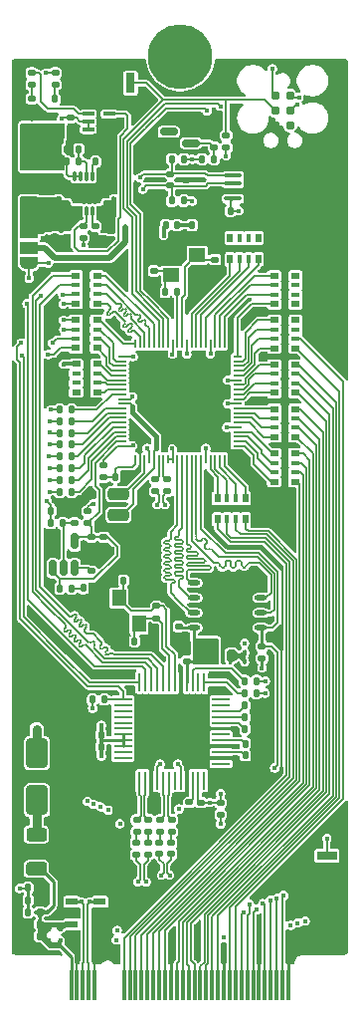
<source format=gbr>
%TF.GenerationSoftware,KiCad,Pcbnew,9.0.7*%
%TF.CreationDate,2026-02-08T22:25:42+01:00*%
%TF.ProjectId,BladeCore-M54,426c6164-6543-46f7-9265-2d4d35342e6b,rev?*%
%TF.SameCoordinates,Original*%
%TF.FileFunction,Copper,L1,Top*%
%TF.FilePolarity,Positive*%
%FSLAX46Y46*%
G04 Gerber Fmt 4.6, Leading zero omitted, Abs format (unit mm)*
G04 Created by KiCad (PCBNEW 9.0.7) date 2026-02-08 22:25:42*
%MOMM*%
%LPD*%
G01*
G04 APERTURE LIST*
G04 Aperture macros list*
%AMRoundRect*
0 Rectangle with rounded corners*
0 $1 Rounding radius*
0 $2 $3 $4 $5 $6 $7 $8 $9 X,Y pos of 4 corners*
0 Add a 4 corners polygon primitive as box body*
4,1,4,$2,$3,$4,$5,$6,$7,$8,$9,$2,$3,0*
0 Add four circle primitives for the rounded corners*
1,1,$1+$1,$2,$3*
1,1,$1+$1,$4,$5*
1,1,$1+$1,$6,$7*
1,1,$1+$1,$8,$9*
0 Add four rect primitives between the rounded corners*
20,1,$1+$1,$2,$3,$4,$5,0*
20,1,$1+$1,$4,$5,$6,$7,0*
20,1,$1+$1,$6,$7,$8,$9,0*
20,1,$1+$1,$8,$9,$2,$3,0*%
%AMFreePoly0*
4,1,23,0.000000,0.745722,0.065263,0.745722,0.191342,0.711940,0.304381,0.646677,0.396677,0.554381,0.461940,0.441342,0.495722,0.315263,0.495722,0.250000,0.500000,0.250000,0.500000,-0.250000,0.495722,-0.250000,0.495722,-0.315263,0.461940,-0.441342,0.396677,-0.554381,0.304381,-0.646677,0.191342,-0.711940,0.065263,-0.745722,0.000000,-0.745722,0.000000,-0.750000,-0.550000,-0.750000,
-0.550000,0.750000,0.000000,0.750000,0.000000,0.745722,0.000000,0.745722,$1*%
%AMFreePoly1*
4,1,23,0.550000,-0.750000,0.000000,-0.750000,0.000000,-0.745722,-0.065263,-0.745722,-0.191342,-0.711940,-0.304381,-0.646677,-0.396677,-0.554381,-0.461940,-0.441342,-0.495722,-0.315263,-0.495722,-0.250000,-0.500000,-0.250000,-0.500000,0.250000,-0.495722,0.250000,-0.495722,0.315263,-0.461940,0.441342,-0.396677,0.554381,-0.304381,0.646677,-0.191342,0.711940,-0.065263,0.745722,0.000000,0.745722,
0.000000,0.750000,0.550000,0.750000,0.550000,-0.750000,0.550000,-0.750000,$1*%
G04 Aperture macros list end*
%TA.AperFunction,SMDPad,CuDef*%
%ADD10FreePoly0,270.000000*%
%TD*%
%TA.AperFunction,SMDPad,CuDef*%
%ADD11R,1.500000X1.000000*%
%TD*%
%TA.AperFunction,SMDPad,CuDef*%
%ADD12FreePoly1,270.000000*%
%TD*%
%TA.AperFunction,SMDPad,CuDef*%
%ADD13R,0.800000X1.700000*%
%TD*%
%TA.AperFunction,SMDPad,CuDef*%
%ADD14R,1.700000X0.800000*%
%TD*%
%TA.AperFunction,SMDPad,CuDef*%
%ADD15RoundRect,0.070000X0.070000X-0.355000X0.070000X0.355000X-0.070000X0.355000X-0.070000X-0.355000X0*%
%TD*%
%TA.AperFunction,ComponentPad*%
%ADD16C,0.600000*%
%TD*%
%TA.AperFunction,SMDPad,CuDef*%
%ADD17R,0.700000X0.280000*%
%TD*%
%TA.AperFunction,SMDPad,CuDef*%
%ADD18R,2.400000X1.650000*%
%TD*%
%TA.AperFunction,SMDPad,CuDef*%
%ADD19RoundRect,0.147500X0.172500X-0.147500X0.172500X0.147500X-0.172500X0.147500X-0.172500X-0.147500X0*%
%TD*%
%TA.AperFunction,SMDPad,CuDef*%
%ADD20RoundRect,0.250000X-0.650000X1.000000X-0.650000X-1.000000X0.650000X-1.000000X0.650000X1.000000X0*%
%TD*%
%TA.AperFunction,SMDPad,CuDef*%
%ADD21RoundRect,0.135000X-0.135000X-0.185000X0.135000X-0.185000X0.135000X0.185000X-0.135000X0.185000X0*%
%TD*%
%TA.AperFunction,SMDPad,CuDef*%
%ADD22RoundRect,0.100000X0.400000X0.100000X-0.400000X0.100000X-0.400000X-0.100000X0.400000X-0.100000X0*%
%TD*%
%TA.AperFunction,SMDPad,CuDef*%
%ADD23RoundRect,0.135000X0.135000X0.185000X-0.135000X0.185000X-0.135000X-0.185000X0.135000X-0.185000X0*%
%TD*%
%TA.AperFunction,SMDPad,CuDef*%
%ADD24R,0.800000X0.500000*%
%TD*%
%TA.AperFunction,SMDPad,CuDef*%
%ADD25R,0.800000X0.400000*%
%TD*%
%TA.AperFunction,SMDPad,CuDef*%
%ADD26RoundRect,0.140000X-0.170000X0.140000X-0.170000X-0.140000X0.170000X-0.140000X0.170000X0.140000X0*%
%TD*%
%TA.AperFunction,SMDPad,CuDef*%
%ADD27RoundRect,0.250000X-0.650000X0.325000X-0.650000X-0.325000X0.650000X-0.325000X0.650000X0.325000X0*%
%TD*%
%TA.AperFunction,SMDPad,CuDef*%
%ADD28R,1.200000X1.400000*%
%TD*%
%TA.AperFunction,SMDPad,CuDef*%
%ADD29R,0.500000X0.800000*%
%TD*%
%TA.AperFunction,SMDPad,CuDef*%
%ADD30R,0.400000X0.800000*%
%TD*%
%TA.AperFunction,SMDPad,CuDef*%
%ADD31RoundRect,0.135000X-0.185000X0.135000X-0.185000X-0.135000X0.185000X-0.135000X0.185000X0.135000X0*%
%TD*%
%TA.AperFunction,SMDPad,CuDef*%
%ADD32RoundRect,0.140000X-0.140000X-0.170000X0.140000X-0.170000X0.140000X0.170000X-0.140000X0.170000X0*%
%TD*%
%TA.AperFunction,SMDPad,CuDef*%
%ADD33RoundRect,0.140000X0.140000X0.170000X-0.140000X0.170000X-0.140000X-0.170000X0.140000X-0.170000X0*%
%TD*%
%TA.AperFunction,SMDPad,CuDef*%
%ADD34RoundRect,0.135000X0.185000X-0.135000X0.185000X0.135000X-0.185000X0.135000X-0.185000X-0.135000X0*%
%TD*%
%TA.AperFunction,SMDPad,CuDef*%
%ADD35RoundRect,0.140000X0.170000X-0.140000X0.170000X0.140000X-0.170000X0.140000X-0.170000X-0.140000X0*%
%TD*%
%TA.AperFunction,SMDPad,CuDef*%
%ADD36O,1.040200X0.444600*%
%TD*%
%TA.AperFunction,SMDPad,CuDef*%
%ADD37R,3.400000X4.300000*%
%TD*%
%TA.AperFunction,SMDPad,CuDef*%
%ADD38R,0.280000X1.560000*%
%TD*%
%TA.AperFunction,SMDPad,CuDef*%
%ADD39R,1.560000X0.280000*%
%TD*%
%TA.AperFunction,SMDPad,CuDef*%
%ADD40RoundRect,0.125000X-0.175000X-0.125000X0.175000X-0.125000X0.175000X0.125000X-0.175000X0.125000X0*%
%TD*%
%TA.AperFunction,ConnectorPad*%
%ADD41C,0.787400*%
%TD*%
%TA.AperFunction,SMDPad,CuDef*%
%ADD42RoundRect,0.200000X-0.200000X-0.275000X0.200000X-0.275000X0.200000X0.275000X-0.200000X0.275000X0*%
%TD*%
%TA.AperFunction,SMDPad,CuDef*%
%ADD43RoundRect,0.250000X0.625000X-0.312500X0.625000X0.312500X-0.625000X0.312500X-0.625000X-0.312500X0*%
%TD*%
%TA.AperFunction,SMDPad,CuDef*%
%ADD44RoundRect,0.150000X0.150000X-0.512500X0.150000X0.512500X-0.150000X0.512500X-0.150000X-0.512500X0*%
%TD*%
%TA.AperFunction,SMDPad,CuDef*%
%ADD45RoundRect,0.150000X0.587500X0.150000X-0.587500X0.150000X-0.587500X-0.150000X0.587500X-0.150000X0*%
%TD*%
%TA.AperFunction,SMDPad,CuDef*%
%ADD46R,1.000000X1.000000*%
%TD*%
%TA.AperFunction,SMDPad,CuDef*%
%ADD47R,1.000000X0.600000*%
%TD*%
%TA.AperFunction,SMDPad,CuDef*%
%ADD48RoundRect,0.147500X0.147500X0.172500X-0.147500X0.172500X-0.147500X-0.172500X0.147500X-0.172500X0*%
%TD*%
%TA.AperFunction,SMDPad,CuDef*%
%ADD49RoundRect,0.100000X0.637500X0.100000X-0.637500X0.100000X-0.637500X-0.100000X0.637500X-0.100000X0*%
%TD*%
%TA.AperFunction,SMDPad,CuDef*%
%ADD50RoundRect,0.250000X0.640000X-0.260000X0.640000X0.260000X-0.640000X0.260000X-0.640000X-0.260000X0*%
%TD*%
%TA.AperFunction,SMDPad,CuDef*%
%ADD51R,0.350000X2.500000*%
%TD*%
%TA.AperFunction,ComponentPad*%
%ADD52C,5.500000*%
%TD*%
%TA.AperFunction,SMDPad,CuDef*%
%ADD53R,1.400000X1.200000*%
%TD*%
%TA.AperFunction,SMDPad,CuDef*%
%ADD54O,0.780000X0.220000*%
%TD*%
%TA.AperFunction,SMDPad,CuDef*%
%ADD55O,0.220000X0.780000*%
%TD*%
%TA.AperFunction,HeatsinkPad*%
%ADD56C,0.425000*%
%TD*%
%TA.AperFunction,SMDPad,CuDef*%
%ADD57RoundRect,0.200000X1.500000X1.500000X-1.500000X1.500000X-1.500000X-1.500000X1.500000X-1.500000X0*%
%TD*%
%TA.AperFunction,ViaPad*%
%ADD58C,0.400000*%
%TD*%
%TA.AperFunction,Conductor*%
%ADD59C,0.150000*%
%TD*%
%TA.AperFunction,Conductor*%
%ADD60C,0.200000*%
%TD*%
%TA.AperFunction,Conductor*%
%ADD61C,0.800000*%
%TD*%
%TA.AperFunction,Conductor*%
%ADD62C,0.500000*%
%TD*%
%TA.AperFunction,Conductor*%
%ADD63C,0.300000*%
%TD*%
%TA.AperFunction,Conductor*%
%ADD64C,0.250000*%
%TD*%
%TA.AperFunction,Conductor*%
%ADD65C,0.350000*%
%TD*%
%TA.AperFunction,Conductor*%
%ADD66C,0.400000*%
%TD*%
%TA.AperFunction,Conductor*%
%ADD67C,0.174000*%
%TD*%
%TA.AperFunction,Conductor*%
%ADD68C,0.168900*%
%TD*%
%TA.AperFunction,Conductor*%
%ADD69C,0.130600*%
%TD*%
G04 APERTURE END LIST*
D10*
%TO.P,EXT,3,B*%
%TO.N,+3.3V*%
X2592500Y63350000D03*
D11*
%TO.P,EXT,2,C*%
%TO.N,Net-(JP1-C)*%
X2592500Y64650000D03*
D12*
%TO.P,EXT,1,A*%
%TO.N,+5V*%
X2592500Y65950000D03*
%TD*%
D13*
%TO.P,RST,1*%
%TO.N,RESET*%
X11250000Y78650000D03*
%TO.P,RST,2*%
%TO.N,GND*%
X7850000Y78650000D03*
%TD*%
D14*
%TO.P,BOOT,1*%
%TO.N,QSPI_SS*%
X27950000Y12950000D03*
%TO.P,BOOT,2*%
%TO.N,GND*%
X27950000Y9550000D03*
%TD*%
D15*
%TO.P,IC7,1,IN*%
%TO.N,+5V*%
X6500000Y67775000D03*
%TO.P,IC7,2,IN*%
X7000000Y67775000D03*
%TO.P,IC7,3,PG*%
%TO.N,PGOOD_3V3*%
X7500000Y67775000D03*
%TO.P,IC7,4,BIAS*%
%TO.N,/Block Diagram/USB Interface and Power/BIAS*%
X8000000Y67775000D03*
%TO.P,IC7,5,EN*%
%TO.N,+5V*%
X8500000Y67775000D03*
%TO.P,IC7,6,GND*%
%TO.N,GND*%
X8500000Y70725000D03*
%TO.P,IC7,7,SS*%
%TO.N,/Block Diagram/USB Interface and Power/SS*%
X8000000Y70725000D03*
%TO.P,IC7,8,FB*%
%TO.N,/Block Diagram/USB Interface and Power/FB*%
X7500000Y70725000D03*
%TO.P,IC7,9,OUT*%
%TO.N,+3.3V*%
X7000000Y70725000D03*
%TO.P,IC7,10,OUT*%
X6500000Y70725000D03*
D16*
%TO.P,IC7,11,PAD*%
%TO.N,GND*%
X6640000Y68770000D03*
X8360000Y68770000D03*
D17*
X5950000Y69000000D03*
X9050000Y69000000D03*
D16*
X7500000Y69250000D03*
D18*
X7500000Y69250000D03*
D17*
X5950000Y69500000D03*
X9050000Y69500000D03*
D16*
X6640000Y69730000D03*
X8360000Y69730000D03*
%TD*%
D19*
%TO.P,USB,1*%
%TO.N,/Block Diagram/USB Interface and Power/USB_IND*%
X4825000Y78530000D03*
%TO.P,USB,2*%
%TO.N,VBUS*%
X4825000Y79500000D03*
%TD*%
D20*
%TO.P,D4,1,K*%
%TO.N,+5V*%
X3275000Y21700000D03*
%TO.P,D4,2,A*%
%TO.N,VBUS_ISO*%
X3275000Y17700000D03*
%TD*%
D21*
%TO.P,R26,1*%
%TO.N,/Block Diagram/Microcontroller/ADC3*%
X5174212Y47920788D03*
%TO.P,R26,2*%
%TO.N,Net-(IC1B-GPIO43{slash}ADC3)*%
X6194212Y47920788D03*
%TD*%
D22*
%TO.P,IC8,1,IN1*%
%TO.N,GND*%
X9412500Y74722500D03*
%TO.P,IC8,2,GND*%
X9412500Y75372500D03*
%TO.P,IC8,3,IN0*%
%TO.N,PGOOD_3V3*%
X9412500Y76022500D03*
%TO.P,IC8,4,Y*%
%TO.N,Net-(IC8-Y)*%
X7637500Y76022500D03*
%TO.P,IC8,5,VCC*%
%TO.N,+3.3V*%
X7637500Y75372500D03*
%TO.P,IC8,6,IN2*%
X7637500Y74722500D03*
%TD*%
D23*
%TO.P,R5,1*%
%TO.N,/Block Diagram/Microcontroller Peripherals/XOUT*%
X15209212Y60895788D03*
%TO.P,R5,2*%
%TO.N,/Block Diagram/Microcontroller Peripherals/XO*%
X14189212Y60895788D03*
%TD*%
D21*
%TO.P,R32,1*%
%TO.N,/Block Diagram/Microcontroller/ADC_VUSB*%
X5189212Y44920788D03*
%TO.P,R32,2*%
%TO.N,Net-(IC1B-GPIO46{slash}ADC6)*%
X6209212Y44920788D03*
%TD*%
D24*
%TO.P,R16,1,R11*%
%TO.N,/Block Diagram/Ethernet Interface/SPI1_MISO*%
X6579212Y62295788D03*
D25*
%TO.P,R16,2,R12*%
%TO.N,/Block Diagram/Ethernet Interface/SPI1_SCSN*%
X6579212Y61495788D03*
%TO.P,R16,3,R13*%
%TO.N,/Block Diagram/Ethernet Interface/SPI1_SCLK*%
X6579212Y60695788D03*
D24*
%TO.P,R16,4,R14*%
%TO.N,/Block Diagram/Ethernet Interface/SPI1_MOSI*%
X6579212Y59895788D03*
%TO.P,R16,5,R24*%
%TO.N,Net-(IC1B-GPIO31)*%
X8379212Y59895788D03*
D25*
%TO.P,R16,6,R23*%
%TO.N,Net-(IC1B-GPIO30)*%
X8379212Y60695788D03*
%TO.P,R16,7,R22*%
%TO.N,Net-(IC1B-GPIO29)*%
X8379212Y61495788D03*
D24*
%TO.P,R16,8,R12*%
%TO.N,Net-(IC1B-GPIO28)*%
X8379212Y62295788D03*
%TD*%
D26*
%TO.P,C52,1*%
%TO.N,+5V*%
X4800000Y66540000D03*
%TO.P,C52,2*%
%TO.N,GND*%
X4800000Y65580000D03*
%TD*%
D27*
%TO.P,C56,1*%
%TO.N,+3.3V*%
X4100000Y72685000D03*
%TO.P,C56,2*%
%TO.N,GND*%
X4100000Y69735000D03*
%TD*%
D28*
%TO.P,X2,1*%
%TO.N,/Block Diagram/Ethernet Interface/W5500_XO*%
X11950000Y32680000D03*
%TO.P,X2,2*%
%TO.N,GND*%
X11950000Y34880000D03*
X10250000Y32680000D03*
%TO.P,X2,3*%
%TO.N,/Block Diagram/Ethernet Interface/W5500_XI*%
X10250000Y34880000D03*
%TD*%
D26*
%TO.P,C34,1*%
%TO.N,/Block Diagram/Ethernet Interface/RDN_R_P*%
X14720000Y14080000D03*
%TO.P,C34,2*%
%TO.N,/Block Diagram/RD_P*%
X14720000Y13120000D03*
%TD*%
D21*
%TO.P,R14,1*%
%TO.N,/Block Diagram/Microcontroller/ADC1*%
X5189212Y49895788D03*
%TO.P,R14,2*%
%TO.N,Net-(IC1B-GPIO41{slash}ADC1)*%
X6209212Y49895788D03*
%TD*%
D29*
%TO.P,R13,1,R11*%
%TO.N,/Block Diagram/Microcontroller/GPIO24*%
X22104212Y65470788D03*
D30*
%TO.P,R13,2,R12*%
%TO.N,/Block Diagram/Microcontroller/GPIO25*%
X21304212Y65470788D03*
%TO.P,R13,3,R13*%
%TO.N,/Block Diagram/Microcontroller/GPIO26*%
X20504212Y65470788D03*
D29*
%TO.P,R13,4,R14*%
%TO.N,/Block Diagram/Microcontroller/GPIO27*%
X19704212Y65470788D03*
%TO.P,R13,5,R24*%
%TO.N,Net-(IC1B-GPIO27)*%
X19704212Y63670788D03*
D30*
%TO.P,R13,6,R23*%
%TO.N,Net-(IC1B-GPIO26)*%
X20504212Y63670788D03*
%TO.P,R13,7,R22*%
%TO.N,Net-(IC1B-GPIO25)*%
X21304212Y63670788D03*
D29*
%TO.P,R13,8,R12*%
%TO.N,Net-(IC1B-GPIO24)*%
X22104212Y63670788D03*
%TD*%
D31*
%TO.P,R46,1*%
%TO.N,/Block Diagram/Ethernet Interface/RX_TD_P*%
X14750000Y16020000D03*
%TO.P,R46,2*%
%TO.N,/Block Diagram/Ethernet Interface/RDN_R_P*%
X14750000Y15000000D03*
%TD*%
D23*
%TO.P,R52,1*%
%TO.N,VBUS*%
X3540000Y8175000D03*
%TO.P,R52,2*%
%TO.N,/Block Diagram/Microcontroller/ADC_VUSB*%
X2520000Y8175000D03*
%TD*%
D31*
%TO.P,R53,1*%
%TO.N,PGOOD_3V3*%
X7225000Y66520000D03*
%TO.P,R53,2*%
%TO.N,+3.3V*%
X7225000Y65500000D03*
%TD*%
D26*
%TO.P,C53,1*%
%TO.N,+5V*%
X5825000Y66515000D03*
%TO.P,C53,2*%
%TO.N,GND*%
X5825000Y65555000D03*
%TD*%
D32*
%TO.P,C46,1*%
%TO.N,+3.3VP*%
X21000000Y21500000D03*
%TO.P,C46,2*%
%TO.N,GND*%
X21960000Y21500000D03*
%TD*%
D33*
%TO.P,C35,1*%
%TO.N,/Block Diagram/Ethernet Interface/W5500_XO*%
X11580000Y31200000D03*
%TO.P,C35,2*%
%TO.N,GND*%
X10620000Y31200000D03*
%TD*%
D31*
%TO.P,R44,1*%
%TO.N,/Block Diagram/Ethernet Interface/RX_TD_N*%
X13775000Y16020000D03*
%TO.P,R44,2*%
%TO.N,/Block Diagram/Ethernet Interface/RDN_R_N*%
X13775000Y15000000D03*
%TD*%
%TO.P,R42,1*%
%TO.N,/Block Diagram/Ethernet Interface/TDN_R_P*%
X12710000Y14090000D03*
%TO.P,R42,2*%
%TO.N,/Block Diagram/TD_P*%
X12710000Y13070000D03*
%TD*%
D34*
%TO.P,R1,1*%
%TO.N,+3.3V*%
X19375000Y73190000D03*
%TO.P,R1,2*%
%TO.N,RESET*%
X19375000Y74210000D03*
%TD*%
D21*
%TO.P,R31,1*%
%TO.N,/Block Diagram/Microcontroller/ADC5*%
X5189212Y45920788D03*
%TO.P,R31,2*%
%TO.N,Net-(IC1B-GPIO45{slash}ADC5)*%
X6209212Y45920788D03*
%TD*%
D23*
%TO.P,R59,1*%
%TO.N,/Block Diagram/USB Interface and Power/FB*%
X6835000Y73035000D03*
%TO.P,R59,2*%
%TO.N,GND*%
X5815000Y73035000D03*
%TD*%
D21*
%TO.P,R11,1*%
%TO.N,/Block Diagram/Microcontroller Peripherals/ADC_VREF*%
X7205000Y35725000D03*
%TO.P,R11,2*%
%TO.N,GND*%
X8225000Y35725000D03*
%TD*%
D35*
%TO.P,C22,1*%
%TO.N,/Block Diagram/Microcontroller Peripherals/VREF_IN*%
X7900000Y37175000D03*
%TO.P,C22,2*%
%TO.N,GND*%
X7900000Y38135000D03*
%TD*%
D32*
%TO.P,C20,1*%
%TO.N,+3.3V*%
X4470000Y42300000D03*
%TO.P,C20,2*%
%TO.N,GND*%
X5430000Y42300000D03*
%TD*%
D21*
%TO.P,R8,1*%
%TO.N,+3.3V*%
X17340000Y72175000D03*
%TO.P,R8,2*%
%TO.N,/Block Diagram/Microcontroller Peripherals/VREF_IN*%
X18360000Y72175000D03*
%TD*%
D33*
%TO.P,C40,1*%
%TO.N,+3.3V*%
X8730000Y23250000D03*
%TO.P,C40,2*%
%TO.N,GND*%
X7770000Y23250000D03*
%TD*%
D32*
%TO.P,C44,1*%
%TO.N,+3.3VP*%
X20980000Y24750000D03*
%TO.P,C44,2*%
%TO.N,GND*%
X21940000Y24750000D03*
%TD*%
D36*
%TO.P,IC3,1,nCS*%
%TO.N,QSPI_SS*%
X22324212Y32335788D03*
%TO.P,IC3,2,DO(IO1)*%
%TO.N,QSPI_SD1*%
X22324212Y33605788D03*
%TO.P,IC3,3,nWP(IO2)*%
%TO.N,QSPI_SD2*%
X22324212Y34875788D03*
%TO.P,IC3,4,GND*%
%TO.N,GND*%
X22324212Y36145788D03*
%TO.P,IC3,5,DI(IO0)*%
%TO.N,QSPI_SD0*%
X16632812Y36145788D03*
%TO.P,IC3,6,CLK*%
%TO.N,QSPI_SCLK*%
X16632812Y34875788D03*
%TO.P,IC3,7,nRST(IO3)*%
%TO.N,QSPI_SD3*%
X16632812Y33605788D03*
%TO.P,IC3,8,VCC*%
%TO.N,+3.3V*%
X16632812Y32335788D03*
D37*
%TO.P,IC3,9,PAD*%
%TO.N,GND*%
X19478512Y34240788D03*
%TD*%
D26*
%TO.P,C54,1*%
%TO.N,/Block Diagram/USB Interface and Power/BIAS*%
X8250000Y66495000D03*
%TO.P,C54,2*%
%TO.N,GND*%
X8250000Y65535000D03*
%TD*%
D38*
%TO.P,IC6,1,TXN*%
%TO.N,/Block Diagram/Ethernet Interface/TX_TD_N*%
X12010000Y19350000D03*
%TO.P,IC6,2,TXP*%
%TO.N,/Block Diagram/Ethernet Interface/TX_TD_P*%
X12510000Y19350000D03*
%TO.P,IC6,3,AGND1*%
%TO.N,GND*%
X13010000Y19350000D03*
%TO.P,IC6,4,AVDD1*%
%TO.N,+3.3VP*%
X13510000Y19350000D03*
%TO.P,IC6,5,RXN*%
%TO.N,/Block Diagram/Ethernet Interface/RX_TD_N*%
X14010000Y19350000D03*
%TO.P,IC6,6,RXP*%
%TO.N,/Block Diagram/Ethernet Interface/RX_TD_P*%
X14510000Y19350000D03*
%TO.P,IC6,7,DNC*%
%TO.N,unconnected-(IC6-DNC-Pad7)*%
X15010000Y19350000D03*
%TO.P,IC6,8,AVDD2*%
%TO.N,+3.3VP*%
X15510000Y19350000D03*
%TO.P,IC6,9,AGND2*%
%TO.N,GND*%
X16010000Y19350000D03*
%TO.P,IC6,10,EXRES1*%
%TO.N,Net-(IC6-EXRES1)*%
X16510000Y19350000D03*
%TO.P,IC6,11,AVDD3*%
%TO.N,+3.3VP*%
X17010000Y19350000D03*
%TO.P,IC6,12*%
%TO.N,N/C*%
X17510000Y19350000D03*
D39*
%TO.P,IC6,13*%
X18940000Y20780000D03*
%TO.P,IC6,14,AGND3*%
%TO.N,GND*%
X18940000Y21280000D03*
%TO.P,IC6,15,AVDD4*%
%TO.N,+3.3VP*%
X18940000Y21780000D03*
%TO.P,IC6,16,AGND4*%
%TO.N,GND*%
X18940000Y22280000D03*
%TO.P,IC6,17,AVDD5*%
%TO.N,+3.3VP*%
X18940000Y22780000D03*
%TO.P,IC6,18,VBG*%
%TO.N,unconnected-(IC6-VBG-Pad18)*%
X18940000Y23280000D03*
%TO.P,IC6,19,AGND5*%
%TO.N,GND*%
X18940000Y23780000D03*
%TO.P,IC6,20,TOCAP*%
%TO.N,/Block Diagram/Ethernet Interface/W5500_TOCAP*%
X18940000Y24280000D03*
%TO.P,IC6,21,AVDD6*%
%TO.N,+3.3VP*%
X18940000Y24780000D03*
%TO.P,IC6,22,1V2O*%
%TO.N,/Block Diagram/Ethernet Interface/W5500_1V2*%
X18940000Y25280000D03*
%TO.P,IC6,23,RSVD1*%
%TO.N,unconnected-(IC6-RSVD1-Pad23)*%
X18940000Y25780000D03*
%TO.P,IC6,24,SPDLED*%
%TO.N,unconnected-(IC6-SPDLED-Pad24)*%
X18940000Y26280000D03*
D38*
%TO.P,IC6,25,LINKLED*%
%TO.N,Net-(IC6-LINKLED)*%
X17510000Y27710000D03*
%TO.P,IC6,26,DUPLED*%
%TO.N,unconnected-(IC6-DUPLED-Pad26)*%
X17010000Y27710000D03*
%TO.P,IC6,27,ACTLED*%
%TO.N,Net-(IC6-ACTLED)*%
X16510000Y27710000D03*
%TO.P,IC6,28,VDD*%
%TO.N,+3.3V*%
X16010000Y27710000D03*
%TO.P,IC6,29,GND*%
%TO.N,GND*%
X15510000Y27710000D03*
%TO.P,IC6,30,XI*%
%TO.N,/Block Diagram/Ethernet Interface/W5500_XI*%
X15010000Y27710000D03*
%TO.P,IC6,31,XO*%
%TO.N,/Block Diagram/Ethernet Interface/W5500_XO*%
X14510000Y27710000D03*
%TO.P,IC6,32,SCSN*%
%TO.N,/Block Diagram/Ethernet Interface/SPI1_SCSN*%
X14010000Y27710000D03*
%TO.P,IC6,33,SCLK*%
%TO.N,/Block Diagram/Ethernet Interface/SPI1_SCLK*%
X13510000Y27710000D03*
%TO.P,IC6,34,MISO*%
%TO.N,/Block Diagram/Ethernet Interface/SPI1_MISO*%
X13010000Y27710000D03*
%TO.P,IC6,35,MOSI*%
%TO.N,/Block Diagram/Ethernet Interface/SPI1_MOSI*%
X12510000Y27710000D03*
%TO.P,IC6,36,INTN*%
%TO.N,/Block Diagram/Ethernet Interface/ETH_INT*%
X12010000Y27710000D03*
D39*
%TO.P,IC6,37,RSTN*%
%TO.N,/Block Diagram/Ethernet Interface/ETH_RST*%
X10580000Y26280000D03*
%TO.P,IC6,38,RSVD2*%
%TO.N,unconnected-(IC6-RSVD2-Pad38)*%
X10580000Y25780000D03*
%TO.P,IC6,39,RSVD3*%
%TO.N,unconnected-(IC6-RSVD3-Pad39)*%
X10580000Y25280000D03*
%TO.P,IC6,40,RSVD4*%
%TO.N,unconnected-(IC6-RSVD4-Pad40)*%
X10580000Y24780000D03*
%TO.P,IC6,41,RSVD5*%
%TO.N,unconnected-(IC6-RSVD5-Pad41)*%
X10580000Y24280000D03*
%TO.P,IC6,42,RSVD6*%
%TO.N,unconnected-(IC6-RSVD6-Pad42)*%
X10580000Y23780000D03*
%TO.P,IC6,43,PMODE3*%
%TO.N,+3.3V*%
X10580000Y23280000D03*
%TO.P,IC6,44,PMODE1*%
X10580000Y22780000D03*
%TO.P,IC6,45,PMODE0*%
X10580000Y22280000D03*
%TO.P,IC6,46*%
%TO.N,N/C*%
X10580000Y21780000D03*
%TO.P,IC6,47*%
X10580000Y21280000D03*
%TO.P,IC6,48,AGND6*%
%TO.N,GND*%
X10580000Y20780000D03*
%TD*%
D32*
%TO.P,C39,1*%
%TO.N,/Block Diagram/Ethernet Interface/W5500_TOCAP*%
X20980000Y23750000D03*
%TO.P,C39,2*%
%TO.N,GND*%
X21940000Y23750000D03*
%TD*%
D35*
%TO.P,C42,1*%
%TO.N,+3.3V*%
X16000000Y29520000D03*
%TO.P,C42,2*%
%TO.N,GND*%
X16000000Y30480000D03*
%TD*%
D32*
%TO.P,C51,1*%
%TO.N,/Block Diagram/Microcontroller/ADC_VUSB*%
X2525000Y10250000D03*
%TO.P,C51,2*%
%TO.N,GND*%
X3485000Y10250000D03*
%TD*%
%TO.P,C38,1*%
%TO.N,/Block Diagram/Ethernet Interface/W5500_1V2*%
X20980000Y25750000D03*
%TO.P,C38,2*%
%TO.N,GND*%
X21940000Y25750000D03*
%TD*%
D23*
%TO.P,R34,1*%
%TO.N,GND*%
X17485000Y66575000D03*
%TO.P,R34,2*%
%TO.N,/Block Diagram/Microcontroller/USB_IND*%
X16465000Y66575000D03*
%TD*%
D24*
%TO.P,R25,1,R11*%
%TO.N,HEARTBEAT*%
X6604212Y54770788D03*
D25*
%TO.P,R25,2,R12*%
%TO.N,/Block Diagram/Microcontroller/GPIO37*%
X6604212Y53970788D03*
%TO.P,R25,3,R13*%
%TO.N,/Block Diagram/Microcontroller/GPIO38*%
X6604212Y53170788D03*
D24*
%TO.P,R25,4,R14*%
%TO.N,/Block Diagram/Microcontroller/GPIO39*%
X6604212Y52370788D03*
%TO.P,R25,5,R24*%
%TO.N,Net-(IC1B-GPIO39)*%
X8404212Y52370788D03*
D25*
%TO.P,R25,6,R23*%
%TO.N,Net-(IC1B-GPIO38)*%
X8404212Y53170788D03*
%TO.P,R25,7,R22*%
%TO.N,Net-(IC1B-GPIO37)*%
X8404212Y53970788D03*
D24*
%TO.P,R25,8,R12*%
%TO.N,Net-(IC1B-GPIO36)*%
X8404212Y54770788D03*
%TD*%
D34*
%TO.P,R4,1*%
%TO.N,USB_RP_D+*%
X14349212Y43935788D03*
%TO.P,R4,2*%
%TO.N,/Block Diagram/Microcontroller Peripherals/RP_D+*%
X14349212Y44955788D03*
%TD*%
D21*
%TO.P,R47,1*%
%TO.N,Net-(IC6-LINKLED)*%
X20930000Y26800000D03*
%TO.P,R47,2*%
%TO.N,/Block Diagram/LINK_LED*%
X21950000Y26800000D03*
%TD*%
D40*
%TO.P,D1,1,K1*%
%TO.N,/Block Diagram/Microcontroller Peripherals/I2C0_SDA*%
X14630000Y70920000D03*
%TO.P,D1,2,K2*%
%TO.N,/Block Diagram/Microcontroller Peripherals/I2C0_SCL*%
X14630000Y69920000D03*
%TO.P,D1,3,A*%
%TO.N,GND*%
X15930000Y70420000D03*
%TD*%
D31*
%TO.P,R39,1*%
%TO.N,/Block Diagram/Ethernet Interface/TX_TD_N*%
X11775000Y16020000D03*
%TO.P,R39,2*%
%TO.N,/Block Diagram/Ethernet Interface/TDN_R_N*%
X11775000Y15000000D03*
%TD*%
D35*
%TO.P,C19,1*%
%TO.N,Net-(IC4-V+)*%
X6475000Y41295000D03*
%TO.P,C19,2*%
%TO.N,GND*%
X6475000Y42255000D03*
%TD*%
D26*
%TO.P,C12,1*%
%TO.N,/Block Diagram/Microcontroller Peripherals/XIN*%
X18424212Y63650788D03*
%TO.P,C12,2*%
%TO.N,GND*%
X18424212Y62690788D03*
%TD*%
D19*
%TO.P,PWR,1*%
%TO.N,Net-(D6-Pad1)*%
X2825000Y78525000D03*
%TO.P,PWR,2*%
%TO.N,Net-(IC8-Y)*%
X2825000Y79495000D03*
%TD*%
D23*
%TO.P,R18,1*%
%TO.N,+3.3V*%
X15770000Y68650000D03*
%TO.P,R18,2*%
%TO.N,/Block Diagram/Microcontroller Peripherals/I2C0_SCL*%
X14750000Y68650000D03*
%TD*%
%TO.P,R62,1*%
%TO.N,GND*%
X5810000Y77300000D03*
%TO.P,R62,2*%
%TO.N,/Block Diagram/USB Interface and Power/USB_IND*%
X4790000Y77300000D03*
%TD*%
D32*
%TO.P,C6,1*%
%TO.N,/Block Diagram/Microcontroller Peripherals/VREG_AVDD*%
X9924212Y45170788D03*
%TO.P,C6,2*%
%TO.N,GND*%
X10884212Y45170788D03*
%TD*%
D26*
%TO.P,C24,1*%
%TO.N,VREF_OUT*%
X8950000Y40055000D03*
%TO.P,C24,2*%
%TO.N,GND*%
X8950000Y39095000D03*
%TD*%
D41*
%TO.P,DEBUG,1,VCC*%
%TO.N,+3.3V*%
X23555000Y77585000D03*
%TO.P,DEBUG,2,SWDIO*%
%TO.N,/Block Diagram/Microcontroller Peripherals/SWDIO*%
X24825000Y77585000D03*
%TO.P,DEBUG,3,~{RESET}*%
%TO.N,RESET*%
X23555000Y76315000D03*
%TO.P,DEBUG,4,SWCLK*%
%TO.N,/Block Diagram/Microcontroller Peripherals/SWCLK*%
X24825000Y76315000D03*
%TO.P,DEBUG,5,GND*%
%TO.N,GND*%
X23555000Y75045000D03*
%TO.P,DEBUG,6,SWO*%
%TO.N,unconnected-(J2-SWO-Pad6)*%
X24825000Y75045000D03*
%TD*%
D21*
%TO.P,R29,1*%
%TO.N,/Block Diagram/Microcontroller/ADC4*%
X5174212Y46920788D03*
%TO.P,R29,2*%
%TO.N,Net-(IC1B-GPIO44{slash}ADC4)*%
X6194212Y46920788D03*
%TD*%
D24*
%TO.P,R23,1,R11*%
%TO.N,/Block Diagram/Microcontroller Peripherals/I2C0_SDA*%
X6579212Y58520788D03*
D25*
%TO.P,R23,2,R12*%
%TO.N,/Block Diagram/Microcontroller Peripherals/I2C0_SCL*%
X6579212Y57720788D03*
%TO.P,R23,3,R13*%
%TO.N,/Block Diagram/Ethernet Interface/ETH_RST*%
X6579212Y56920788D03*
D24*
%TO.P,R23,4,R14*%
%TO.N,/Block Diagram/Ethernet Interface/ETH_INT*%
X6579212Y56120788D03*
%TO.P,R23,5,R24*%
%TO.N,Net-(IC1B-GPIO35)*%
X8379212Y56120788D03*
D25*
%TO.P,R23,6,R23*%
%TO.N,Net-(IC1B-GPIO34)*%
X8379212Y56920788D03*
%TO.P,R23,7,R22*%
%TO.N,Net-(IC1B-GPIO33)*%
X8379212Y57720788D03*
D24*
%TO.P,R23,8,R12*%
%TO.N,Net-(IC1B-GPIO32)*%
X8379212Y58520788D03*
%TD*%
D26*
%TO.P,C23,1*%
%TO.N,VREF_OUT*%
X7900000Y40060000D03*
%TO.P,C23,2*%
%TO.N,GND*%
X7900000Y39100000D03*
%TD*%
%TO.P,C18,1*%
%TO.N,+3.3V*%
X15350000Y32450000D03*
%TO.P,C18,2*%
%TO.N,GND*%
X15350000Y31490000D03*
%TD*%
D42*
%TO.P,L2,1*%
%TO.N,+3.3V*%
X18175000Y30000000D03*
%TO.P,L2,2*%
%TO.N,+3.3VP*%
X19825000Y30000000D03*
%TD*%
D24*
%TO.P,R30,1,R11*%
%TO.N,/Block Diagram/Microcontroller/GPIO20*%
X25279212Y59870788D03*
D25*
%TO.P,R30,2,R12*%
%TO.N,/Block Diagram/Microcontroller/GPIO21*%
X25279212Y60670788D03*
%TO.P,R30,3,R13*%
%TO.N,/Block Diagram/Microcontroller/GPIO22*%
X25279212Y61470788D03*
D24*
%TO.P,R30,4,R14*%
%TO.N,/Block Diagram/Microcontroller/GPIO23*%
X25279212Y62270788D03*
%TO.P,R30,5,R24*%
%TO.N,Net-(IC1B-GPIO23)*%
X23479212Y62270788D03*
D25*
%TO.P,R30,6,R23*%
%TO.N,Net-(IC1B-GPIO22)*%
X23479212Y61470788D03*
%TO.P,R30,7,R22*%
%TO.N,Net-(IC1B-GPIO21)*%
X23479212Y60670788D03*
D24*
%TO.P,R30,8,R12*%
%TO.N,Net-(IC1B-GPIO20)*%
X23479212Y59870788D03*
%TD*%
%TO.P,R28,1,R11*%
%TO.N,/Block Diagram/Microcontroller/GPIO16*%
X25279212Y56095788D03*
D25*
%TO.P,R28,2,R12*%
%TO.N,/Block Diagram/Microcontroller/GPIO17*%
X25279212Y56895788D03*
%TO.P,R28,3,R13*%
%TO.N,/Block Diagram/Microcontroller/GPIO18*%
X25279212Y57695788D03*
D24*
%TO.P,R28,4,R14*%
%TO.N,/Block Diagram/Microcontroller/GPIO19*%
X25279212Y58495788D03*
%TO.P,R28,5,R24*%
%TO.N,Net-(R28-R24)*%
X23479212Y58495788D03*
D25*
%TO.P,R28,6,R23*%
%TO.N,Net-(R28-R23)*%
X23479212Y57695788D03*
%TO.P,R28,7,R22*%
%TO.N,Net-(IC1B-GPIO17)*%
X23479212Y56895788D03*
D24*
%TO.P,R28,8,R12*%
%TO.N,Net-(IC1B-GPIO16)*%
X23479212Y56095788D03*
%TD*%
D43*
%TO.P,R51,1*%
%TO.N,VBUS*%
X3225000Y11850000D03*
%TO.P,R51,2*%
%TO.N,VBUS_ISO*%
X3225000Y14775000D03*
%TD*%
D21*
%TO.P,R12,1*%
%TO.N,/Block Diagram/Microcontroller/ADC0*%
X5189212Y50895788D03*
%TO.P,R12,2*%
%TO.N,Net-(IC1B-GPIO40{slash}ADC0)*%
X6209212Y50895788D03*
%TD*%
D32*
%TO.P,C55,1*%
%TO.N,/Block Diagram/USB Interface and Power/SS*%
X8270000Y71960000D03*
%TO.P,C55,2*%
%TO.N,GND*%
X9230000Y71960000D03*
%TD*%
D34*
%TO.P,R9,1*%
%TO.N,VREF_OUT*%
X7600000Y41250000D03*
%TO.P,R9,2*%
%TO.N,+3.3V*%
X7600000Y42270000D03*
%TD*%
D35*
%TO.P,C11,1*%
%TO.N,/Block Diagram/Microcontroller Peripherals/XO*%
X13224212Y62690788D03*
%TO.P,C11,2*%
%TO.N,GND*%
X13224212Y63650788D03*
%TD*%
D44*
%TO.P,IC4,1*%
%TO.N,VREF_OUT*%
X4600000Y37425000D03*
%TO.P,IC4,2,V+*%
%TO.N,Net-(IC4-V+)*%
X5550000Y37425000D03*
%TO.P,IC4,3,+*%
%TO.N,/Block Diagram/Microcontroller Peripherals/VREF_IN*%
X6500000Y37425000D03*
%TO.P,IC4,4,-*%
%TO.N,VREF_OUT*%
X6500000Y39700000D03*
%TO.P,IC4,5,V-*%
%TO.N,GND*%
X4600000Y39700000D03*
%TD*%
D21*
%TO.P,R10,1*%
%TO.N,VREF_OUT*%
X5215000Y35700000D03*
%TO.P,R10,2*%
%TO.N,/Block Diagram/Microcontroller Peripherals/ADC_VREF*%
X6235000Y35700000D03*
%TD*%
D26*
%TO.P,C33,1*%
%TO.N,/Block Diagram/Ethernet Interface/RDN_R_N*%
X13710000Y14080000D03*
%TO.P,C33,2*%
%TO.N,/Block Diagram/RD_N*%
X13710000Y13120000D03*
%TD*%
D33*
%TO.P,C49,1*%
%TO.N,VBUS*%
X3515000Y6150000D03*
%TO.P,C49,2*%
%TO.N,GND*%
X2555000Y6150000D03*
%TD*%
D24*
%TO.P,R22,1,R11*%
%TO.N,/Block Diagram/Microcontroller/GPIO4*%
X25254212Y44770788D03*
D25*
%TO.P,R22,2,R12*%
%TO.N,/Block Diagram/Microcontroller/GPIO5*%
X25254212Y45570788D03*
%TO.P,R22,3,R13*%
%TO.N,/Block Diagram/Microcontroller/GPIO6*%
X25254212Y46370788D03*
D24*
%TO.P,R22,4,R14*%
%TO.N,/Block Diagram/Microcontroller/GPIO7*%
X25254212Y47170788D03*
%TO.P,R22,5,R24*%
%TO.N,Net-(IC1B-GPIO7)*%
X23454212Y47170788D03*
D25*
%TO.P,R22,6,R23*%
%TO.N,Net-(IC1B-GPIO6)*%
X23454212Y46370788D03*
%TO.P,R22,7,R22*%
%TO.N,Net-(IC1B-GPIO5)*%
X23454212Y45570788D03*
D24*
%TO.P,R22,8,R12*%
%TO.N,Net-(IC1B-GPIO4)*%
X23454212Y44770788D03*
%TD*%
D45*
%TO.P,IC5,1,K*%
%TO.N,/Block Diagram/Microcontroller Peripherals/VREF_IN*%
X16375000Y73550000D03*
%TO.P,IC5,2,A*%
%TO.N,GND*%
X16375000Y75450000D03*
%TO.P,IC5,3*%
%TO.N,N/C*%
X14500000Y74500000D03*
%TD*%
D46*
%TO.P,D5,1*%
%TO.N,GND*%
X8625000Y7350000D03*
D47*
%TO.P,D5,2*%
%TO.N,USB_RP_D+*%
X8625000Y9050000D03*
%TO.P,D5,3*%
%TO.N,USB_RP_D-*%
X6225000Y9050000D03*
%TO.P,D5,4*%
%TO.N,VBUS*%
X6225000Y7150000D03*
%TD*%
D31*
%TO.P,R60,1*%
%TO.N,Net-(D6-Pad1)*%
X2825000Y77310000D03*
%TO.P,R60,2*%
%TO.N,GND*%
X2825000Y76290000D03*
%TD*%
D24*
%TO.P,R27,1,R11*%
%TO.N,/Block Diagram/Microcontroller/GPIO12*%
X25279212Y52320788D03*
D25*
%TO.P,R27,2,R12*%
%TO.N,/Block Diagram/Microcontroller/GPIO13*%
X25279212Y53120788D03*
%TO.P,R27,3,R13*%
%TO.N,/Block Diagram/Microcontroller/GPIO14*%
X25279212Y53920788D03*
D24*
%TO.P,R27,4,R14*%
%TO.N,/Block Diagram/Microcontroller/GPIO15*%
X25279212Y54720788D03*
%TO.P,R27,5,R24*%
%TO.N,Net-(IC1B-GPIO15)*%
X23479212Y54720788D03*
D25*
%TO.P,R27,6,R23*%
%TO.N,Net-(IC1B-GPIO14)*%
X23479212Y53920788D03*
%TO.P,R27,7,R22*%
%TO.N,Net-(IC1B-GPIO13)*%
X23479212Y53120788D03*
D24*
%TO.P,R27,8,R12*%
%TO.N,Net-(IC1B-GPIO12)*%
X23479212Y52320788D03*
%TD*%
D31*
%TO.P,R41,1*%
%TO.N,/Block Diagram/Ethernet Interface/TX_TD_P*%
X12750000Y16035000D03*
%TO.P,R41,2*%
%TO.N,/Block Diagram/Ethernet Interface/TDN_R_P*%
X12750000Y15015000D03*
%TD*%
D48*
%TO.P,D3,1*%
%TO.N,/Block Diagram/Microcontroller/USB_IND*%
X15192500Y66575000D03*
%TO.P,D3,2*%
%TO.N,HEARTBEAT*%
X14222500Y66575000D03*
%TD*%
D21*
%TO.P,R54,1*%
%TO.N,+3.3V*%
X5815000Y71985000D03*
%TO.P,R54,2*%
%TO.N,/Block Diagram/USB Interface and Power/FB*%
X6835000Y71985000D03*
%TD*%
D34*
%TO.P,R43,1*%
%TO.N,/Block Diagram/Ethernet Interface/W5500_XO*%
X13430000Y33170000D03*
%TO.P,R43,2*%
%TO.N,/Block Diagram/Ethernet Interface/W5500_XI*%
X13430000Y34190000D03*
%TD*%
D35*
%TO.P,C21,1*%
%TO.N,/Block Diagram/Microcontroller Peripherals/VREF_IN*%
X18350000Y73215000D03*
%TO.P,C21,2*%
%TO.N,GND*%
X18350000Y74175000D03*
%TD*%
D32*
%TO.P,C45,1*%
%TO.N,+3.3VP*%
X21000000Y22500000D03*
%TO.P,C45,2*%
%TO.N,GND*%
X21960000Y22500000D03*
%TD*%
D23*
%TO.P,R7,1*%
%TO.N,Net-(IC4-V+)*%
X5460000Y41250000D03*
%TO.P,R7,2*%
%TO.N,+3.3V*%
X4440000Y41250000D03*
%TD*%
D21*
%TO.P,R55,1*%
%TO.N,/Block Diagram/Microcontroller/ADC_VUSB*%
X2505000Y9200000D03*
%TO.P,R55,2*%
%TO.N,GND*%
X3525000Y9200000D03*
%TD*%
D49*
%TO.P,IC2,1,A0*%
%TO.N,GND*%
X25682500Y68822500D03*
%TO.P,IC2,2,A1*%
X25682500Y69472500D03*
%TO.P,IC2,3,A2*%
X25682500Y70122500D03*
%TO.P,IC2,4,GND*%
X25682500Y70772500D03*
%TO.P,IC2,5,SDA*%
%TO.N,/Block Diagram/Microcontroller Peripherals/I2C0_SDA*%
X19957500Y70772500D03*
%TO.P,IC2,6,SCL*%
%TO.N,/Block Diagram/Microcontroller Peripherals/I2C0_SCL*%
X19957500Y70122500D03*
%TO.P,IC2,7,WP*%
%TO.N,GND*%
X19957500Y69472500D03*
%TO.P,IC2,8,VCC*%
%TO.N,+3.3V*%
X19957500Y68822500D03*
%TD*%
D33*
%TO.P,C17,1*%
%TO.N,+3.3V*%
X19740000Y67800000D03*
%TO.P,C17,2*%
%TO.N,GND*%
X18780000Y67800000D03*
%TD*%
D29*
%TO.P,R15,1,R11*%
%TO.N,/Block Diagram/Microcontroller/QSPI_CS2*%
X18629212Y41570788D03*
D30*
%TO.P,R15,2,R12*%
%TO.N,/Block Diagram/Microcontroller/GPIO1*%
X19429212Y41570788D03*
%TO.P,R15,3,R13*%
%TO.N,/Block Diagram/Microcontroller/GPIO2*%
X20229212Y41570788D03*
D29*
%TO.P,R15,4,R14*%
%TO.N,/Block Diagram/Microcontroller/GPIO3*%
X21029212Y41570788D03*
%TO.P,R15,5,R24*%
%TO.N,Net-(IC1B-GPIO3)*%
X21029212Y43370788D03*
D30*
%TO.P,R15,6,R23*%
%TO.N,Net-(IC1B-GPIO2)*%
X20229212Y43370788D03*
%TO.P,R15,7,R22*%
%TO.N,Net-(IC1B-GPIO1)*%
X19429212Y43370788D03*
D29*
%TO.P,R15,8,R12*%
%TO.N,Net-(IC1B-GPIO0)*%
X18629212Y43370788D03*
%TD*%
D31*
%TO.P,R50,1*%
%TO.N,Net-(IC6-EXRES1)*%
X16250000Y17510000D03*
%TO.P,R50,2*%
%TO.N,GND*%
X16250000Y16490000D03*
%TD*%
D50*
%TO.P,L1,1*%
%TO.N,+1V1*%
X10204212Y41930788D03*
%TO.P,L1,2*%
%TO.N,/Block Diagram/Microcontroller Peripherals/VREG_LX*%
X10204212Y43710788D03*
%TD*%
D21*
%TO.P,R35,1*%
%TO.N,+3.3V*%
X8000000Y26250000D03*
%TO.P,R35,2*%
%TO.N,/Block Diagram/Ethernet Interface/ETH_RST*%
X9020000Y26250000D03*
%TD*%
D23*
%TO.P,R17,1*%
%TO.N,+3.3V*%
X15780000Y72180000D03*
%TO.P,R17,2*%
%TO.N,/Block Diagram/Microcontroller Peripherals/I2C0_SDA*%
X14760000Y72180000D03*
%TD*%
D24*
%TO.P,R24,1,R11*%
%TO.N,/Block Diagram/Microcontroller/GPIO8*%
X25279212Y48545788D03*
D25*
%TO.P,R24,2,R12*%
%TO.N,/Block Diagram/Microcontroller/GPIO9*%
X25279212Y49345788D03*
%TO.P,R24,3,R13*%
%TO.N,/Block Diagram/Microcontroller/GPIO10*%
X25279212Y50145788D03*
D24*
%TO.P,R24,4,R14*%
%TO.N,/Block Diagram/Microcontroller/GPIO11*%
X25279212Y50945788D03*
%TO.P,R24,5,R24*%
%TO.N,Net-(IC1B-GPIO11)*%
X23479212Y50945788D03*
D25*
%TO.P,R24,6,R23*%
%TO.N,Net-(IC1B-GPIO10)*%
X23479212Y50145788D03*
%TO.P,R24,7,R22*%
%TO.N,Net-(IC1B-GPIO9)*%
X23479212Y49345788D03*
D24*
%TO.P,R24,8,R12*%
%TO.N,Net-(IC1B-GPIO8)*%
X23479212Y48545788D03*
%TD*%
D33*
%TO.P,C41,1*%
%TO.N,+3.3V*%
X8730000Y22250000D03*
%TO.P,C41,2*%
%TO.N,GND*%
X7770000Y22250000D03*
%TD*%
D51*
%TO.P,J1,1,1*%
%TO.N,GND*%
X24675000Y1995000D03*
%TO.P,J1,3,3*%
%TO.N,/Block Diagram/Microcontroller/GPIO24*%
X24175000Y1995000D03*
%TO.P,J1,5,5*%
%TO.N,/Block Diagram/Microcontroller/GPIO23*%
X23675000Y1995000D03*
%TO.P,J1,7,7*%
%TO.N,/Block Diagram/Microcontroller/GPIO22*%
X23175000Y1995000D03*
%TO.P,J1,9,9*%
%TO.N,/Block Diagram/Microcontroller/GPIO21*%
X22675000Y1995000D03*
%TO.P,J1,11,11*%
%TO.N,GND*%
X22175000Y1995000D03*
%TO.P,J1,13,13*%
%TO.N,/Block Diagram/Microcontroller/GPIO20*%
X21675000Y1995000D03*
%TO.P,J1,15,15*%
%TO.N,/Block Diagram/Microcontroller/GPIO19*%
X21175000Y1995000D03*
%TO.P,J1,17,17*%
%TO.N,/Block Diagram/Microcontroller/GPIO18*%
X20675000Y1995000D03*
%TO.P,J1,19,19*%
%TO.N,/Block Diagram/Microcontroller/GPIO17*%
X20175000Y1995000D03*
%TO.P,J1,21,21*%
%TO.N,/Block Diagram/Microcontroller/GPIO16*%
X19675000Y1995000D03*
%TO.P,J1,23,23*%
%TO.N,GND*%
X19175000Y1995000D03*
%TO.P,J1,25,25*%
%TO.N,/Block Diagram/Microcontroller/GPIO15*%
X18675000Y1995000D03*
%TO.P,J1,27,27*%
%TO.N,/Block Diagram/Microcontroller/GPIO14*%
X18175000Y1995000D03*
%TO.P,J1,29,29*%
%TO.N,/Block Diagram/Microcontroller/GPIO13*%
X17675000Y1995000D03*
%TO.P,J1,31,31*%
%TO.N,/Block Diagram/Microcontroller/GPIO12*%
X17175000Y1995000D03*
%TO.P,J1,33,33*%
%TO.N,/Block Diagram/Microcontroller/GPIO11*%
X16675000Y1995000D03*
%TO.P,J1,35,35*%
%TO.N,/Block Diagram/Microcontroller/GPIO10*%
X16175000Y1995000D03*
%TO.P,J1,37,37*%
%TO.N,/Block Diagram/Microcontroller/GPIO9*%
X15675000Y1995000D03*
%TO.P,J1,39,39*%
%TO.N,/Block Diagram/Microcontroller/GPIO8*%
X15175000Y1995000D03*
%TO.P,J1,41,41*%
%TO.N,GND*%
X14675000Y1995000D03*
%TO.P,J1,43,43*%
%TO.N,/Block Diagram/Microcontroller/GPIO7*%
X14175000Y1995000D03*
%TO.P,J1,45,45*%
%TO.N,/Block Diagram/Microcontroller/GPIO6*%
X13675000Y1995000D03*
%TO.P,J1,47,47*%
%TO.N,/Block Diagram/Microcontroller/GPIO5*%
X13175000Y1995000D03*
%TO.P,J1,49,49*%
%TO.N,/Block Diagram/Microcontroller/GPIO4*%
X12675000Y1995000D03*
%TO.P,J1,51,51*%
%TO.N,/Block Diagram/Microcontroller/GPIO3*%
X12175000Y1995000D03*
%TO.P,J1,53,53*%
%TO.N,/Block Diagram/Microcontroller/GPIO2*%
X11675000Y1995000D03*
%TO.P,J1,55,55*%
%TO.N,/Block Diagram/Microcontroller/GPIO1*%
X11175000Y1995000D03*
%TO.P,J1,57,57*%
%TO.N,/Block Diagram/Microcontroller/QSPI_CS2*%
X10675000Y1995000D03*
%TO.P,J1,67,67*%
%TO.N,GND*%
X8175000Y1995000D03*
%TO.P,J1,69,69*%
%TO.N,USB_RP_D+*%
X7675000Y1995000D03*
%TO.P,J1,71,71*%
%TO.N,USB_RP_D-*%
X7175000Y1995000D03*
%TO.P,J1,73,73*%
%TO.N,GND*%
X6675000Y1995000D03*
%TO.P,J1,75,75*%
%TO.N,VBUS*%
X6175000Y1995000D03*
D52*
%TO.P,J1,SH1*%
%TO.N,N/C*%
X15471447Y80915000D03*
%TD*%
D34*
%TO.P,R6,1*%
%TO.N,+3.3V*%
X22425000Y29775000D03*
%TO.P,R6,2*%
%TO.N,QSPI_SS*%
X22425000Y30795000D03*
%TD*%
D21*
%TO.P,R45,1*%
%TO.N,Net-(IC6-ACTLED)*%
X20915000Y27825000D03*
%TO.P,R45,2*%
%TO.N,/Block Diagram/ACT_LED*%
X21935000Y27825000D03*
%TD*%
D26*
%TO.P,C47,1*%
%TO.N,+3.3VP*%
X17250000Y17500000D03*
%TO.P,C47,2*%
%TO.N,GND*%
X17250000Y16540000D03*
%TD*%
D21*
%TO.P,R33,1*%
%TO.N,/Block Diagram/Microcontroller Peripherals/ADC_VREF*%
X5199212Y43920788D03*
%TO.P,R33,2*%
%TO.N,Net-(IC1B-GPIO47{slash}ADC7)*%
X6219212Y43920788D03*
%TD*%
D31*
%TO.P,R36,1*%
%TO.N,+3.3VP*%
X18900000Y17500000D03*
%TO.P,R36,2*%
%TO.N,/Block Diagram/TCT*%
X18900000Y16480000D03*
%TD*%
D26*
%TO.P,C58,1*%
%TO.N,+3.3V*%
X6150000Y75685000D03*
%TO.P,C58,2*%
%TO.N,GND*%
X6150000Y74725000D03*
%TD*%
D21*
%TO.P,R21,1*%
%TO.N,/Block Diagram/Microcontroller/ADC2*%
X5174212Y48920788D03*
%TO.P,R21,2*%
%TO.N,Net-(IC1B-GPIO42{slash}ADC2)*%
X6194212Y48920788D03*
%TD*%
D53*
%TO.P,X1,1*%
%TO.N,/Block Diagram/Microcontroller Peripherals/XO*%
X14724212Y62320788D03*
%TO.P,X1,2*%
%TO.N,GND*%
X16924212Y62320788D03*
X14724212Y64020788D03*
%TO.P,X1,3*%
%TO.N,/Block Diagram/Microcontroller Peripherals/XIN*%
X16924212Y64020788D03*
%TD*%
D31*
%TO.P,R40,1*%
%TO.N,/Block Diagram/Ethernet Interface/TDN_R_N*%
X11700000Y14090000D03*
%TO.P,R40,2*%
%TO.N,/Block Diagram/TD_N*%
X11700000Y13070000D03*
%TD*%
D32*
%TO.P,C36,1*%
%TO.N,/Block Diagram/Ethernet Interface/W5500_XI*%
X10645000Y36375000D03*
%TO.P,C36,2*%
%TO.N,GND*%
X11605000Y36375000D03*
%TD*%
D33*
%TO.P,C50,1*%
%TO.N,VBUS*%
X3510000Y7150000D03*
%TO.P,C50,2*%
%TO.N,GND*%
X2550000Y7150000D03*
%TD*%
D31*
%TO.P,R2,1*%
%TO.N,+3.3V*%
X8929212Y46155788D03*
%TO.P,R2,2*%
%TO.N,/Block Diagram/Microcontroller Peripherals/VREG_AVDD*%
X8929212Y45135788D03*
%TD*%
%TO.P,R3,1*%
%TO.N,/Block Diagram/Microcontroller Peripherals/RP_D-*%
X13349212Y44955788D03*
%TO.P,R3,2*%
%TO.N,USB_RP_D-*%
X13349212Y43935788D03*
%TD*%
D54*
%TO.P,IC1,1,GPIO4*%
%TO.N,Net-(IC1B-GPIO4)*%
X20326212Y47795788D03*
%TO.P,IC1,2,GPIO5*%
%TO.N,Net-(IC1B-GPIO5)*%
X20326212Y48195788D03*
%TO.P,IC1,3,GPIO6*%
%TO.N,Net-(IC1B-GPIO6)*%
X20326212Y48595788D03*
%TO.P,IC1,4,GPIO7*%
%TO.N,Net-(IC1B-GPIO7)*%
X20326212Y48995788D03*
%TO.P,IC1,5,IOVDD1*%
%TO.N,+3.3V*%
X20326212Y49395788D03*
%TO.P,IC1,6,GPIO8*%
%TO.N,Net-(IC1B-GPIO8)*%
X20326212Y49795788D03*
%TO.P,IC1,7,GPIO9*%
%TO.N,Net-(IC1B-GPIO9)*%
X20326212Y50195788D03*
%TO.P,IC1,8,GPIO10*%
%TO.N,Net-(IC1B-GPIO10)*%
X20326212Y50595788D03*
%TO.P,IC1,9,GPIO11*%
%TO.N,Net-(IC1B-GPIO11)*%
X20326212Y50995788D03*
%TO.P,IC1,10,DVDD1*%
%TO.N,+1V1*%
X20326212Y51395788D03*
%TO.P,IC1,11,GPIO12*%
%TO.N,Net-(IC1B-GPIO12)*%
X20326212Y51795788D03*
%TO.P,IC1,12,GPIO13*%
%TO.N,Net-(IC1B-GPIO13)*%
X20326212Y52195788D03*
%TO.P,IC1,13,GPIO14*%
%TO.N,Net-(IC1B-GPIO14)*%
X20326212Y52595788D03*
%TO.P,IC1,14,GPIO15*%
%TO.N,Net-(IC1B-GPIO15)*%
X20326212Y52995788D03*
%TO.P,IC1,15,IOVDD2*%
%TO.N,+3.3V*%
X20326212Y53395788D03*
%TO.P,IC1,16,GPIO16*%
%TO.N,Net-(IC1B-GPIO16)*%
X20326212Y53795788D03*
%TO.P,IC1,17,GPIO17*%
%TO.N,Net-(IC1B-GPIO17)*%
X20326212Y54195788D03*
%TO.P,IC1,18,GPIO18*%
%TO.N,Net-(R28-R23)*%
X20326212Y54595788D03*
%TO.P,IC1,19,GPIO18*%
%TO.N,Net-(R28-R24)*%
X20326212Y54995788D03*
%TO.P,IC1,20,GPIO20*%
%TO.N,Net-(IC1B-GPIO20)*%
X20326212Y55395788D03*
D55*
%TO.P,IC1,21,GPIO21*%
%TO.N,Net-(IC1B-GPIO21)*%
X19229212Y56492788D03*
%TO.P,IC1,22,GPIO22*%
%TO.N,Net-(IC1B-GPIO22)*%
X18829212Y56492788D03*
%TO.P,IC1,23,GPIO23*%
%TO.N,Net-(IC1B-GPIO23)*%
X18429212Y56492788D03*
%TO.P,IC1,24,IOVDD3*%
%TO.N,+3.3V*%
X18029212Y56492788D03*
%TO.P,IC1,25,GPIO24*%
%TO.N,Net-(IC1B-GPIO24)*%
X17629212Y56492788D03*
%TO.P,IC1,26,GPIO25*%
%TO.N,Net-(IC1B-GPIO25)*%
X17229212Y56492788D03*
%TO.P,IC1,27,GPIO26*%
%TO.N,Net-(IC1B-GPIO26)*%
X16829212Y56492788D03*
%TO.P,IC1,28,GPIO27*%
%TO.N,Net-(IC1B-GPIO27)*%
X16429212Y56492788D03*
%TO.P,IC1,29,IOVDD4*%
%TO.N,+3.3V*%
X16029212Y56492788D03*
%TO.P,IC1,30,XIN*%
%TO.N,/Block Diagram/Microcontroller Peripherals/XIN*%
X15629212Y56492788D03*
%TO.P,IC1,31,XOUT*%
%TO.N,/Block Diagram/Microcontroller Peripherals/XOUT*%
X15229212Y56492788D03*
%TO.P,IC1,32,DVDD2*%
%TO.N,+1V1*%
X14829212Y56492788D03*
%TO.P,IC1,33,SWCLK*%
%TO.N,/Block Diagram/Microcontroller Peripherals/SWCLK*%
X14429212Y56492788D03*
%TO.P,IC1,34,SWDIO*%
%TO.N,/Block Diagram/Microcontroller Peripherals/SWDIO*%
X14029212Y56492788D03*
%TO.P,IC1,35,RUN*%
%TO.N,RESET*%
X13629212Y56492788D03*
%TO.P,IC1,36,GPIO28*%
%TO.N,Net-(IC1B-GPIO28)*%
X13229212Y56492788D03*
%TO.P,IC1,37,GPIO29*%
%TO.N,Net-(IC1B-GPIO29)*%
X12829212Y56492788D03*
%TO.P,IC1,38,GPIO30*%
%TO.N,Net-(IC1B-GPIO30)*%
X12429212Y56492788D03*
%TO.P,IC1,39,GPIO31*%
%TO.N,Net-(IC1B-GPIO31)*%
X12029212Y56492788D03*
%TO.P,IC1,40,GPIO32*%
%TO.N,Net-(IC1B-GPIO32)*%
X11629212Y56492788D03*
D54*
%TO.P,IC1,41,IOVDD5*%
%TO.N,+3.3V*%
X10532212Y55395788D03*
%TO.P,IC1,42,GPIO33*%
%TO.N,Net-(IC1B-GPIO33)*%
X10532212Y54995788D03*
%TO.P,IC1,43,GPIO34*%
%TO.N,Net-(IC1B-GPIO34)*%
X10532212Y54595788D03*
%TO.P,IC1,44,GPIO35*%
%TO.N,Net-(IC1B-GPIO35)*%
X10532212Y54195788D03*
%TO.P,IC1,45,GPIO36*%
%TO.N,Net-(IC1B-GPIO36)*%
X10532212Y53795788D03*
%TO.P,IC1,46,GPIO37*%
%TO.N,Net-(IC1B-GPIO37)*%
X10532212Y53395788D03*
%TO.P,IC1,47,GPIO38*%
%TO.N,Net-(IC1B-GPIO38)*%
X10532212Y52995788D03*
%TO.P,IC1,48,GPIO39*%
%TO.N,Net-(IC1B-GPIO39)*%
X10532212Y52595788D03*
%TO.P,IC1,49,GPIO40/ADC0*%
%TO.N,Net-(IC1B-GPIO40{slash}ADC0)*%
X10532212Y52195788D03*
%TO.P,IC1,50,IOVDD6*%
%TO.N,+3.3V*%
X10532212Y51795788D03*
%TO.P,IC1,51,DVDD3*%
%TO.N,+1V1*%
X10532212Y51395788D03*
%TO.P,IC1,52,GPIO41/ADC1*%
%TO.N,Net-(IC1B-GPIO41{slash}ADC1)*%
X10532212Y50995788D03*
%TO.P,IC1,53,GPIO42/ADC2*%
%TO.N,Net-(IC1B-GPIO42{slash}ADC2)*%
X10532212Y50595788D03*
%TO.P,IC1,54,GPIO43/ADC3*%
%TO.N,Net-(IC1B-GPIO43{slash}ADC3)*%
X10532212Y50195788D03*
%TO.P,IC1,55,GPIO44/ADC4*%
%TO.N,Net-(IC1B-GPIO44{slash}ADC4)*%
X10532212Y49795788D03*
%TO.P,IC1,56,GPIO45/ADC5*%
%TO.N,Net-(IC1B-GPIO45{slash}ADC5)*%
X10532212Y49395788D03*
%TO.P,IC1,57,GPIO46/ADC6*%
%TO.N,Net-(IC1B-GPIO46{slash}ADC6)*%
X10532212Y48995788D03*
%TO.P,IC1,58,GPIO47/ADC7*%
%TO.N,Net-(IC1B-GPIO47{slash}ADC7)*%
X10532212Y48595788D03*
%TO.P,IC1,59,ADC_AVDD*%
%TO.N,VREF_OUT*%
X10532212Y48195788D03*
%TO.P,IC1,60,IOVDD7*%
%TO.N,+3.3V*%
X10532212Y47795788D03*
D55*
%TO.P,IC1,61,VREG_AVDD*%
%TO.N,/Block Diagram/Microcontroller Peripherals/VREG_AVDD*%
X11629212Y46698788D03*
%TO.P,IC1,62,VREG_PGND*%
%TO.N,GND*%
X12029212Y46698788D03*
%TO.P,IC1,63,VREG_LC*%
%TO.N,/Block Diagram/Microcontroller Peripherals/VREG_LX*%
X12429212Y46698788D03*
%TO.P,IC1,64,VREG_IN*%
%TO.N,+3.3V*%
X12829212Y46698788D03*
%TO.P,IC1,65,VREF_FB*%
%TO.N,+1V1*%
X13229212Y46698788D03*
%TO.P,IC1,66,USB_DM*%
%TO.N,/Block Diagram/Microcontroller Peripherals/RP_D-*%
X13629212Y46698788D03*
%TO.P,IC1,67,USB_DP*%
%TO.N,/Block Diagram/Microcontroller Peripherals/RP_D+*%
X14029212Y46698788D03*
%TO.P,IC1,68,USB_OTP_VDD*%
%TO.N,+3.3V*%
X14429212Y46698788D03*
%TO.P,IC1,69,QSPI_IOVDD*%
X14829212Y46698788D03*
%TO.P,IC1,70,QSPI_SD3*%
%TO.N,QSPI_SD3*%
X15229212Y46698788D03*
%TO.P,IC1,71,QSPI_SCLK*%
%TO.N,QSPI_SCLK*%
X15629212Y46698788D03*
%TO.P,IC1,72,QSPI_SD0*%
%TO.N,QSPI_SD0*%
X16029212Y46698788D03*
%TO.P,IC1,73,QSPI_SD2*%
%TO.N,QSPI_SD2*%
X16429212Y46698788D03*
%TO.P,IC1,74,QSPI_SD1*%
%TO.N,QSPI_SD1*%
X16829212Y46698788D03*
%TO.P,IC1,75,QSPI_SS*%
%TO.N,QSPI_SS*%
X17229212Y46698788D03*
%TO.P,IC1,76,IOVDD8*%
%TO.N,+3.3V*%
X17629212Y46698788D03*
%TO.P,IC1,77,GPIO0*%
%TO.N,Net-(IC1B-GPIO0)*%
X18029212Y46698788D03*
%TO.P,IC1,78,GPIO1*%
%TO.N,Net-(IC1B-GPIO1)*%
X18429212Y46698788D03*
%TO.P,IC1,79,GPIO2*%
%TO.N,Net-(IC1B-GPIO2)*%
X18829212Y46698788D03*
%TO.P,IC1,80,GPIO3*%
%TO.N,Net-(IC1B-GPIO3)*%
X19229212Y46698788D03*
D56*
%TO.P,IC1,81,GND*%
%TO.N,GND*%
X16279212Y50745788D03*
X16279212Y51595788D03*
X16279212Y52445788D03*
X15429212Y50745788D03*
X15429212Y51595788D03*
D57*
X15429212Y51595788D03*
D56*
X15429212Y52445788D03*
X14579212Y50745788D03*
X14579212Y51595788D03*
X14579212Y52445788D03*
%TD*%
D58*
%TO.N,GND*%
X10000000Y19750000D03*
X5500000Y18250000D03*
X5750000Y14250000D03*
X5950000Y12525000D03*
X28750000Y7250000D03*
X26750000Y7250000D03*
X26750000Y7250000D03*
X28750000Y5250000D03*
X26750000Y5250000D03*
X17750000Y14250000D03*
X15750000Y12250000D03*
X21750000Y19250000D03*
X18750000Y19250000D03*
X16750000Y23250000D03*
X14750000Y23250000D03*
X12750000Y23250000D03*
X16750000Y25250000D03*
X14750000Y25250000D03*
X12750000Y25250000D03*
X13100000Y30900000D03*
X15200000Y33850000D03*
X14600000Y41700000D03*
X12250000Y43150000D03*
X11800000Y40550000D03*
X12950000Y37850000D03*
X4500000Y52300000D03*
X4450000Y54350000D03*
X4400000Y57550000D03*
X18200000Y78500000D03*
X9600000Y78700000D03*
X6300000Y79850000D03*
X28000000Y72300000D03*
X27100000Y66550000D03*
X22500000Y70500000D03*
X22500000Y67600000D03*
X16950000Y67600000D03*
X15450000Y67600000D03*
X7500000Y63050000D03*
X10450000Y62150000D03*
X9900000Y58250000D03*
%TO.N,Net-(IC1B-GPIO44{slash}ADC4)*%
X6194212Y46920788D03*
%TO.N,Net-(IC1B-GPIO45{slash}ADC5)*%
X6224600Y45882388D03*
%TO.N,Net-(IC1B-GPIO46{slash}ADC6)*%
X6212000Y44920788D03*
%TO.N,Net-(IC1B-GPIO47{slash}ADC7)*%
X6212000Y43995788D03*
%TO.N,Net-(IC1B-GPIO43{slash}ADC3)*%
X6194212Y47920788D03*
%TO.N,Net-(IC1B-GPIO42{slash}ADC2)*%
X6194212Y48920788D03*
%TO.N,Net-(IC1B-GPIO41{slash}ADC1)*%
X6209212Y49895788D03*
%TO.N,Net-(IC1B-GPIO40{slash}ADC0)*%
X6179212Y50870788D03*
%TO.N,+3.3VP*%
X18900000Y18250000D03*
%TO.N,GND*%
X19508697Y35847756D03*
X18508697Y35847756D03*
X18500000Y34750000D03*
X19500000Y34750000D03*
X19508697Y33678588D03*
X18508697Y33678588D03*
X18500000Y32500000D03*
X19500000Y32500000D03*
X20500000Y32500000D03*
X20508697Y33678588D03*
X20500000Y34750000D03*
X20508697Y35847756D03*
X13350000Y72300000D03*
X13350000Y70400000D03*
X21350000Y58750000D03*
X17900000Y42450000D03*
X23950000Y31500000D03*
X19600000Y28300000D03*
X18350000Y28300000D03*
X8850000Y28350000D03*
X7450000Y28950000D03*
X10600000Y28350000D03*
%TO.N,QSPI_SS*%
X23500000Y20450000D03*
X27950000Y14450000D03*
%TO.N,GND*%
X27950000Y8250000D03*
X27950000Y10650000D03*
X6750000Y78650000D03*
X8250000Y64875000D03*
X22750000Y23750000D03*
X19160000Y4790000D03*
X18125000Y67800000D03*
X9450000Y7350000D03*
X14861979Y10763021D03*
X11582300Y11325305D03*
X27025000Y70750000D03*
X18000000Y16500000D03*
X16100000Y31225000D03*
X14925000Y4675000D03*
X12750000Y20750000D03*
X17625000Y75425000D03*
X13075000Y55400000D03*
X9150000Y20650000D03*
X27000000Y69450000D03*
X13225000Y64350000D03*
X4050000Y10250000D03*
X7675000Y21250000D03*
X4800000Y64850000D03*
X24475000Y68825000D03*
X22170000Y4790000D03*
X2550000Y5375000D03*
X18075000Y66575000D03*
X10884212Y45170788D03*
X15230000Y70420000D03*
X12850000Y11325000D03*
X16925000Y4800000D03*
X27025000Y70125000D03*
X4884800Y43075000D03*
X22175000Y36850000D03*
X1850000Y6150000D03*
X22730000Y24750000D03*
X7750000Y24000000D03*
X16925000Y61175000D03*
X8850000Y5775000D03*
X8750000Y38150000D03*
X6012500Y73937500D03*
X18375000Y48675000D03*
X17500000Y23750000D03*
X17250000Y16000000D03*
X2800000Y75600000D03*
X12400000Y52725000D03*
X18775000Y68425000D03*
X13575000Y10775000D03*
X4050000Y9200000D03*
X9675000Y39075000D03*
X24150000Y73025000D03*
X11750000Y20850000D03*
X22750000Y25750000D03*
X8850000Y35000000D03*
X16550000Y15070000D03*
X12401527Y50476527D03*
X24475000Y70125000D03*
X1825000Y7150000D03*
X18700000Y69475000D03*
X9250000Y72700000D03*
X24475000Y69475000D03*
X25650000Y68100000D03*
X11425000Y49400000D03*
X24475000Y70750000D03*
X17500000Y22250000D03*
X16050000Y54050000D03*
X17300000Y54625000D03*
X8600000Y6425000D03*
X6325000Y5675000D03*
X6650000Y77275000D03*
X24675000Y4800000D03*
X12300000Y48375000D03*
X10175000Y5075000D03*
X7125000Y23250000D03*
X17850000Y51425000D03*
X8975000Y65550000D03*
X9425000Y74025000D03*
X9846800Y15202936D03*
X9900000Y31200000D03*
X22730000Y22500000D03*
X22730000Y21500000D03*
X13526527Y49351527D03*
X16800000Y70410000D03*
X14850000Y49328200D03*
X10400000Y75400000D03*
X14825000Y54050000D03*
X27000000Y68825000D03*
X16250000Y20750000D03*
X17850000Y53400000D03*
X15940000Y14450000D03*
X12300000Y36350000D03*
X5825000Y64850000D03*
X17500000Y21250000D03*
X18350000Y74925000D03*
X15175000Y30725000D03*
X21075000Y69475000D03*
X7150000Y22275000D03*
X17312573Y49340627D03*
X9225000Y71150000D03*
X4100000Y65600000D03*
X18775000Y67150000D03*
X9925000Y71975000D03*
X14725000Y65175000D03*
%TO.N,+5V*%
X4750000Y68250000D03*
X9225000Y67775000D03*
X3750000Y68250000D03*
X3750000Y67250000D03*
X4075000Y66525000D03*
X4750000Y67250000D03*
X2750000Y68250000D03*
X2750000Y67250000D03*
X3250000Y23750000D03*
%TO.N,+3.3V*%
X8750000Y21450000D03*
X4250000Y74750000D03*
X3250000Y73750000D03*
X8750000Y24050000D03*
X16490000Y68620000D03*
X11429212Y47820788D03*
X2250000Y74750000D03*
X16950000Y31050000D03*
X19479212Y53395788D03*
X11454212Y55395788D03*
X19375000Y72450000D03*
X4250000Y73750000D03*
X3250000Y74750000D03*
X18029212Y55620788D03*
X4250000Y71750000D03*
X4125000Y43100000D03*
X8000000Y25525000D03*
X16480000Y72170000D03*
X23300000Y79850000D03*
X8075000Y42900000D03*
X11404212Y51995788D03*
X19429212Y49395788D03*
X12629212Y47595788D03*
X4230331Y63330331D03*
X2250000Y72750000D03*
X5247224Y73735855D03*
X16950000Y30250000D03*
X14804212Y47570788D03*
X3250000Y71750000D03*
X20475000Y67800000D03*
X2600000Y62075000D03*
X5250000Y71750000D03*
X17629212Y47595788D03*
X2250000Y71750000D03*
X22425000Y28925000D03*
X5375000Y75675000D03*
X7225000Y64850000D03*
X16950000Y29450000D03*
X16029212Y55620788D03*
X2250000Y73750000D03*
X5250000Y74750000D03*
%TO.N,/Block Diagram/Microcontroller Peripherals/VREF_IN*%
X7900000Y37175000D03*
X18360000Y72175000D03*
%TO.N,+1V1*%
X13429212Y47595788D03*
X14804212Y55595788D03*
X19529212Y51395788D03*
X11404212Y51195788D03*
%TO.N,/Block Diagram/Ethernet Interface/RDN_R_N*%
X13720000Y15000000D03*
%TO.N,/Block Diagram/Ethernet Interface/RDN_R_P*%
X14720000Y15000000D03*
%TO.N,+3.3VP*%
X21000000Y21500000D03*
X20980000Y24750000D03*
X15250000Y20750000D03*
X20950000Y30250000D03*
X21000000Y22500000D03*
X13750000Y20750000D03*
X20950000Y31050000D03*
X20950000Y29450000D03*
X18000000Y17500000D03*
%TO.N,VBUS*%
X5250000Y5750000D03*
X4025000Y79500000D03*
X4250000Y5750000D03*
X3225000Y11850000D03*
X4250000Y6750000D03*
X5250000Y6750000D03*
%TO.N,/Block Diagram/Microcontroller/ADC_VUSB*%
X1800000Y10200000D03*
X4325000Y44900000D03*
%TO.N,/Block Diagram/Microcontroller Peripherals/I2C0_SCL*%
X5550000Y57700000D03*
X12275000Y69625000D03*
%TO.N,/Block Diagram/Microcontroller Peripherals/I2C0_SDA*%
X5525000Y58500000D03*
X12025000Y70600000D03*
%TO.N,HEARTBEAT*%
X14050000Y65675000D03*
X5525000Y54750000D03*
%TO.N,/Block Diagram/Microcontroller Peripherals/SWCLK*%
X17750000Y76275000D03*
X25458349Y76808253D03*
%TO.N,/Block Diagram/Microcontroller Peripherals/SWDIO*%
X18900000Y76675000D03*
X25575000Y77425000D03*
%TO.N,/Block Diagram/Ethernet Interface/ETH_INT*%
X2025000Y55500000D03*
X4225000Y55575000D03*
%TO.N,/Block Diagram/Ethernet Interface/ETH_RST*%
X1925000Y56550000D03*
X4600000Y56550000D03*
%TO.N,/Block Diagram/Microcontroller/ADC1*%
X4375000Y49900000D03*
X8700000Y17125000D03*
%TO.N,/Block Diagram/Microcontroller/ADC2*%
X4325000Y48925000D03*
X8100000Y17350000D03*
%TO.N,/Block Diagram/Microcontroller/ADC3*%
X7550000Y17600000D03*
X4325000Y47950000D03*
%TO.N,/Block Diagram/Microcontroller/ADC4*%
X4300000Y46925000D03*
X10100000Y6625000D03*
%TO.N,/Block Diagram/Microcontroller/ADC5*%
X10000000Y5825000D03*
X4325000Y45900000D03*
%TO.N,/Block Diagram/Microcontroller Peripherals/ADC_VREF*%
X4325000Y43925000D03*
X7180000Y35700000D03*
%TO.N,/Block Diagram/Microcontroller/GPIO18*%
X20850000Y8175000D03*
X25290000Y57700000D03*
%TO.N,/Block Diagram/Microcontroller/GPIO19*%
X25280000Y58480000D03*
X21375000Y8850000D03*
%TO.N,/Block Diagram/Microcontroller/GPIO22*%
X23125000Y9175000D03*
X25280000Y61480000D03*
%TO.N,/Block Diagram/Microcontroller/GPIO23*%
X23700000Y9350000D03*
X25270000Y62270000D03*
%TO.N,/Block Diagram/Microcontroller/GPIO20*%
X21950000Y8397545D03*
X25270000Y59880000D03*
%TO.N,/Block Diagram/Microcontroller/GPIO21*%
X22500000Y8900000D03*
X25260000Y60670000D03*
%TO.N,/Block Diagram/Microcontroller/GPIO27*%
X26110000Y7425000D03*
X19720000Y65480000D03*
%TO.N,/Block Diagram/Microcontroller/GPIO25*%
X21304212Y65470788D03*
X24870000Y7050000D03*
%TO.N,/Block Diagram/Microcontroller/GPIO24*%
X22130000Y65480000D03*
X24275000Y9600000D03*
%TO.N,/Block Diagram/Microcontroller/GPIO26*%
X25460000Y7250000D03*
X20510000Y65460000D03*
%TO.N,/Block Diagram/Microcontroller/ADC0*%
X4425000Y50875000D03*
X9325000Y16850000D03*
%TO.N,/Block Diagram/Ethernet Interface/TDN_R_P*%
X12710000Y15000000D03*
%TO.N,/Block Diagram/Ethernet Interface/TDN_R_N*%
X11700000Y15000000D03*
%TO.N,USB_RP_D+*%
X7775000Y9050000D03*
X14175000Y42825000D03*
%TO.N,USB_RP_D-*%
X13475000Y42825000D03*
X7075000Y9050000D03*
%TO.N,/Block Diagram/Ethernet Interface/SPI1_MOSI*%
X2425000Y59900000D03*
X5500000Y59875000D03*
%TO.N,/Block Diagram/Ethernet Interface/SPI1_SCLK*%
X3575000Y60525000D03*
X5475000Y60675000D03*
%TO.N,/Block Diagram/TD_P*%
X12555000Y10750000D03*
%TO.N,/Block Diagram/RCT*%
X10325000Y15700000D03*
X15350000Y16950000D03*
%TO.N,/Block Diagram/TD_N*%
X11855000Y10750000D03*
%TO.N,/Block Diagram/RD_P*%
X14565000Y11325000D03*
%TO.N,/Block Diagram/RD_N*%
X13865000Y11325000D03*
%TO.N,/Block Diagram/TCT*%
X18900000Y15675000D03*
X19196800Y6050000D03*
%TO.N,/Block Diagram/LINK_LED*%
X22700000Y26800000D03*
%TO.N,/Block Diagram/ACT_LED*%
X22725000Y27825000D03*
%TO.N,Net-(JP1-C)*%
X10775000Y65875000D03*
X10775000Y66400000D03*
X10775000Y65325000D03*
%TD*%
D59*
%TO.N,Net-(IC1B-GPIO40{slash}ADC0)*%
X6209212Y50895788D02*
X6204212Y50895788D01*
X8370788Y50895788D02*
X9670788Y52195788D01*
X9670788Y52195788D02*
X10532212Y52195788D01*
X6179212Y50870788D02*
X6204212Y50895788D01*
X6204212Y50895788D02*
X8370788Y50895788D01*
%TO.N,Net-(IC1B-GPIO45{slash}ADC5)*%
X6209212Y45897776D02*
X6224600Y45882388D01*
X6209212Y45920788D02*
X6209212Y45897776D01*
%TO.N,Net-(IC1B-GPIO47{slash}ADC7)*%
X6219212Y43988576D02*
X6212000Y43995788D01*
X6219212Y43920788D02*
X6219212Y43988576D01*
%TO.N,+3.3V*%
X7600000Y42625000D02*
X7600000Y42270000D01*
X8075000Y42900000D02*
X7875000Y42900000D01*
X7875000Y42900000D02*
X7600000Y42625000D01*
%TO.N,+3.3VP*%
X18900000Y17500000D02*
X18900000Y18250000D01*
X18900000Y17500000D02*
X18000000Y17500000D01*
%TO.N,+3.3V*%
X17200000Y30000000D02*
X16950000Y30250000D01*
X18175000Y30000000D02*
X17200000Y30000000D01*
X14429212Y46698788D02*
X14829212Y46698788D01*
%TO.N,/Block Diagram/Microcontroller/GPIO20*%
X21675000Y8122545D02*
X21675000Y1995000D01*
X21950000Y8397545D02*
X21675000Y8122545D01*
%TO.N,/Block Diagram/Microcontroller/GPIO19*%
X21375000Y8097545D02*
X21175000Y7897545D01*
X21375000Y8850000D02*
X21375000Y8097545D01*
X21175000Y7897545D02*
X21175000Y1995000D01*
%TO.N,GND*%
X6012500Y73937500D02*
X6150000Y74075000D01*
D60*
X6012500Y73937500D02*
X5815000Y73740000D01*
X5815000Y73740000D02*
X5815000Y73035000D01*
D59*
X6150000Y74075000D02*
X6150000Y74725000D01*
D61*
%TO.N,VBUS_ISO*%
X3225000Y17650000D02*
X3275000Y17700000D01*
X3225000Y14775000D02*
X3225000Y17650000D01*
D59*
%TO.N,PGOOD_3V3*%
X6820000Y66520000D02*
X7225000Y66520000D01*
X6450000Y66150000D02*
X6820000Y66520000D01*
X6450000Y64750000D02*
X6450000Y66150000D01*
X6850000Y64350000D02*
X6450000Y64750000D01*
X9300000Y64350000D02*
X6850000Y64350000D01*
X10200000Y65250000D02*
X9300000Y64350000D01*
X10372000Y67272000D02*
X10200000Y67100000D01*
X10372000Y74122000D02*
X10372000Y67272000D01*
X11000000Y74750000D02*
X10372000Y74122000D01*
X11000000Y75850000D02*
X11000000Y74750000D01*
X10827500Y76022500D02*
X11000000Y75850000D01*
X10200000Y67100000D02*
X10200000Y65250000D01*
X9412500Y76022500D02*
X10827500Y76022500D01*
D62*
%TO.N,Net-(JP1-C)*%
X3925000Y64650000D02*
X2592500Y64650000D01*
X4775000Y63800000D02*
X3925000Y64650000D01*
X9475000Y63800000D02*
X4775000Y63800000D01*
X10775000Y65100000D02*
X9475000Y63800000D01*
X10775000Y65325000D02*
X10775000Y65100000D01*
D59*
%TO.N,GND*%
X24100000Y20200000D02*
X24100000Y31350000D01*
X23550000Y19650000D02*
X24100000Y20200000D01*
X24100000Y31350000D02*
X23950000Y31500000D01*
X22730000Y19770000D02*
X22850000Y19650000D01*
X22850000Y19650000D02*
X23550000Y19650000D01*
X22730000Y21500000D02*
X22730000Y19770000D01*
%TO.N,QSPI_SS*%
X23750000Y30250000D02*
X23205000Y30795000D01*
X23750000Y20700000D02*
X23750000Y30250000D01*
X23500000Y20450000D02*
X23750000Y20700000D01*
X23205000Y30795000D02*
X22425000Y30795000D01*
%TO.N,GND*%
X24150000Y31700000D02*
X23950000Y31500000D01*
X19500000Y39200000D02*
X22250000Y39200000D01*
X22250000Y39200000D02*
X24150000Y37300000D01*
X17900000Y40800000D02*
X19500000Y39200000D01*
X17900000Y42450000D02*
X17900000Y40800000D01*
X24150000Y37300000D02*
X24150000Y31700000D01*
%TO.N,/Block Diagram/Ethernet Interface/W5500_XI*%
X10645000Y35275000D02*
X10250000Y34880000D01*
X10645000Y36375000D02*
X10645000Y35275000D01*
%TO.N,QSPI_SS*%
X27950000Y12950000D02*
X27950000Y14450000D01*
%TO.N,GND*%
X27950000Y9550000D02*
X27950000Y8250000D01*
X27950000Y9550000D02*
X27950000Y10650000D01*
%TO.N,RESET*%
X12575000Y78650000D02*
X14025000Y77200000D01*
X11250000Y78650000D02*
X12575000Y78650000D01*
D60*
%TO.N,GND*%
X7850000Y78650000D02*
X6750000Y78650000D01*
D59*
X24150000Y74450000D02*
X24150000Y73025000D01*
D63*
X24477500Y69472500D02*
X24475000Y69475000D01*
D59*
X17960000Y16540000D02*
X18000000Y16500000D01*
X11605000Y36375000D02*
X12275000Y36375000D01*
D64*
X3525000Y9200000D02*
X4050000Y9200000D01*
D59*
X12029212Y48104212D02*
X12300000Y48375000D01*
X14724212Y64020788D02*
X14724212Y65174212D01*
D64*
X16000000Y31125000D02*
X16100000Y31225000D01*
D59*
X13224212Y63650788D02*
X14354212Y63650788D01*
X17250000Y16540000D02*
X17960000Y16540000D01*
D63*
X25682500Y69472500D02*
X24477500Y69472500D01*
D59*
X5430000Y42529800D02*
X4884800Y43075000D01*
X10620000Y31200000D02*
X10620000Y32310000D01*
D63*
X24475000Y68825000D02*
X24550000Y68825000D01*
D60*
X7770000Y23250000D02*
X7770000Y23980000D01*
D59*
X18940000Y22280000D02*
X17530000Y22280000D01*
D60*
X4800000Y65580000D02*
X4800000Y64850000D01*
D63*
X25682500Y70122500D02*
X24477500Y70122500D01*
D59*
X16010000Y19350000D02*
X16010000Y20510000D01*
D63*
X27022500Y70122500D02*
X27025000Y70125000D01*
D59*
X7900000Y38135000D02*
X8735000Y38135000D01*
X10884212Y45170788D02*
X10950000Y45170788D01*
D63*
X24477500Y70122500D02*
X24475000Y70125000D01*
D64*
X20420788Y36145788D02*
X19478512Y35203512D01*
D59*
X2825000Y75625000D02*
X2800000Y75600000D01*
D63*
X17485000Y66575000D02*
X18075000Y66575000D01*
D64*
X2555000Y7145000D02*
X2550000Y7150000D01*
D59*
X9412500Y75372500D02*
X10372500Y75372500D01*
D60*
X8250000Y65535000D02*
X8250000Y64875000D01*
D59*
X17200000Y16490000D02*
X17250000Y16540000D01*
X18350000Y74175000D02*
X18350000Y74925000D01*
D60*
X7770000Y22250000D02*
X7175000Y22250000D01*
D63*
X25682500Y68822500D02*
X26997500Y68822500D01*
D59*
X16375000Y75450000D02*
X17600000Y75450000D01*
D60*
X8500000Y69870000D02*
X8360000Y69730000D01*
D63*
X27000000Y69450000D02*
X26975000Y69450000D01*
D59*
X17530000Y22280000D02*
X17500000Y22250000D01*
X18424212Y62690788D02*
X17294212Y62690788D01*
D64*
X15350000Y31490000D02*
X15350000Y30900000D01*
D59*
X16010000Y20510000D02*
X16250000Y20750000D01*
D64*
X16000000Y30480000D02*
X16000000Y31125000D01*
D63*
X25682500Y68822500D02*
X25682500Y68132500D01*
D59*
X16790000Y70420000D02*
X16800000Y70410000D01*
X21940000Y23750000D02*
X22750000Y23750000D01*
D64*
X15350000Y30900000D02*
X15175000Y30725000D01*
D60*
X18780000Y67800000D02*
X18780000Y67155000D01*
D59*
X11605000Y35225000D02*
X11950000Y34880000D01*
D63*
X25682500Y70122500D02*
X27022500Y70122500D01*
D59*
X12029212Y46698788D02*
X12029212Y45675788D01*
X18940000Y21280000D02*
X17530000Y21280000D01*
D64*
X2555000Y5380000D02*
X2550000Y5375000D01*
D63*
X27002500Y70772500D02*
X27025000Y70750000D01*
D60*
X9910000Y71960000D02*
X9925000Y71975000D01*
D59*
X8225000Y35625000D02*
X8850000Y35000000D01*
X21960000Y21500000D02*
X22730000Y21500000D01*
D64*
X3485000Y10250000D02*
X3485000Y9240000D01*
X22175000Y4785000D02*
X22170000Y4790000D01*
D60*
X18702500Y69472500D02*
X18700000Y69475000D01*
D63*
X24497500Y70772500D02*
X24475000Y70750000D01*
D59*
X9655000Y39095000D02*
X9675000Y39075000D01*
D60*
X8250000Y65535000D02*
X8960000Y65535000D01*
D64*
X22324212Y36145788D02*
X22324212Y36700788D01*
D59*
X8735000Y38135000D02*
X8750000Y38150000D01*
D64*
X19175000Y1995000D02*
X19175000Y4775000D01*
D59*
X23555000Y75045000D02*
X24150000Y74450000D01*
X21960000Y22500000D02*
X22730000Y22500000D01*
X2825000Y76290000D02*
X2825000Y75625000D01*
D64*
X8625000Y7350000D02*
X8625000Y6450000D01*
D60*
X8500000Y70725000D02*
X8500000Y69870000D01*
X9230000Y71155000D02*
X9225000Y71150000D01*
D59*
X6430000Y42300000D02*
X6475000Y42255000D01*
X17530000Y23780000D02*
X17500000Y23750000D01*
D64*
X24675000Y1995000D02*
X24675000Y4800000D01*
D59*
X21940000Y25750000D02*
X22750000Y25750000D01*
D64*
X22324212Y36700788D02*
X22175000Y36850000D01*
X3485000Y10250000D02*
X4050000Y10250000D01*
D59*
X16924212Y61175788D02*
X16925000Y61175000D01*
D64*
X10580000Y20780000D02*
X11680000Y20780000D01*
D59*
X7900000Y38135000D02*
X7900000Y39100000D01*
X10620000Y31200000D02*
X9900000Y31200000D01*
X8225000Y35725000D02*
X8225000Y35625000D01*
X13224212Y64349212D02*
X13225000Y64350000D01*
D60*
X9230000Y71960000D02*
X9230000Y71155000D01*
D59*
X10620000Y32310000D02*
X10250000Y32680000D01*
X12029212Y45675788D02*
X11524212Y45170788D01*
D60*
X19957500Y69472500D02*
X18702500Y69472500D01*
D59*
X7905000Y39095000D02*
X7900000Y39100000D01*
D64*
X22175000Y1995000D02*
X22175000Y4785000D01*
D59*
X11605000Y36375000D02*
X11605000Y35225000D01*
D60*
X9230000Y71960000D02*
X9230000Y72680000D01*
D63*
X25682500Y69472500D02*
X25682500Y68822500D01*
D64*
X19175000Y4775000D02*
X19160000Y4790000D01*
D63*
X25682500Y70772500D02*
X27002500Y70772500D01*
D59*
X5430000Y42300000D02*
X5430000Y42529800D01*
D64*
X19478512Y35203512D02*
X19478512Y34240788D01*
D59*
X14724212Y65174212D02*
X14725000Y65175000D01*
D64*
X11680000Y20780000D02*
X11750000Y20850000D01*
X10580000Y20780000D02*
X9280000Y20780000D01*
D59*
X13224212Y63650788D02*
X13224212Y64349212D01*
X16250000Y16490000D02*
X17200000Y16490000D01*
D63*
X25682500Y68132500D02*
X25650000Y68100000D01*
D59*
X17530000Y21280000D02*
X17500000Y21250000D01*
X6675000Y1995000D02*
X6675000Y5325000D01*
D63*
X26952500Y69472500D02*
X25682500Y69472500D01*
D64*
X7675000Y22155000D02*
X7770000Y22250000D01*
D60*
X7770000Y23250000D02*
X7125000Y23250000D01*
D59*
X9412500Y74037500D02*
X9425000Y74025000D01*
D64*
X14675000Y1995000D02*
X14675000Y4425000D01*
D60*
X18780000Y68420000D02*
X18775000Y68425000D01*
X4800000Y65580000D02*
X4120000Y65580000D01*
X4120000Y65580000D02*
X4100000Y65600000D01*
D64*
X2550000Y7150000D02*
X1825000Y7150000D01*
D59*
X15930000Y70420000D02*
X16790000Y70420000D01*
X8950000Y39095000D02*
X9655000Y39095000D01*
X18940000Y23780000D02*
X17530000Y23780000D01*
X6675000Y5325000D02*
X6325000Y5675000D01*
D60*
X9230000Y72680000D02*
X9250000Y72700000D01*
X21072500Y69472500D02*
X21075000Y69475000D01*
D63*
X26975000Y69450000D02*
X26952500Y69472500D01*
D60*
X5825000Y65555000D02*
X5825000Y64850000D01*
D59*
X12029212Y46698788D02*
X12029212Y48104212D01*
D60*
X7770000Y23980000D02*
X7750000Y24000000D01*
D59*
X6625000Y77300000D02*
X6650000Y77275000D01*
X17294212Y62690788D02*
X16924212Y62320788D01*
X9412500Y74722500D02*
X9412500Y75372500D01*
D63*
X25682500Y70122500D02*
X25682500Y69472500D01*
D64*
X2555000Y6150000D02*
X1850000Y6150000D01*
X9280000Y20780000D02*
X9150000Y20650000D01*
D60*
X18780000Y67800000D02*
X18125000Y67800000D01*
D64*
X8625000Y6450000D02*
X8600000Y6425000D01*
D59*
X8175000Y1995000D02*
X8175000Y5100000D01*
D64*
X9450000Y7350000D02*
X8625000Y7350000D01*
X2555000Y6150000D02*
X2555000Y7145000D01*
D59*
X15930000Y70420000D02*
X15230000Y70420000D01*
D64*
X22324212Y36145788D02*
X20420788Y36145788D01*
D59*
X8175000Y5100000D02*
X8850000Y5775000D01*
D60*
X7770000Y23250000D02*
X7770000Y22250000D01*
X9230000Y71960000D02*
X9910000Y71960000D01*
D59*
X10372500Y75372500D02*
X10400000Y75400000D01*
D60*
X18780000Y67800000D02*
X18780000Y68420000D01*
D59*
X21940000Y24750000D02*
X22730000Y24750000D01*
D64*
X3485000Y9240000D02*
X3525000Y9200000D01*
D63*
X25682500Y70772500D02*
X24497500Y70772500D01*
D59*
X17250000Y16540000D02*
X17250000Y16000000D01*
X5430000Y42300000D02*
X6430000Y42300000D01*
X9412500Y74722500D02*
X9412500Y74037500D01*
D63*
X25682500Y70772500D02*
X25682500Y70122500D01*
D59*
X12275000Y36375000D02*
X12300000Y36350000D01*
D64*
X14675000Y4425000D02*
X14925000Y4675000D01*
D63*
X26997500Y68822500D02*
X27000000Y68825000D01*
D59*
X14354212Y63650788D02*
X14724212Y64020788D01*
X11524212Y45170788D02*
X10884212Y45170788D01*
D63*
X24552500Y68822500D02*
X25682500Y68822500D01*
D59*
X17600000Y75450000D02*
X17625000Y75425000D01*
X13010000Y19350000D02*
X13010000Y20490000D01*
D60*
X7175000Y22250000D02*
X7150000Y22275000D01*
D59*
X5810000Y77300000D02*
X6625000Y77300000D01*
D64*
X7675000Y21250000D02*
X7675000Y22155000D01*
D63*
X24550000Y68825000D02*
X24552500Y68822500D01*
D60*
X19957500Y69472500D02*
X21072500Y69472500D01*
D59*
X8950000Y39095000D02*
X7905000Y39095000D01*
D60*
X18780000Y67155000D02*
X18775000Y67150000D01*
X8960000Y65535000D02*
X8975000Y65550000D01*
D59*
X13010000Y20490000D02*
X12750000Y20750000D01*
D64*
X2555000Y6150000D02*
X2555000Y5380000D01*
D59*
X16924212Y62320788D02*
X16924212Y61175788D01*
D61*
%TO.N,+5V*%
X3275000Y21700000D02*
X3275000Y23725000D01*
D60*
X4800000Y66540000D02*
X5800000Y66540000D01*
X8500000Y67775000D02*
X9225000Y67775000D01*
X6500000Y66850000D02*
X6500000Y67775000D01*
X6165000Y66515000D02*
X6500000Y66850000D01*
X4090000Y66540000D02*
X4075000Y66525000D01*
X5800000Y66540000D02*
X5825000Y66515000D01*
X4800000Y66540000D02*
X4090000Y66540000D01*
X7000000Y67775000D02*
X6500000Y67775000D01*
X5825000Y66515000D02*
X6165000Y66515000D01*
X2592500Y65950000D02*
X2592500Y67092500D01*
D61*
X3275000Y23725000D02*
X3250000Y23750000D01*
D60*
X2592500Y67092500D02*
X2750000Y67250000D01*
%TO.N,/Block Diagram/USB Interface and Power/BIAS*%
X8000000Y67775000D02*
X8000000Y66745000D01*
X8000000Y66745000D02*
X8250000Y66495000D01*
%TO.N,/Block Diagram/USB Interface and Power/SS*%
X8000000Y71690000D02*
X8270000Y71960000D01*
X8000000Y70725000D02*
X8000000Y71690000D01*
D59*
%TO.N,+3.3V*%
X23300000Y77840000D02*
X23300000Y79850000D01*
X16460000Y68650000D02*
X16490000Y68620000D01*
X10532212Y51795788D02*
X11204212Y51795788D01*
X14829212Y46698788D02*
X14829212Y47545788D01*
X11204212Y51795788D02*
X11404212Y51995788D01*
X8000000Y26250000D02*
X8000000Y25525000D01*
D60*
X4100000Y73600000D02*
X4250000Y73750000D01*
D64*
X16632812Y32335788D02*
X16632812Y31367188D01*
D65*
X8730000Y23250000D02*
X8730000Y22850000D01*
D59*
X18029212Y56492788D02*
X18029212Y55620788D01*
D64*
X16010000Y27710000D02*
X16010000Y29510000D01*
D65*
X8730000Y24030000D02*
X8750000Y24050000D01*
D60*
X19740000Y68605000D02*
X19957500Y68822500D01*
D59*
X17340000Y72175000D02*
X16485000Y72175000D01*
X8929212Y46629212D02*
X10095788Y47795788D01*
D64*
X16000000Y29520000D02*
X16880000Y29520000D01*
D60*
X5140000Y71985000D02*
X4440000Y72685000D01*
X5815000Y70885000D02*
X5815000Y71985000D01*
D64*
X22425000Y29775000D02*
X22425000Y28925000D01*
D65*
X8730000Y23250000D02*
X8730000Y24030000D01*
D59*
X4440000Y42270000D02*
X4470000Y42300000D01*
X8929212Y46155788D02*
X8929212Y46629212D01*
D64*
X16632812Y31367188D02*
X16950000Y31050000D01*
D60*
X4210662Y63350000D02*
X4230331Y63330331D01*
D59*
X10532212Y55395788D02*
X11454212Y55395788D01*
D60*
X7225000Y65500000D02*
X7225000Y64850000D01*
D59*
X6150000Y75685000D02*
X6615000Y75685000D01*
D60*
X2592500Y63350000D02*
X2592500Y62082500D01*
D64*
X16010000Y29510000D02*
X16000000Y29520000D01*
D59*
X23555000Y77585000D02*
X23300000Y77840000D01*
D60*
X2592500Y63350000D02*
X4210662Y63350000D01*
D65*
X8730000Y22850000D02*
X8730000Y22250000D01*
D59*
X17629212Y46698788D02*
X17629212Y47595788D01*
X5385000Y75685000D02*
X5375000Y75675000D01*
X15780000Y72180000D02*
X16470000Y72180000D01*
X20326212Y49395788D02*
X19429212Y49395788D01*
X20326212Y53395788D02*
X19479212Y53395788D01*
D64*
X8800000Y22780000D02*
X8730000Y22850000D01*
D59*
X6150000Y75685000D02*
X5385000Y75685000D01*
X10095788Y47795788D02*
X10532212Y47795788D01*
D60*
X6500000Y70725000D02*
X7000000Y70725000D01*
D59*
X15770000Y68650000D02*
X16460000Y68650000D01*
D60*
X2592500Y62082500D02*
X2600000Y62075000D01*
D64*
X15464212Y32335788D02*
X15350000Y32450000D01*
D60*
X4440000Y72685000D02*
X4100000Y72685000D01*
D59*
X19375000Y73190000D02*
X19375000Y72450000D01*
X6615000Y75685000D02*
X6927500Y75372500D01*
D60*
X19740000Y67800000D02*
X19740000Y68605000D01*
D64*
X10580000Y22780000D02*
X8800000Y22780000D01*
D59*
X4470000Y42755000D02*
X4125000Y43100000D01*
X7637500Y74722500D02*
X7637500Y75372500D01*
X10532212Y47795788D02*
X11404212Y47795788D01*
X12829212Y46698788D02*
X12829212Y47395788D01*
D65*
X8730000Y22250000D02*
X8730000Y21470000D01*
X8730000Y21470000D02*
X8750000Y21450000D01*
D60*
X19740000Y67800000D02*
X20475000Y67800000D01*
D59*
X16485000Y72175000D02*
X16480000Y72170000D01*
D60*
X6500000Y70725000D02*
X5975000Y70725000D01*
X5815000Y71985000D02*
X5140000Y71985000D01*
D59*
X4440000Y41250000D02*
X4440000Y42270000D01*
X16470000Y72180000D02*
X16480000Y72170000D01*
X12829212Y47395788D02*
X12629212Y47595788D01*
X6927500Y75372500D02*
X7637500Y75372500D01*
D64*
X10580000Y23280000D02*
X10580000Y22280000D01*
D59*
X11404212Y47795788D02*
X11429212Y47820788D01*
X4470000Y42300000D02*
X4470000Y42755000D01*
D60*
X4100000Y72685000D02*
X4100000Y73600000D01*
D64*
X16632812Y32335788D02*
X15464212Y32335788D01*
D60*
X5975000Y70725000D02*
X5815000Y70885000D01*
D59*
X16029212Y56492788D02*
X16029212Y55620788D01*
D64*
X16880000Y29520000D02*
X16950000Y29450000D01*
D59*
X14829212Y47545788D02*
X14804212Y47570788D01*
%TO.N,/Block Diagram/Microcontroller Peripherals/VREF_IN*%
X7650000Y37425000D02*
X7900000Y37175000D01*
X7900000Y37175000D02*
X7837500Y37237500D01*
X16375000Y73550000D02*
X18015000Y73550000D01*
X18360000Y72175000D02*
X18360000Y73205000D01*
X6500000Y37425000D02*
X7650000Y37425000D01*
X18360000Y73205000D02*
X18350000Y73215000D01*
X18015000Y73550000D02*
X18350000Y73215000D01*
%TO.N,VREF_OUT*%
X8225000Y46375000D02*
X10045788Y48195788D01*
X4600000Y37425000D02*
X4600000Y37105888D01*
X10101000Y38473806D02*
X10101000Y39251455D01*
X7900000Y40060000D02*
X6860000Y40060000D01*
X8113694Y36486500D02*
X10101000Y38473806D01*
X8950000Y40055000D02*
X7905000Y40055000D01*
X5219388Y36486500D02*
X8113694Y36486500D01*
X4600000Y37105888D02*
X5219388Y36486500D01*
X7600000Y41250000D02*
X8575000Y42225000D01*
X7905000Y40055000D02*
X7900000Y40060000D01*
X5215000Y35700000D02*
X5215000Y36482112D01*
X10045788Y48195788D02*
X10532212Y48195788D01*
X6860000Y40060000D02*
X6500000Y39700000D01*
X8575000Y42225000D02*
X8575000Y44075000D01*
X8225000Y44425000D02*
X8225000Y46375000D01*
X8575000Y44075000D02*
X8225000Y44425000D01*
X7900000Y40950000D02*
X7600000Y41250000D01*
X5215000Y36482112D02*
X5219388Y36486500D01*
X7900000Y40060000D02*
X7900000Y40950000D01*
X10101000Y39251455D02*
X9297455Y40055000D01*
X9297455Y40055000D02*
X8950000Y40055000D01*
%TO.N,/Block Diagram/Microcontroller Peripherals/VREG_AVDD*%
X11374212Y45995788D02*
X10074212Y45995788D01*
X11629212Y46250788D02*
X11374212Y45995788D01*
X9889212Y45135788D02*
X9924212Y45170788D01*
X8929212Y45135788D02*
X9889212Y45135788D01*
X11629212Y46698788D02*
X11629212Y46250788D01*
X9924212Y45845788D02*
X9924212Y45170788D01*
X10074212Y45995788D02*
X9924212Y45845788D01*
%TO.N,/Block Diagram/Microcontroller Peripherals/XO*%
X13224212Y62690788D02*
X14354212Y62690788D01*
X14354212Y62690788D02*
X14724212Y62320788D01*
X14189212Y61785788D02*
X14724212Y62320788D01*
X14189212Y60895788D02*
X14189212Y61785788D01*
%TO.N,/Block Diagram/Microcontroller Peripherals/XIN*%
X16824212Y64020788D02*
X16924212Y64020788D01*
X15849212Y60630804D02*
X15849212Y63045788D01*
X17294212Y63650788D02*
X16924212Y64020788D01*
X18424212Y63650788D02*
X17294212Y63650788D01*
X15629212Y60410804D02*
X15849212Y60630804D01*
X15629212Y56492788D02*
X15629212Y60410804D01*
X15849212Y63045788D02*
X16824212Y64020788D01*
%TO.N,+1V1*%
X13229212Y47395788D02*
X13429212Y47595788D01*
X14829212Y56492788D02*
X14829212Y55620788D01*
D66*
X13429212Y48595788D02*
X13429212Y47595788D01*
D59*
X11499212Y42895788D02*
X10534212Y41930788D01*
X13229212Y46698788D02*
X13229212Y47395788D01*
X13229212Y46698788D02*
X13229212Y45900788D01*
X11499212Y44170788D02*
X11499212Y42895788D01*
D66*
X11404212Y51195788D02*
X11404212Y50620788D01*
D59*
X11204212Y51395788D02*
X11404212Y51195788D01*
X14829212Y55620788D02*
X14804212Y55595788D01*
X13229212Y45900788D02*
X11499212Y44170788D01*
D66*
X11404212Y50620788D02*
X13429212Y48595788D01*
D59*
X10532212Y51395788D02*
X11204212Y51395788D01*
X20326212Y51395788D02*
X19529212Y51395788D01*
X10534212Y41930788D02*
X10204212Y41930788D01*
%TO.N,/Block Diagram/Ethernet Interface/RDN_R_N*%
X13720000Y14945000D02*
X13720000Y14090000D01*
X13775000Y15000000D02*
X13720000Y14945000D01*
X13720000Y14090000D02*
X13710000Y14080000D01*
%TO.N,/Block Diagram/Ethernet Interface/RDN_R_P*%
X14750000Y15000000D02*
X14720000Y14970000D01*
X14720000Y14970000D02*
X14720000Y14080000D01*
%TO.N,/Block Diagram/Ethernet Interface/W5500_XO*%
X13430000Y33170000D02*
X12420000Y33170000D01*
X11580000Y32310000D02*
X11950000Y32680000D01*
X14510000Y27710000D02*
X14500000Y27720000D01*
X13925000Y32725000D02*
X13480000Y33170000D01*
X11580000Y31200000D02*
X11580000Y32310000D01*
X14500000Y30025000D02*
X13925000Y30600000D01*
X13480000Y33170000D02*
X13430000Y33170000D01*
X11950000Y32700000D02*
X11950000Y32680000D01*
X13925000Y30600000D02*
X13925000Y32725000D01*
X14500000Y27720000D02*
X14500000Y30025000D01*
X12420000Y33170000D02*
X11950000Y32700000D01*
%TO.N,/Block Diagram/Ethernet Interface/W5500_XI*%
X11275000Y33775000D02*
X10250000Y34800000D01*
X10250000Y34800000D02*
X10250000Y34880000D01*
X14300000Y33875000D02*
X14300000Y30800000D01*
X14300000Y30800000D02*
X15010000Y30090000D01*
X13430000Y34190000D02*
X13015000Y33775000D01*
X13430000Y34190000D02*
X13985000Y34190000D01*
X13015000Y33775000D02*
X11275000Y33775000D01*
X13985000Y34190000D02*
X14300000Y33875000D01*
X15010000Y30090000D02*
X15010000Y27710000D01*
%TO.N,/Block Diagram/Ethernet Interface/W5500_1V2*%
X20510000Y25280000D02*
X20980000Y25750000D01*
X18940000Y25280000D02*
X20510000Y25280000D01*
%TO.N,/Block Diagram/Ethernet Interface/W5500_TOCAP*%
X20450000Y24280000D02*
X20980000Y23750000D01*
X18940000Y24280000D02*
X20450000Y24280000D01*
D64*
%TO.N,+3.3VP*%
X20950000Y30250000D02*
X20950000Y30050000D01*
D59*
X17010000Y17740000D02*
X17250000Y17500000D01*
D64*
X19825000Y30000000D02*
X20900000Y30000000D01*
D59*
X20720000Y21780000D02*
X21000000Y21500000D01*
X13510000Y19350000D02*
X13510000Y20510000D01*
X17010000Y19350000D02*
X17010000Y17740000D01*
X15510000Y20490000D02*
X15250000Y20750000D01*
D64*
X20900000Y30000000D02*
X20950000Y30050000D01*
D59*
X18940000Y21780000D02*
X20720000Y21780000D01*
X13510000Y20510000D02*
X13750000Y20750000D01*
X18940000Y22780000D02*
X20720000Y22780000D01*
X18940000Y24780000D02*
X20950000Y24780000D01*
X17250000Y17500000D02*
X18000000Y17500000D01*
X20720000Y22780000D02*
X21000000Y22500000D01*
X20950000Y24780000D02*
X20980000Y24750000D01*
X15510000Y19350000D02*
X15510000Y20490000D01*
%TO.N,VBUS*%
X4800000Y79495000D02*
X4030000Y79495000D01*
D64*
X4670000Y10780000D02*
X3600000Y11850000D01*
X6175000Y1995000D02*
X6175000Y4375000D01*
X3510000Y8145000D02*
X3540000Y8175000D01*
X5275000Y5275000D02*
X4390000Y5275000D01*
X3515000Y7145000D02*
X3510000Y7150000D01*
X3540000Y8175000D02*
X4125000Y8175000D01*
X3510000Y7150000D02*
X6225000Y7150000D01*
X4390000Y5275000D02*
X3515000Y6150000D01*
X3600000Y11850000D02*
X3225000Y11850000D01*
X3510000Y7150000D02*
X3510000Y8145000D01*
X6175000Y4375000D02*
X5275000Y5275000D01*
X4670000Y8720000D02*
X4670000Y10780000D01*
D59*
X4030000Y79495000D02*
X4025000Y79500000D01*
D64*
X4125000Y8175000D02*
X4670000Y8720000D01*
X3515000Y6150000D02*
X3515000Y7145000D01*
D67*
%TO.N,/Block Diagram/Microcontroller/ADC_VUSB*%
X1800000Y10200000D02*
X2475000Y10200000D01*
X5189212Y44920788D02*
X4345788Y44920788D01*
D64*
X2520000Y9185000D02*
X2505000Y9200000D01*
D67*
X2475000Y10200000D02*
X2525000Y10250000D01*
D64*
X2520000Y8175000D02*
X2520000Y9185000D01*
X2505000Y10230000D02*
X2525000Y10250000D01*
D67*
X4345788Y44920788D02*
X4325000Y44900000D01*
D64*
X2505000Y9200000D02*
X2505000Y10230000D01*
D59*
%TO.N,/Block Diagram/Microcontroller Peripherals/I2C0_SCL*%
X17852500Y70122500D02*
X19957500Y70122500D01*
X14750000Y68650000D02*
X14750000Y69800000D01*
X14630000Y69920000D02*
X12570000Y69920000D01*
X14750000Y69800000D02*
X14630000Y69920000D01*
X14656000Y69894000D02*
X17624000Y69894000D01*
X6579212Y57720788D02*
X5570788Y57720788D01*
X17624000Y69894000D02*
X17852500Y70122500D01*
X14630000Y69920000D02*
X14656000Y69894000D01*
X12570000Y69920000D02*
X12275000Y69625000D01*
X5570788Y57720788D02*
X5550000Y57700000D01*
%TO.N,/Block Diagram/Microcontroller Peripherals/I2C0_SDA*%
X14630000Y70920000D02*
X14656000Y70946000D01*
X6579212Y58520788D02*
X5545788Y58520788D01*
X14760000Y72180000D02*
X14760000Y71050000D01*
X12025000Y70600000D02*
X12345000Y70920000D01*
X5545788Y58520788D02*
X5525000Y58500000D01*
X17604000Y70946000D02*
X17777500Y70772500D01*
X14760000Y71050000D02*
X14630000Y70920000D01*
X12345000Y70920000D02*
X14630000Y70920000D01*
X14656000Y70946000D02*
X17604000Y70946000D01*
X17777500Y70772500D02*
X19957500Y70772500D01*
D63*
%TO.N,/Block Diagram/Microcontroller/USB_IND*%
X15192500Y66575000D02*
X16465000Y66575000D01*
%TO.N,HEARTBEAT*%
X14050000Y66402500D02*
X14222500Y66575000D01*
X6604212Y54770788D02*
X5545788Y54770788D01*
X5545788Y54770788D02*
X5525000Y54750000D01*
X14050000Y65675000D02*
X14050000Y66402500D01*
D59*
%TO.N,/Block Diagram/USB Interface and Power/USB_IND*%
X4800000Y77310000D02*
X4790000Y77300000D01*
X4800000Y78525000D02*
X4800000Y77310000D01*
D60*
%TO.N,PGOOD_3V3*%
X7500000Y66795000D02*
X7225000Y66520000D01*
X7500000Y67775000D02*
X7500000Y66795000D01*
%TO.N,/Block Diagram/USB Interface and Power/FB*%
X7500000Y70725000D02*
X7500000Y71825000D01*
X6835000Y73035000D02*
X6835000Y71985000D01*
X7340000Y71985000D02*
X6835000Y71985000D01*
X7500000Y71825000D02*
X7340000Y71985000D01*
D59*
%TO.N,RESET*%
X11350000Y67275000D02*
X10650000Y67975000D01*
X10650000Y67975000D02*
X10650000Y73825000D01*
X14025000Y77200000D02*
X19375000Y77200000D01*
X19375000Y74210000D02*
X19375000Y77200000D01*
X19375000Y77200000D02*
X22670000Y77200000D01*
X10650000Y73825000D02*
X14025000Y77200000D01*
X11350000Y60750000D02*
X11350000Y67275000D01*
X13629212Y58470788D02*
X11350000Y60750000D01*
X13629212Y56492788D02*
X13629212Y58470788D01*
X22670000Y77200000D02*
X23555000Y76315000D01*
%TO.N,QSPI_SD2*%
X20847302Y37489734D02*
X20937302Y37489734D01*
X20667302Y37870788D02*
X20667302Y37690788D01*
X23193212Y35314788D02*
X22754212Y34875788D01*
X19947302Y37430261D02*
X20037302Y37430261D01*
X19417302Y38070788D02*
X19667302Y38070788D01*
X22181060Y37870788D02*
X22729755Y37322093D01*
X20317302Y38070788D02*
X20567302Y38070788D01*
X21387302Y37870788D02*
X22181060Y37870788D01*
X20667302Y37970788D02*
X20667302Y37870788D01*
X19767302Y37970788D02*
X19767302Y37870788D01*
X20667302Y37690788D02*
X20667302Y37669734D01*
X22754212Y34875788D02*
X22324212Y34875788D01*
X19317302Y37690788D02*
X19317302Y37870788D01*
X18867302Y37690788D02*
X18867302Y37595394D01*
X19047302Y37415394D02*
X19137302Y37415394D01*
X16429212Y46698788D02*
X16429212Y39765788D01*
X21117302Y37669734D02*
X21117302Y37690788D01*
X19317302Y37595394D02*
X19317302Y37690788D01*
X19317302Y37870788D02*
X19317302Y37970788D01*
X21297302Y37870788D02*
X21387302Y37870788D01*
X23193212Y36858636D02*
X23193212Y35314788D01*
X20217302Y37870788D02*
X20217302Y37970788D01*
X18324212Y37870788D02*
X18687302Y37870788D01*
X16429212Y39765788D02*
X18324212Y37870788D01*
X19767302Y37870788D02*
X19767302Y37610261D01*
X22729755Y37322093D02*
X23193212Y36858636D01*
X20217302Y37610261D02*
X20217302Y37870788D01*
X20567302Y38070788D02*
G75*
G02*
X20667288Y37970788I-2J-99988D01*
G01*
X20937302Y37489734D02*
G75*
G03*
X21117266Y37669734I-2J179966D01*
G01*
X19317302Y37970788D02*
G75*
G02*
X19417302Y38070798I99998J12D01*
G01*
X21117302Y37690788D02*
G75*
G02*
X21297302Y37870798I179998J12D01*
G01*
X18687302Y37870788D02*
G75*
G02*
X18867288Y37690788I-2J-179988D01*
G01*
X19767302Y37610261D02*
G75*
G03*
X19947302Y37430302I179998J39D01*
G01*
X20037302Y37430261D02*
G75*
G03*
X20217339Y37610261I-2J180039D01*
G01*
X18867302Y37595394D02*
G75*
G03*
X19047302Y37415402I179998J6D01*
G01*
X19667302Y38070788D02*
G75*
G02*
X19767288Y37970788I-2J-99988D01*
G01*
X20667302Y37669734D02*
G75*
G03*
X20847302Y37489702I179998J-34D01*
G01*
X19137302Y37415394D02*
G75*
G03*
X19317306Y37595394I-2J180006D01*
G01*
X20217302Y37970788D02*
G75*
G02*
X20317302Y38070798I99998J12D01*
G01*
%TO.N,QSPI_SD1*%
X18243430Y38901570D02*
X18774212Y38370788D01*
X17306511Y39838489D02*
X17401944Y39933919D01*
X23471212Y36973788D02*
X23471212Y33892788D01*
X18787574Y38370788D02*
X22074212Y38370788D01*
X18125064Y39019937D02*
X18243430Y38901570D01*
X17548624Y39150605D02*
X17679292Y39019937D01*
X23184212Y33605788D02*
X22324212Y33605788D01*
X17592806Y39933920D02*
X17755499Y39771227D01*
X17755499Y39580365D02*
X17660069Y39484932D01*
X17660069Y39484932D02*
X17660066Y39484934D01*
X16829212Y43173213D02*
X16829212Y40423213D01*
X22074212Y38370788D02*
X23471212Y36973788D01*
X17660066Y39484934D02*
X17548624Y39373491D01*
X17306512Y39838488D02*
X17306511Y39838489D01*
X23471212Y33892788D02*
X23184212Y33605788D01*
X16829212Y40423213D02*
X16829212Y40315788D01*
X18774212Y38370788D02*
X18787574Y38370788D01*
X16829212Y46698788D02*
X16829212Y43173213D01*
X16829212Y39870118D02*
X16972259Y39727071D01*
X17195094Y39727071D02*
X17306512Y39838488D01*
X16829212Y40315788D02*
G75*
G02*
X16829183Y40092983I-111412J-111388D01*
G01*
X17679292Y39019937D02*
G75*
G03*
X17902178Y39019937I111443J111444D01*
G01*
X17902178Y39019937D02*
G75*
G02*
X18125064Y39019937I111443J-111444D01*
G01*
X17548624Y39373491D02*
G75*
G03*
X17548576Y39150557I111476J-111491D01*
G01*
X17755499Y39771227D02*
G75*
G02*
X17755495Y39580369I-95399J-95427D01*
G01*
X16829212Y40092953D02*
G75*
G03*
X16829176Y39870082I111388J-111453D01*
G01*
X17401944Y39933919D02*
G75*
G02*
X17592830Y39933945I95456J-95419D01*
G01*
X16972259Y39727071D02*
G75*
G03*
X17195095Y39727070I111418J111416D01*
G01*
%TO.N,/Block Diagram/Microcontroller Peripherals/VREG_LX*%
X12429212Y45525788D02*
X10614212Y43710788D01*
X12429212Y46698788D02*
X12429212Y45525788D01*
X10614212Y43710788D02*
X10204212Y43710788D01*
%TO.N,/Block Diagram/Microcontroller Peripherals/XOUT*%
X15229212Y56492788D02*
X15229212Y60875788D01*
X15229212Y60875788D02*
X15209212Y60895788D01*
D64*
%TO.N,QSPI_SS*%
X22425000Y30795000D02*
X22425000Y32235000D01*
D59*
X23749212Y37145788D02*
X23749212Y32795788D01*
X22174212Y38720788D02*
X23749212Y37145788D01*
X17229212Y40790788D02*
X19299212Y38720788D01*
X23749212Y32795788D02*
X23289212Y32335788D01*
X17229212Y46698788D02*
X17229212Y40790788D01*
D64*
X22425000Y32235000D02*
X22324212Y32335788D01*
D59*
X19299212Y38720788D02*
X22174212Y38720788D01*
X23289212Y32335788D02*
X22324212Y32335788D01*
D68*
%TO.N,/Block Diagram/Microcontroller Peripherals/RP_D+*%
X14225000Y45050000D02*
X14255000Y45050000D01*
X14029212Y46698788D02*
X14029212Y46308788D01*
X14002562Y45272438D02*
X14225000Y45050000D01*
X14029212Y46308788D02*
X14002562Y46282138D01*
X14002562Y46282138D02*
X14002562Y45272438D01*
X14255000Y45050000D02*
X14349212Y44955788D01*
D59*
%TO.N,QSPI_SD3*%
X15027763Y36340926D02*
X15027763Y36280926D01*
X14120663Y37240926D02*
X14120663Y37180926D01*
X14120661Y36640926D02*
X14120661Y36580926D01*
X14907763Y36160926D02*
X14769212Y36160926D01*
X14240661Y36460926D02*
X14529212Y36460926D01*
X14529212Y36760926D02*
X14240661Y36760926D01*
X14649212Y36940926D02*
X14649212Y36880926D01*
X14529212Y36460926D02*
X14769212Y36460926D01*
X14649212Y38740926D02*
X14649212Y38680926D01*
X16364212Y33605788D02*
X16632812Y33605788D01*
X14529212Y39760926D02*
X14240663Y39760926D01*
X15229212Y41075788D02*
X14649212Y40495788D01*
X14649212Y40495788D02*
X14649212Y39880926D01*
X14529212Y37960926D02*
X14240661Y37960926D01*
X14120663Y39640926D02*
X14120663Y39580926D01*
X15298999Y34671001D02*
X16364212Y33605788D01*
X14240661Y38860926D02*
X14529212Y38860926D01*
X14120661Y39040926D02*
X14120661Y38980926D01*
X14529212Y39160926D02*
X14240661Y39160926D01*
X14649212Y35320788D02*
X15298999Y34671001D01*
X14240663Y37060926D02*
X14529212Y37060926D01*
X14240663Y39460926D02*
X14529212Y39460926D01*
X14649212Y39340926D02*
X14649212Y39280926D01*
X15229212Y46698788D02*
X15229212Y41075788D01*
X14769212Y36460926D02*
X14907763Y36460926D01*
X14240661Y37660926D02*
X14529212Y37660926D01*
X14649212Y38140926D02*
X14649212Y38080926D01*
X14649212Y37540926D02*
X14649212Y37480926D01*
X14120663Y38440926D02*
X14120663Y38380926D01*
X14120661Y37840926D02*
X14120661Y37780926D01*
X14649212Y36040926D02*
X14649212Y35980926D01*
X14529212Y38560926D02*
X14240663Y38560926D01*
X14529212Y37360926D02*
X14240663Y37360926D01*
X14240663Y38260926D02*
X14529212Y38260926D01*
X14649212Y35980926D02*
X14649212Y35320788D01*
X14907763Y36460926D02*
G75*
G02*
X15027826Y36340926I37J-120026D01*
G01*
X14529212Y39460926D02*
G75*
G02*
X14649226Y39340926I-12J-120026D01*
G01*
X14649212Y36880926D02*
G75*
G02*
X14529212Y36760888I-120012J-26D01*
G01*
X14120663Y37180926D02*
G75*
G03*
X14240663Y37060863I120037J-26D01*
G01*
X14240661Y36760926D02*
G75*
G03*
X14120674Y36640926I39J-120026D01*
G01*
X15027763Y36280926D02*
G75*
G02*
X14907763Y36160937I-119963J-26D01*
G01*
X14240661Y37960926D02*
G75*
G03*
X14120674Y37840926I39J-120026D01*
G01*
X14120663Y38380926D02*
G75*
G03*
X14240663Y38260863I120037J-26D01*
G01*
X14120661Y38980926D02*
G75*
G03*
X14240661Y38860861I120039J-26D01*
G01*
X14120661Y37780926D02*
G75*
G03*
X14240661Y37660861I120039J-26D01*
G01*
X14649212Y38680926D02*
G75*
G02*
X14529212Y38560888I-120012J-26D01*
G01*
X14240661Y39160926D02*
G75*
G03*
X14120674Y39040926I39J-120026D01*
G01*
X14649212Y38080926D02*
G75*
G02*
X14529212Y37960888I-120012J-26D01*
G01*
X14769212Y36160926D02*
G75*
G03*
X14649174Y36040926I-12J-120026D01*
G01*
X14120661Y36580926D02*
G75*
G03*
X14240661Y36460861I120039J-26D01*
G01*
X14240663Y38560926D02*
G75*
G03*
X14120674Y38440926I37J-120026D01*
G01*
X14240663Y37360926D02*
G75*
G03*
X14120674Y37240926I37J-120026D01*
G01*
X14649212Y39280926D02*
G75*
G02*
X14529212Y39160888I-120012J-26D01*
G01*
X14529212Y38260926D02*
G75*
G02*
X14649226Y38140926I-12J-120026D01*
G01*
X14529212Y38860926D02*
G75*
G02*
X14649226Y38740926I-12J-120026D01*
G01*
X14649212Y39880926D02*
G75*
G02*
X14529212Y39760888I-120012J-26D01*
G01*
X14529212Y37060926D02*
G75*
G02*
X14649226Y36940926I-12J-120026D01*
G01*
X14649212Y37480926D02*
G75*
G02*
X14529212Y37360888I-120012J-26D01*
G01*
X14240663Y39760926D02*
G75*
G03*
X14120674Y39640926I37J-120026D01*
G01*
X14120663Y39580926D02*
G75*
G03*
X14240663Y39460863I120037J-26D01*
G01*
X14529212Y37660926D02*
G75*
G02*
X14649226Y37540926I-12J-120026D01*
G01*
%TO.N,QSPI_SD0*%
X16029212Y38975168D02*
X16029212Y38915168D01*
X17609621Y38075168D02*
X17609621Y38015168D01*
X16029212Y38375168D02*
X16029212Y38315168D01*
X16149212Y38195168D02*
X17489621Y38195168D01*
X16029212Y37175168D02*
X16029212Y37115168D01*
X18059618Y37475168D02*
X18059618Y37415168D01*
X17009631Y38675168D02*
X17009631Y38615168D01*
X16374212Y36145788D02*
X16632812Y36145788D01*
X16289631Y39095168D02*
X16149212Y39095168D01*
X16029212Y37115168D02*
X16029212Y36490788D01*
X16149212Y37595168D02*
X17939618Y37595168D01*
X16029212Y36490788D02*
X16374212Y36145788D01*
X16409631Y39275168D02*
X16409631Y39215168D01*
X16149212Y38795168D02*
X16889631Y38795168D01*
X16029212Y46698788D02*
X16029212Y40215168D01*
X16889631Y38495168D02*
X16149212Y38495168D01*
X16029212Y40215168D02*
X16029212Y39865168D01*
X16029212Y37775168D02*
X16029212Y37715168D01*
X16149212Y39395168D02*
X16289631Y39395168D01*
X17489621Y37895168D02*
X16149212Y37895168D01*
X16029212Y39865168D02*
X16029212Y39515168D01*
X17939618Y37295168D02*
X16149212Y37295168D01*
X17009631Y38615168D02*
G75*
G02*
X16889631Y38495169I-120031J32D01*
G01*
X17609621Y38015168D02*
G75*
G02*
X17489621Y37895179I-120021J32D01*
G01*
X16409631Y39215168D02*
G75*
G02*
X16289631Y39095169I-120031J32D01*
G01*
X16149212Y37295168D02*
G75*
G03*
X16029232Y37175168I-12J-119968D01*
G01*
X16149212Y38495168D02*
G75*
G03*
X16029232Y38375168I-12J-119968D01*
G01*
X16029212Y37715168D02*
G75*
G03*
X16149212Y37595212I119988J32D01*
G01*
X16029212Y38915168D02*
G75*
G03*
X16149212Y38795212I119988J32D01*
G01*
X17939618Y37595168D02*
G75*
G02*
X18059568Y37475168I-18J-119968D01*
G01*
X16149212Y39095168D02*
G75*
G03*
X16029232Y38975168I-12J-119968D01*
G01*
X16029212Y38315168D02*
G75*
G03*
X16149212Y38195212I119988J32D01*
G01*
X16289631Y39395168D02*
G75*
G02*
X16409568Y39275168I-31J-119968D01*
G01*
X18059618Y37415168D02*
G75*
G02*
X17939618Y37295182I-120018J32D01*
G01*
X16889631Y38795168D02*
G75*
G02*
X17009568Y38675168I-31J-119968D01*
G01*
X16149212Y37895168D02*
G75*
G03*
X16029232Y37775168I-12J-119968D01*
G01*
X16029212Y39515168D02*
G75*
G03*
X16149212Y39395212I119988J32D01*
G01*
X17489621Y38195168D02*
G75*
G02*
X17609568Y38075168I-21J-119968D01*
G01*
%TO.N,/Block Diagram/Microcontroller Peripherals/SWCLK*%
X14429212Y56492788D02*
X14429212Y58645788D01*
X12975000Y60100000D02*
X12050000Y61025000D01*
X14225000Y76475000D02*
X17100000Y76475000D01*
X17100000Y76475000D02*
X17300000Y76475000D01*
X12050000Y67500000D02*
X11350000Y68200000D01*
X17550000Y76475000D02*
X17750000Y76275000D01*
X12050000Y63000000D02*
X12050000Y67500000D01*
X25318253Y76808253D02*
X24825000Y76315000D01*
X11350000Y68200000D02*
X11225000Y68325000D01*
X14429212Y58645788D02*
X12975000Y60100000D01*
X12500000Y74750000D02*
X14225000Y76475000D01*
X11225000Y68325000D02*
X11225000Y69725000D01*
X25458349Y76808253D02*
X25318253Y76808253D01*
X17300000Y76475000D02*
X17550000Y76475000D01*
X11225000Y73475000D02*
X12500000Y74750000D01*
X11225000Y69725000D02*
X11225000Y73475000D01*
X12050000Y61025000D02*
X12050000Y63000000D01*
D68*
%TO.N,/Block Diagram/Microcontroller Peripherals/RP_D-*%
X13629212Y46308788D02*
X13655862Y46282138D01*
X13380788Y44955788D02*
X13349212Y44955788D01*
X13655862Y46282138D02*
X13655862Y45230862D01*
X13655862Y45230862D02*
X13380788Y44955788D01*
X13629212Y46698788D02*
X13629212Y46308788D01*
D59*
%TO.N,QSPI_SCLK*%
X15374212Y37111880D02*
X15103441Y37111880D01*
X14983441Y36991880D02*
X14983441Y36931880D01*
X15594983Y36511880D02*
X15494212Y36511880D01*
X14983441Y38791880D02*
X14983441Y38731880D01*
X15374212Y38611880D02*
X15594983Y38611880D01*
X15714983Y37891880D02*
X15714983Y37831880D01*
X15374212Y36391880D02*
X15374212Y36331880D01*
X15374212Y35820788D02*
X16319212Y34875788D01*
X15374212Y37711880D02*
X15103441Y37711880D01*
X15103441Y39211880D02*
X15374212Y39211880D01*
X15594983Y38311880D02*
X15374212Y38311880D01*
X15374212Y38011880D02*
X15594983Y38011880D01*
X15103441Y36811880D02*
X15374212Y36811880D01*
X15374212Y39811880D02*
X15594983Y39811880D01*
X15594983Y37711880D02*
X15374212Y37711880D01*
X15254212Y39811880D02*
X15374212Y39811880D01*
X15103441Y37411880D02*
X15374212Y37411880D01*
X14983441Y38191880D02*
X14983441Y38131880D01*
X15594983Y39511880D02*
X15374212Y39511880D01*
X15374212Y38311880D02*
X15103441Y38311880D01*
X15714983Y39691880D02*
X15714983Y39631880D01*
X15629212Y46698788D02*
X15629212Y40850788D01*
X15374212Y39511880D02*
X15103441Y39511880D01*
X15594983Y38911880D02*
X15374212Y38911880D01*
X15494212Y36811880D02*
X15594983Y36811880D01*
X15594983Y37111880D02*
X15374212Y37111880D01*
X15374212Y38911880D02*
X15103441Y38911880D01*
X15714983Y37291880D02*
X15714983Y37231880D01*
X15103441Y39811880D02*
X15254212Y39811880D01*
X15254212Y40111880D02*
X15103441Y40111880D01*
X14983441Y39391880D02*
X14983441Y39331880D01*
X15103441Y38611880D02*
X15374212Y38611880D01*
X15374212Y36331880D02*
X15374212Y35820788D01*
X15374212Y39211880D02*
X15594983Y39211880D01*
X15714983Y38491880D02*
X15714983Y38431880D01*
X14983441Y37591880D02*
X14983441Y37531880D01*
X16319212Y34875788D02*
X16632812Y34875788D01*
X15374212Y36811880D02*
X15494212Y36811880D01*
X14983441Y39991880D02*
X14983441Y39931880D01*
X15374212Y40595788D02*
X15374212Y40231880D01*
X15714983Y39091880D02*
X15714983Y39031880D01*
X15103441Y38011880D02*
X15374212Y38011880D01*
X15629212Y40850788D02*
X15374212Y40595788D01*
X15374212Y37411880D02*
X15594983Y37411880D01*
X15714983Y36691880D02*
X15714983Y36631880D01*
X15714983Y37231880D02*
G75*
G02*
X15594983Y37111917I-119983J20D01*
G01*
X14983441Y38731880D02*
G75*
G03*
X15103441Y38611941I119959J20D01*
G01*
X15103441Y37711880D02*
G75*
G03*
X14983420Y37591880I-41J-119980D01*
G01*
X15714983Y39631880D02*
G75*
G02*
X15594983Y39511917I-119983J20D01*
G01*
X15594983Y38611880D02*
G75*
G02*
X15714980Y38491880I17J-119980D01*
G01*
X15103441Y38311880D02*
G75*
G03*
X14983420Y38191880I-41J-119980D01*
G01*
X15594983Y37411880D02*
G75*
G02*
X15714980Y37291880I17J-119980D01*
G01*
X15103441Y39511880D02*
G75*
G03*
X14983420Y39391880I-41J-119980D01*
G01*
X15374212Y40231880D02*
G75*
G02*
X15254212Y40111888I-120012J20D01*
G01*
X15494212Y36511880D02*
G75*
G03*
X15374220Y36391880I-12J-119980D01*
G01*
X14983441Y37531880D02*
G75*
G03*
X15103441Y37411941I119959J20D01*
G01*
X15714983Y38431880D02*
G75*
G02*
X15594983Y38311917I-119983J20D01*
G01*
X15103441Y38911880D02*
G75*
G03*
X14983420Y38791880I-41J-119980D01*
G01*
X14983441Y38131880D02*
G75*
G03*
X15103441Y38011941I119959J20D01*
G01*
X15594983Y39811880D02*
G75*
G02*
X15714980Y39691880I17J-119980D01*
G01*
X15714983Y36631880D02*
G75*
G02*
X15594983Y36511917I-119983J20D01*
G01*
X15103441Y37111880D02*
G75*
G03*
X14983420Y36991880I-41J-119980D01*
G01*
X15594983Y38011880D02*
G75*
G02*
X15714980Y37891880I17J-119980D01*
G01*
X15594983Y36811880D02*
G75*
G02*
X15714980Y36691880I17J-119980D01*
G01*
X15103441Y40111880D02*
G75*
G03*
X14983420Y39991880I-41J-119980D01*
G01*
X14983441Y39331880D02*
G75*
G03*
X15103441Y39211941I119959J20D01*
G01*
X15714983Y37831880D02*
G75*
G02*
X15594983Y37711917I-119983J20D01*
G01*
X15714983Y39031880D02*
G75*
G02*
X15594983Y38911917I-119983J20D01*
G01*
X14983441Y36931880D02*
G75*
G03*
X15103441Y36811941I119959J20D01*
G01*
X15594983Y39211880D02*
G75*
G02*
X15714980Y39091880I17J-119980D01*
G01*
X14983441Y39931880D02*
G75*
G03*
X15103441Y39811941I119959J20D01*
G01*
%TO.N,/Block Diagram/Microcontroller Peripherals/SWDIO*%
X18700000Y76875000D02*
X18900000Y76675000D01*
X24985000Y77425000D02*
X24825000Y77585000D01*
X10975000Y68100000D02*
X10928000Y68147000D01*
X25575000Y77425000D02*
X24985000Y77425000D01*
X11700000Y67375000D02*
X10975000Y68100000D01*
X12925000Y59725000D02*
X11700000Y60950000D01*
X10928000Y69150000D02*
X10928000Y73653000D01*
X12325000Y75050000D02*
X14150000Y76875000D01*
X10928000Y73653000D02*
X12325000Y75050000D01*
X10928000Y68147000D02*
X10928000Y69150000D01*
X14029212Y56492788D02*
X14029212Y58620788D01*
X14029212Y58620788D02*
X12925000Y59725000D01*
X15525000Y76875000D02*
X18700000Y76875000D01*
X11700000Y61950000D02*
X11700000Y67375000D01*
X14150000Y76875000D02*
X15525000Y76875000D01*
X11700000Y60950000D02*
X11700000Y61950000D01*
D69*
%TO.N,/Block Diagram/Ethernet Interface/RX_TD_P*%
X14510000Y19350000D02*
X14510000Y18179999D01*
X14510000Y18179999D02*
X14414200Y18084199D01*
X14414200Y18084199D02*
X14414200Y16355800D01*
X14414200Y16355800D02*
X14750000Y16020000D01*
%TO.N,/Block Diagram/Ethernet Interface/RX_TD_N*%
X14010000Y19350000D02*
X14010000Y18179999D01*
X13775000Y16025000D02*
X13775000Y16020000D01*
X14105800Y18084199D02*
X14105800Y16355800D01*
X14105800Y16355800D02*
X13775000Y16025000D01*
X14010000Y18179999D02*
X14105800Y18084199D01*
D59*
%TO.N,/Block Diagram/Ethernet Interface/ETH_INT*%
X5575000Y29850000D02*
X2125000Y33300000D01*
X4700000Y55575000D02*
X5245788Y56120788D01*
X7715000Y27710000D02*
X5575000Y29850000D01*
X5245788Y56120788D02*
X6579212Y56120788D01*
X12010000Y27710000D02*
X7715000Y27710000D01*
X4225000Y55575000D02*
X4700000Y55575000D01*
X2125000Y33300000D02*
X2125000Y37250000D01*
X2125000Y55400000D02*
X2025000Y55500000D01*
X2125000Y37250000D02*
X2125000Y55400000D01*
D69*
%TO.N,/Block Diagram/Ethernet Interface/TX_TD_N*%
X12105800Y18084199D02*
X12105800Y16380800D01*
X12010000Y18179999D02*
X12105800Y18084199D01*
X12105800Y16380800D02*
X11775000Y16050000D01*
X12010000Y19350000D02*
X12010000Y18179999D01*
X11775000Y16050000D02*
X11775000Y16020000D01*
%TO.N,/Block Diagram/Ethernet Interface/TX_TD_P*%
X12510000Y19350000D02*
X12510000Y18179999D01*
X12414200Y16360800D02*
X12725000Y16050000D01*
X12510000Y18179999D02*
X12414200Y18084199D01*
X12740000Y16025000D02*
X12750000Y16035000D01*
X12725000Y16050000D02*
X12725000Y16025000D01*
X12725000Y16025000D02*
X12740000Y16025000D01*
X12710000Y16065000D02*
X12720000Y16065000D01*
X12720000Y16065000D02*
X12750000Y16035000D01*
X12414200Y18084199D02*
X12414200Y16360800D01*
D59*
%TO.N,/Block Diagram/Ethernet Interface/ETH_RST*%
X6579212Y56920788D02*
X4970788Y56920788D01*
X1847000Y54878000D02*
X1847000Y33103000D01*
X1599000Y56224000D02*
X1599000Y55126000D01*
X10580000Y26970000D02*
X10580000Y26280000D01*
X10580000Y26280000D02*
X9050000Y26280000D01*
X1925000Y56550000D02*
X1599000Y56224000D01*
X9050000Y26280000D02*
X9020000Y26250000D01*
X1847000Y33103000D02*
X7600000Y27350000D01*
X4970788Y56920788D02*
X4600000Y56550000D01*
X10200000Y27350000D02*
X10580000Y26970000D01*
X7600000Y27350000D02*
X10200000Y27350000D01*
X1599000Y55126000D02*
X1847000Y54878000D01*
D67*
%TO.N,/Block Diagram/Microcontroller/ADC1*%
X5189212Y49895788D02*
X4379212Y49895788D01*
X4379212Y49895788D02*
X4375000Y49900000D01*
%TO.N,/Block Diagram/Microcontroller/ADC2*%
X5174212Y48920788D02*
X4329212Y48920788D01*
X4329212Y48920788D02*
X4325000Y48925000D01*
%TO.N,/Block Diagram/Microcontroller/ADC3*%
X4354212Y47920788D02*
X4325000Y47950000D01*
X5174212Y47920788D02*
X4354212Y47920788D01*
%TO.N,/Block Diagram/Microcontroller/ADC4*%
X5174212Y46920788D02*
X4304212Y46920788D01*
X4304212Y46920788D02*
X4300000Y46925000D01*
%TO.N,/Block Diagram/Microcontroller/ADC5*%
X5189212Y45920788D02*
X4345788Y45920788D01*
X4345788Y45920788D02*
X4325000Y45900000D01*
%TO.N,/Block Diagram/Microcontroller Peripherals/ADC_VREF*%
X5199212Y43920788D02*
X4329212Y43920788D01*
X4329212Y43920788D02*
X4325000Y43925000D01*
D59*
X7205000Y35725000D02*
X7180000Y35700000D01*
X6235000Y35700000D02*
X7180000Y35700000D01*
%TO.N,/Block Diagram/Microcontroller/GPIO2*%
X22837924Y40287076D02*
X20612924Y40287076D01*
X11675000Y1995000D02*
X11675000Y6188696D01*
X25078000Y38047000D02*
X22837924Y40287076D01*
X20612924Y40287076D02*
X20229212Y40670788D01*
X11675000Y6188696D02*
X25078000Y19591696D01*
X20229212Y40670788D02*
X20229212Y41570788D01*
X25078000Y19591696D02*
X25078000Y38047000D01*
%TO.N,/Block Diagram/Microcontroller/GPIO3*%
X25356000Y38162151D02*
X25356000Y19406000D01*
X22953076Y40565076D02*
X25356000Y38162151D01*
X25356000Y19406000D02*
X12175000Y6225000D01*
X12175000Y6225000D02*
X12175000Y1995000D01*
X21029212Y40785864D02*
X21250000Y40565076D01*
X21250000Y40565076D02*
X22953076Y40565076D01*
X21029212Y41570788D02*
X21029212Y40785864D01*
%TO.N,/Block Diagram/Microcontroller/GPIO1*%
X22715924Y40009076D02*
X24800000Y37925000D01*
X19429212Y41570788D02*
X19429212Y40338940D01*
X24800000Y19706848D02*
X11175000Y6081848D01*
X24800000Y37925000D02*
X24800000Y19706848D01*
X19759076Y40009076D02*
X22715924Y40009076D01*
X11175000Y6081848D02*
X11175000Y1995000D01*
X19429212Y40338940D02*
X19759076Y40009076D01*
%TO.N,/Block Diagram/Microcontroller/QSPI_CS2*%
X10675000Y1995000D02*
X10675000Y5975000D01*
X22625000Y39650000D02*
X19725000Y39650000D01*
X18629212Y40745788D02*
X18629212Y41570788D01*
X19725000Y39650000D02*
X18629212Y40745788D01*
X10675000Y5975000D02*
X24500000Y19800000D01*
X24500000Y37775000D02*
X22625000Y39650000D01*
X24500000Y19800000D02*
X24500000Y37775000D01*
%TO.N,/Block Diagram/Microcontroller/GPIO7*%
X26486212Y46588788D02*
X26486212Y18949908D01*
X25904212Y47170788D02*
X26486212Y46588788D01*
X14175000Y6638696D02*
X14175000Y1995000D01*
X25254212Y47170788D02*
X25904212Y47170788D01*
X26486212Y18949908D02*
X14175000Y6638696D01*
%TO.N,/Block Diagram/Microcontroller/GPIO5*%
X25254212Y45570788D02*
X25656212Y45570788D01*
X25912000Y19162000D02*
X13126000Y6376000D01*
X13126000Y1946000D02*
X13175000Y1995000D01*
X25912000Y43550000D02*
X25912000Y19162000D01*
X25656212Y45570788D02*
X25930212Y45296788D01*
X25930212Y43568212D02*
X25912000Y43550000D01*
X13126000Y6376000D02*
X13126000Y1946000D01*
X25930212Y45296788D02*
X25930212Y43568212D01*
%TO.N,/Block Diagram/Microcontroller/GPIO4*%
X12675000Y6331848D02*
X25634000Y19290848D01*
X12675000Y1995000D02*
X12675000Y6331848D01*
X25634000Y19290848D02*
X25634000Y44541000D01*
X25404212Y44770788D02*
X25254212Y44770788D01*
X25634000Y44541000D02*
X25404212Y44770788D01*
%TO.N,/Block Diagram/Microcontroller/GPIO6*%
X26208212Y24518212D02*
X26208212Y45941788D01*
X26190000Y19046848D02*
X26190000Y24500000D01*
X26208212Y45941788D02*
X25779212Y46370788D01*
X13675000Y6531848D02*
X26190000Y19046848D01*
X26190000Y24500000D02*
X26208212Y24518212D01*
X25779212Y46370788D02*
X25254212Y46370788D01*
X13675000Y1995000D02*
X13675000Y6531848D01*
%TO.N,/Block Diagram/Microcontroller/GPIO9*%
X25529212Y49345788D02*
X25279212Y49345788D01*
X27053000Y47822000D02*
X25529212Y49345788D01*
X27053000Y18703000D02*
X27053000Y47822000D01*
X15675000Y1995000D02*
X15675000Y7325000D01*
X15675000Y7325000D02*
X27053000Y18703000D01*
%TO.N,/Block Diagram/Microcontroller/GPIO8*%
X15175000Y3800000D02*
X15375000Y4000000D01*
X15175000Y1995000D02*
X15175000Y3800000D01*
X15390924Y7434076D02*
X26775000Y18818152D01*
X25379212Y48545788D02*
X25279212Y48545788D01*
X26775000Y18818152D02*
X26775000Y47150000D01*
X26775000Y47150000D02*
X25379212Y48545788D01*
X15375000Y4000000D02*
X15375000Y7418152D01*
X15375000Y7418152D02*
X15390924Y7434076D01*
%TO.N,/Block Diagram/Microcontroller/GPIO10*%
X25529212Y50145788D02*
X25279212Y50145788D01*
X27331000Y48344000D02*
X25529212Y50145788D01*
X16050000Y3981848D02*
X16047000Y3984849D01*
X16047000Y3984849D02*
X16047000Y7303847D01*
X16047000Y7303847D02*
X27331000Y18587848D01*
X16050000Y3725000D02*
X16050000Y3981848D01*
X16175000Y1995000D02*
X16175000Y3600000D01*
X27331000Y18587848D02*
X27331000Y48344000D01*
X16175000Y3600000D02*
X16050000Y3725000D01*
%TO.N,/Block Diagram/Microcontroller/GPIO11*%
X16375000Y4050000D02*
X16375000Y7238696D01*
X16375000Y7238696D02*
X27609000Y18472696D01*
X16675000Y1995000D02*
X16675000Y3750000D01*
X25654212Y50945788D02*
X25279212Y50945788D01*
X27609000Y18472696D02*
X27609000Y48991000D01*
X16675000Y3750000D02*
X16375000Y4050000D01*
X27609000Y48991000D02*
X25654212Y50945788D01*
%TO.N,/Block Diagram/Microcontroller/GPIO12*%
X27887000Y49888000D02*
X25454212Y52320788D01*
X17525000Y3950000D02*
X17525000Y7995544D01*
X17175000Y1995000D02*
X17175000Y3600000D01*
X27887000Y18357544D02*
X27887000Y49888000D01*
X17175000Y3600000D02*
X17525000Y3950000D01*
X17525000Y7995544D02*
X27887000Y18357544D01*
X25454212Y52320788D02*
X25279212Y52320788D01*
%TO.N,/Block Diagram/Microcontroller/GPIO15*%
X25504212Y54720788D02*
X28721000Y51504000D01*
X25279212Y54720788D02*
X25504212Y54720788D01*
X28721000Y51504000D02*
X28721000Y17984696D01*
X28721000Y17984696D02*
X18675000Y7938696D01*
X18675000Y7938696D02*
X18675000Y1995000D01*
%TO.N,/Block Diagram/Microcontroller/GPIO13*%
X17675000Y3625000D02*
X17850000Y3800000D01*
X17675000Y1995000D02*
X17675000Y3625000D01*
X28165000Y18215000D02*
X28165000Y50510000D01*
X25554212Y53120788D02*
X25279212Y53120788D01*
X17850000Y7900000D02*
X28165000Y18215000D01*
X28165000Y50510000D02*
X25554212Y53120788D01*
X17850000Y3800000D02*
X17850000Y7900000D01*
%TO.N,/Block Diagram/Microcontroller/GPIO14*%
X25279212Y53920788D02*
X25554212Y53920788D01*
X28443000Y51032000D02*
X28443000Y18099848D01*
X18175000Y7831848D02*
X18175000Y1995000D01*
X28443000Y18099848D02*
X18175000Y7831848D01*
X25554212Y53920788D02*
X28443000Y51032000D01*
%TO.N,/Block Diagram/Microcontroller/GPIO18*%
X25279212Y57695788D02*
X25285788Y57695788D01*
X20675000Y8000000D02*
X20850000Y8175000D01*
X20675000Y1995000D02*
X20675000Y8000000D01*
X25285788Y57695788D02*
X25290000Y57700000D01*
%TO.N,/Block Diagram/Microcontroller/GPIO16*%
X19675000Y8545544D02*
X28999000Y17869544D01*
X25379212Y56095788D02*
X25279212Y56095788D01*
X28999000Y52476000D02*
X25379212Y56095788D01*
X19675000Y1995000D02*
X19675000Y8545544D01*
X28999000Y17869544D02*
X28999000Y52476000D01*
%TO.N,/Block Diagram/Microcontroller/GPIO19*%
X25279212Y58480788D02*
X25280000Y58480000D01*
X25279212Y58495788D02*
X25279212Y58480788D01*
%TO.N,/Block Diagram/Microcontroller/GPIO17*%
X25681212Y56895788D02*
X29300000Y53277000D01*
X25279212Y56895788D02*
X25681212Y56895788D01*
X29300000Y17777392D02*
X20175000Y8652392D01*
X20175000Y8652392D02*
X20175000Y1995000D01*
X29300000Y53277000D02*
X29300000Y17777392D01*
%TO.N,/Block Diagram/Microcontroller/GPIO22*%
X23175000Y1995000D02*
X23175000Y9125000D01*
X23175000Y9125000D02*
X23125000Y9175000D01*
X25279212Y61479212D02*
X25280000Y61480000D01*
X25279212Y61470788D02*
X25279212Y61479212D01*
%TO.N,/Block Diagram/Microcontroller/GPIO23*%
X23675000Y1995000D02*
X23675000Y9325000D01*
X25279212Y62270788D02*
X25270788Y62270788D01*
X23675000Y9325000D02*
X23700000Y9350000D01*
X25270788Y62270788D02*
X25270000Y62270000D01*
%TO.N,/Block Diagram/Microcontroller/GPIO20*%
X25279212Y59870788D02*
X25270000Y59880000D01*
%TO.N,/Block Diagram/Microcontroller/GPIO21*%
X22625000Y8900000D02*
X22675000Y8850000D01*
X22500000Y8900000D02*
X22625000Y8900000D01*
X25279212Y60670788D02*
X25260788Y60670788D01*
X22675000Y8850000D02*
X22675000Y1995000D01*
X25260788Y60670788D02*
X25260000Y60670000D01*
%TO.N,/Block Diagram/Microcontroller/GPIO27*%
X19704212Y65470788D02*
X19710788Y65470788D01*
X19710788Y65470788D02*
X19720000Y65480000D01*
%TO.N,/Block Diagram/Microcontroller/GPIO24*%
X24175000Y9500000D02*
X24275000Y9600000D01*
X22120788Y65470788D02*
X22130000Y65480000D01*
X22104212Y65470788D02*
X22120788Y65470788D01*
X24175000Y1995000D02*
X24175000Y9500000D01*
%TO.N,/Block Diagram/Microcontroller/GPIO26*%
X20504212Y65465788D02*
X20510000Y65460000D01*
X20504212Y65470788D02*
X20504212Y65465788D01*
D67*
%TO.N,/Block Diagram/Microcontroller/ADC0*%
X5168424Y50875000D02*
X5189212Y50895788D01*
X4425000Y50875000D02*
X5168424Y50875000D01*
D59*
%TO.N,/Block Diagram/Ethernet Interface/TDN_R_P*%
X12750000Y15015000D02*
X12750000Y14965000D01*
X12710000Y14925000D02*
X12710000Y14090000D01*
X12750000Y14965000D02*
X12710000Y14925000D01*
%TO.N,/Block Diagram/Ethernet Interface/TDN_R_N*%
X11700000Y14925000D02*
X11700000Y14090000D01*
X11775000Y15000000D02*
X11700000Y14925000D01*
%TO.N,Net-(IC4-V+)*%
X5550000Y41160000D02*
X5460000Y41250000D01*
X5460000Y41250000D02*
X6430000Y41250000D01*
X5550000Y37425000D02*
X5550000Y41160000D01*
X6430000Y41250000D02*
X6475000Y41295000D01*
%TO.N,Net-(IC1B-GPIO41{slash}ADC1)*%
X9070788Y50995788D02*
X7970788Y49895788D01*
X7970788Y49895788D02*
X6209212Y49895788D01*
X10532212Y50995788D02*
X9070788Y50995788D01*
%TO.N,Net-(IC1B-GPIO42{slash}ADC2)*%
X7595788Y48920788D02*
X9270788Y50595788D01*
X9270788Y50595788D02*
X10532212Y50595788D01*
X6194212Y48920788D02*
X7595788Y48920788D01*
%TO.N,Net-(IC1B-GPIO43{slash}ADC3)*%
X9445788Y50195788D02*
X10532212Y50195788D01*
X7170788Y47920788D02*
X9445788Y50195788D01*
X6194212Y47920788D02*
X7170788Y47920788D01*
%TO.N,Net-(IC1B-GPIO44{slash}ADC4)*%
X9595788Y49795788D02*
X10532212Y49795788D01*
X6194212Y46920788D02*
X6720788Y46920788D01*
X6720788Y46920788D02*
X9595788Y49795788D01*
%TO.N,Net-(IC1B-GPIO45{slash}ADC5)*%
X7350000Y46350000D02*
X7350000Y47000000D01*
X7350000Y47000000D02*
X9745788Y49395788D01*
X9745788Y49395788D02*
X10532212Y49395788D01*
X6209212Y45920788D02*
X6920788Y45920788D01*
X6920788Y45920788D02*
X7350000Y46350000D01*
%TO.N,Net-(IC1B-GPIO46{slash}ADC6)*%
X10532212Y48995788D02*
X9870788Y48995788D01*
X7650000Y46775000D02*
X7650000Y45750000D01*
X6820788Y44920788D02*
X6209212Y44920788D01*
X9870788Y48995788D02*
X7650000Y46775000D01*
X7650000Y45750000D02*
X6820788Y44920788D01*
%TO.N,Net-(IC1B-GPIO47{slash}ADC7)*%
X7928000Y46490500D02*
X10033288Y48595788D01*
X7928000Y44978000D02*
X7928000Y46490500D01*
X6870788Y43920788D02*
X7928000Y44978000D01*
X6219212Y43920788D02*
X6870788Y43920788D01*
X10033288Y48595788D02*
X10532212Y48595788D01*
%TO.N,Net-(D6-Pad1)*%
X2825000Y78525000D02*
X2825000Y77310000D01*
%TO.N,Net-(IC8-Y)*%
X3575000Y79350000D02*
X3430000Y79495000D01*
X3430000Y79495000D02*
X2825000Y79495000D01*
X7637500Y76022500D02*
X6827500Y76022500D01*
X6827500Y76022500D02*
X6400000Y76450000D01*
X3575000Y77075000D02*
X3575000Y79350000D01*
X6400000Y76450000D02*
X4200000Y76450000D01*
X4200000Y76450000D02*
X3575000Y77075000D01*
%TO.N,Net-(IC1B-GPIO34)*%
X9474212Y54920788D02*
X9474212Y56120788D01*
X8674212Y56920788D02*
X8379212Y56920788D01*
X10532212Y54595788D02*
X9799212Y54595788D01*
X9799212Y54595788D02*
X9474212Y54920788D01*
X9474212Y56120788D02*
X8674212Y56920788D01*
%TO.N,Net-(IC1B-GPIO20)*%
X20326212Y58672788D02*
X20326212Y55395788D01*
X21524212Y59870788D02*
X20326212Y58672788D01*
X23479212Y59870788D02*
X21524212Y59870788D01*
%TO.N,Net-(IC1B-GPIO24)*%
X22104212Y63670788D02*
X22104212Y63150788D01*
X17629212Y58675788D02*
X17629212Y56492788D01*
X22104212Y63150788D02*
X17629212Y58675788D01*
%TO.N,Net-(IC1B-GPIO36)*%
X9599212Y53795788D02*
X8624212Y54770788D01*
X8624212Y54770788D02*
X8404212Y54770788D01*
X10532212Y53795788D02*
X9599212Y53795788D01*
%TO.N,Net-(IC1B-GPIO6)*%
X21224212Y48595788D02*
X22374212Y47445788D01*
X22374212Y47195788D02*
X23199212Y46370788D01*
X20326212Y48595788D02*
X21224212Y48595788D01*
X23199212Y46370788D02*
X23454212Y46370788D01*
X22374212Y47445788D02*
X22374212Y47195788D01*
%TO.N,Net-(IC1B-GPIO10)*%
X21799212Y50595788D02*
X22249212Y50145788D01*
X20326212Y50595788D02*
X21799212Y50595788D01*
X22249212Y50145788D02*
X23479212Y50145788D01*
%TO.N,Net-(IC1B-GPIO16)*%
X20866212Y53795788D02*
X21826212Y54755788D01*
X21826212Y55672788D02*
X22249212Y56095788D01*
X21826212Y54755788D02*
X21826212Y55672788D01*
X22249212Y56095788D02*
X23479212Y56095788D01*
X20326212Y53795788D02*
X20866212Y53795788D01*
%TO.N,Net-(IC1B-GPIO37)*%
X10532212Y53395788D02*
X9242364Y53395788D01*
X8667364Y53970788D02*
X8404212Y53970788D01*
X9242364Y53395788D02*
X8667364Y53970788D01*
%TO.N,Net-(IC1B-GPIO26)*%
X20504212Y62650788D02*
X16829212Y58975788D01*
X20504212Y63670788D02*
X20504212Y62650788D01*
X16829212Y58975788D02*
X16829212Y56492788D01*
%TO.N,Net-(IC1B-GPIO35)*%
X9170788Y55329212D02*
X8379212Y56120788D01*
X10532212Y54195788D02*
X9592364Y54195788D01*
X9592364Y54195788D02*
X9170788Y54617364D01*
X9170788Y54617364D02*
X9170788Y55329212D01*
%TO.N,Net-(IC1B-GPIO3)*%
X21029212Y44315788D02*
X21029212Y43370788D01*
X19229212Y46115788D02*
X21029212Y44315788D01*
X19229212Y46698788D02*
X19229212Y46115788D01*
%TO.N,Net-(IC1B-GPIO31)*%
X9254212Y59895788D02*
X9090239Y59895788D01*
X9281662Y58929801D02*
X9239235Y58972228D01*
X11107609Y57476705D02*
X11065182Y57519132D01*
X10640912Y58113109D02*
X10754050Y58226246D01*
X9496373Y59653627D02*
X9254212Y59895788D01*
X11142960Y58190887D02*
X11051036Y58098964D01*
X10361259Y58788741D02*
X9920638Y59229362D01*
X11390452Y57589842D02*
X11277313Y57476706D01*
X11051036Y58098964D02*
X10966182Y58014113D01*
X11263170Y57886830D02*
X11355093Y57978754D01*
X10966182Y58014113D02*
X10853045Y57900976D01*
X10683339Y57900976D02*
X10640912Y57943403D01*
X9750932Y59229362D02*
X9451368Y58929801D01*
X10754049Y58395952D02*
X10711624Y58438376D01*
X11178318Y57801977D02*
X11263170Y57886830D01*
X12029212Y56492788D02*
X12029212Y57120788D01*
X11065182Y57688838D02*
X11178318Y57801977D01*
X11355093Y58148460D02*
X11312666Y58190887D01*
X9239235Y59141934D02*
X9538798Y59441496D01*
X10711624Y58438376D02*
X10361259Y58788741D01*
X9090239Y59895788D02*
X8379212Y59895788D01*
X9538798Y59611202D02*
X9496373Y59653627D01*
X12029212Y57120788D02*
X11560158Y57589842D01*
X11560158Y57589842D02*
G75*
G03*
X11390452Y57589842I-84853J-84854D01*
G01*
X9920638Y59229362D02*
G75*
G03*
X9750932Y59229362I-84853J-84854D01*
G01*
X9239235Y58972228D02*
G75*
G02*
X9239216Y59141953I84865J84872D01*
G01*
X9538798Y59441496D02*
G75*
G03*
X9538749Y59611153I-84898J84804D01*
G01*
X11355093Y57978754D02*
G75*
G03*
X11355086Y58148453I-84893J84846D01*
G01*
X9451368Y58929801D02*
G75*
G02*
X9281662Y58929801I-84853J84854D01*
G01*
X10640912Y57943403D02*
G75*
G02*
X10640868Y58113153I84888J84897D01*
G01*
X11312666Y58190887D02*
G75*
G03*
X11142960Y58190887I-84853J-84854D01*
G01*
X10853045Y57900976D02*
G75*
G02*
X10683339Y57900976I-84853J84854D01*
G01*
X10754050Y58226246D02*
G75*
G03*
X10754050Y58395954I-84850J84854D01*
G01*
X11277313Y57476706D02*
G75*
G02*
X11107648Y57476744I-84813J84894D01*
G01*
X11065182Y57519132D02*
G75*
G02*
X11065167Y57688853I84818J84868D01*
G01*
%TO.N,Net-(IC1B-GPIO38)*%
X9074212Y53170788D02*
X8404212Y53170788D01*
X10532212Y52995788D02*
X9249212Y52995788D01*
X9249212Y52995788D02*
X9074212Y53170788D01*
%TO.N,Net-(IC1B-GPIO23)*%
X21774212Y62270788D02*
X23479212Y62270788D01*
X18429212Y56492788D02*
X18429212Y58925788D01*
X18429212Y58925788D02*
X21774212Y62270788D01*
%TO.N,Net-(IC1B-GPIO39)*%
X9249212Y52595788D02*
X9024212Y52370788D01*
X10532212Y52595788D02*
X9249212Y52595788D01*
X9024212Y52370788D02*
X8404212Y52370788D01*
%TO.N,Net-(IC1B-GPIO4)*%
X20326212Y47795788D02*
X20924212Y47795788D01*
X23224212Y44770788D02*
X23454212Y44770788D01*
X21699212Y46295788D02*
X23224212Y44770788D01*
X20924212Y47795788D02*
X21699212Y47020788D01*
X21699212Y47020788D02*
X21699212Y46295788D01*
%TO.N,Net-(IC1B-GPIO0)*%
X18029212Y46698788D02*
X18029212Y45790788D01*
X18629212Y45190788D02*
X18629212Y43370788D01*
X18029212Y45790788D02*
X18629212Y45190788D01*
%TO.N,Net-(IC1B-GPIO30)*%
X9992887Y59907113D02*
X9204212Y60695788D01*
X11272067Y58980104D02*
X11229638Y59022533D01*
X10544431Y59355569D02*
X10544433Y59355567D01*
X12429212Y57470788D02*
X11265688Y58634312D01*
X10423594Y59828703D02*
X10381166Y59871131D01*
X10241030Y59476437D02*
X10332297Y59567703D01*
X10332297Y59567703D02*
X10332299Y59567701D01*
X10968701Y58931299D02*
X10877416Y58840017D01*
X10847830Y59404403D02*
X10805401Y59446832D01*
X10756565Y59143435D02*
X10756567Y59143433D01*
X12429212Y56492788D02*
X12429212Y57470788D01*
X11053552Y59016154D02*
X10968699Y58931301D01*
X10035312Y59864688D02*
X9992887Y59907113D01*
X10665281Y59052152D02*
X10756565Y59143435D01*
X10283459Y59264302D02*
X10241030Y59306731D01*
X10756567Y59143433D02*
X10847830Y59234697D01*
X11265688Y58804018D02*
X11272067Y58810398D01*
X10332299Y59567701D02*
X10417151Y59652554D01*
X10417151Y59652554D02*
X10423594Y59658997D01*
X11059932Y59022533D02*
X11053552Y59016154D01*
X10211461Y59871131D02*
X10205017Y59864688D01*
X9204212Y60695788D02*
X8379212Y60695788D01*
X10707710Y58840017D02*
X10665281Y58882446D01*
X10635695Y59446832D02*
X10544431Y59355569D01*
X10968699Y58931301D02*
X10968701Y58931299D01*
X10544433Y59355567D02*
X10453165Y59264302D01*
X11229638Y59022533D02*
G75*
G03*
X11059932Y59022533I-84853J-84854D01*
G01*
X10205017Y59864688D02*
G75*
G02*
X10035312Y59864688I-84852J84853D01*
G01*
X10665281Y58882446D02*
G75*
G02*
X10665280Y59052153I84819J84854D01*
G01*
X10847830Y59234697D02*
G75*
G03*
X10847780Y59404353I-84830J84803D01*
G01*
X10453165Y59264302D02*
G75*
G02*
X10283459Y59264302I-84853J84854D01*
G01*
X11265688Y58634312D02*
G75*
G02*
X11265653Y58804053I84812J84888D01*
G01*
X10877416Y58840017D02*
G75*
G02*
X10707710Y58840017I-84853J84854D01*
G01*
X10423594Y59658997D02*
G75*
G03*
X10423544Y59828653I-84894J84803D01*
G01*
X10805401Y59446832D02*
G75*
G03*
X10635695Y59446832I-84853J-84854D01*
G01*
X10241030Y59306731D02*
G75*
G02*
X10241014Y59476453I84870J84869D01*
G01*
X11272067Y58810398D02*
G75*
G03*
X11272116Y58980153I-84867J84902D01*
G01*
X10381166Y59871131D02*
G75*
G03*
X10211462Y59871131I-84852J-84849D01*
G01*
%TO.N,Net-(IC1B-GPIO8)*%
X22599212Y48545788D02*
X23479212Y48545788D01*
X21349212Y49795788D02*
X22599212Y48545788D01*
X20326212Y49795788D02*
X21349212Y49795788D01*
%TO.N,Net-(IC1B-GPIO9)*%
X21549212Y50195788D02*
X20326212Y50195788D01*
X23479212Y49345788D02*
X22399212Y49345788D01*
X22399212Y49345788D02*
X21549212Y50195788D01*
%TO.N,Net-(IC1B-GPIO13)*%
X23479212Y53120788D02*
X21784364Y53120788D01*
X21784364Y53120788D02*
X20859364Y52195788D01*
X20859364Y52195788D02*
X20326212Y52195788D01*
%TO.N,Net-(IC1B-GPIO2)*%
X18829212Y45990788D02*
X20229212Y44590788D01*
X18829212Y46698788D02*
X18829212Y45990788D01*
X20229212Y44590788D02*
X20229212Y43370788D01*
%TO.N,Net-(IC1B-GPIO33)*%
X8624212Y57720788D02*
X8379212Y57720788D01*
X9752212Y56592788D02*
X8624212Y57720788D01*
X9992212Y54995788D02*
X9752212Y55235788D01*
X10532212Y54995788D02*
X9992212Y54995788D01*
X9752212Y55235788D02*
X9752212Y56592788D01*
%TO.N,Net-(IC1B-GPIO25)*%
X17229212Y58925788D02*
X17229212Y56492788D01*
X21304212Y63000788D02*
X17229212Y58925788D01*
X21304212Y63670788D02*
X21304212Y63000788D01*
%TO.N,Net-(IC1B-GPIO29)*%
X12076036Y58881525D02*
X12017684Y58939877D01*
X11710122Y58939877D02*
X11659734Y58990266D01*
X11977371Y58360751D02*
X11921175Y58416947D01*
X9946516Y60703484D02*
X9154212Y61495788D01*
X11999146Y58650854D02*
X12076036Y58727745D01*
X12288187Y58515629D02*
X12211279Y58438722D01*
X9154212Y61495788D02*
X8379212Y61495788D01*
X12508267Y58449365D02*
X12442003Y58515629D01*
X11659734Y58990266D02*
X9946516Y60703484D01*
X11999144Y58650856D02*
X11999146Y58650854D01*
X12829212Y57820788D02*
X12508267Y58141733D01*
X12211280Y58438720D02*
X12133309Y58360752D01*
X11921174Y58572887D02*
X11999144Y58650856D01*
X12211279Y58438722D02*
X12211280Y58438720D01*
X12829212Y56492788D02*
X12829212Y57820788D01*
X11863903Y58939877D02*
G75*
G02*
X11710122Y58939877I-76890J76891D01*
G01*
X12508267Y58295549D02*
G75*
G03*
X12508310Y58449408I-76867J76951D01*
G01*
X12442003Y58515629D02*
G75*
G03*
X12288187Y58515629I-76908J-76909D01*
G01*
X12017684Y58939877D02*
G75*
G03*
X11863904Y58939877I-76890J-76887D01*
G01*
X12076036Y58727745D02*
G75*
G03*
X12076001Y58881490I-76936J76855D01*
G01*
X11921175Y58416947D02*
G75*
G02*
X11921191Y58572869I77925J77953D01*
G01*
X12508267Y58141733D02*
G75*
G02*
X12508308Y58295508I76933J76867D01*
G01*
X12133309Y58360752D02*
G75*
G02*
X11977331Y58360711I-78009J77948D01*
G01*
%TO.N,Net-(IC1B-GPIO17)*%
X23479212Y56895788D02*
X22098212Y56895788D01*
X22098212Y56895788D02*
X21548212Y56345788D01*
X21548212Y54884636D02*
X20859364Y54195788D01*
X21548212Y56345788D02*
X21548212Y54884636D01*
X20859364Y54195788D02*
X20326212Y54195788D01*
%TO.N,Net-(IC1B-GPIO32)*%
X8624212Y58520788D02*
X8379212Y58520788D01*
X11629212Y56492788D02*
X10652212Y56492788D01*
X10652212Y56492788D02*
X8624212Y58520788D01*
%TO.N,Net-(IC1B-GPIO15)*%
X21024212Y53560636D02*
X21024212Y53153788D01*
X21024212Y53153788D02*
X20866212Y52995788D01*
X20866212Y52995788D02*
X20326212Y52995788D01*
X23479212Y54720788D02*
X22184364Y54720788D01*
X22184364Y54720788D02*
X21024212Y53560636D01*
%TO.N,Net-(IC1B-GPIO7)*%
X20326212Y48995788D02*
X21524212Y48995788D01*
X21524212Y48995788D02*
X23349212Y47170788D01*
X23349212Y47170788D02*
X23454212Y47170788D01*
%TO.N,Net-(IC1B-GPIO21)*%
X21124212Y60670788D02*
X23479212Y60670788D01*
X19229212Y58775788D02*
X21124212Y60670788D01*
X19229212Y56492788D02*
X19229212Y58775788D01*
%TO.N,Net-(IC1B-GPIO27)*%
X16429212Y59000788D02*
X16429212Y56492788D01*
X19704212Y62275788D02*
X16429212Y59000788D01*
X19704212Y63670788D02*
X19704212Y62275788D01*
%TO.N,Net-(IC1B-GPIO5)*%
X22049212Y46775788D02*
X23254212Y45570788D01*
X23254212Y45570788D02*
X23454212Y45570788D01*
X20326212Y48195788D02*
X21074212Y48195788D01*
X22049212Y47220788D02*
X22049212Y46775788D01*
X21074212Y48195788D02*
X22049212Y47220788D01*
%TO.N,Net-(IC1B-GPIO22)*%
X23479212Y61470788D02*
X21424212Y61470788D01*
X18829212Y58875788D02*
X18829212Y56492788D01*
X21424212Y61470788D02*
X18829212Y58875788D01*
%TO.N,Net-(IC1B-GPIO1)*%
X19429212Y44865788D02*
X19429212Y43370788D01*
X18429212Y46698788D02*
X18429212Y45865788D01*
X18429212Y45865788D02*
X19429212Y44865788D01*
%TO.N,Net-(IC1B-GPIO12)*%
X20326212Y51795788D02*
X20852516Y51795788D01*
X21377515Y52320788D02*
X23479212Y52320788D01*
X20852516Y51795788D02*
X21377515Y52320788D01*
%TO.N,Net-(IC1B-GPIO11)*%
X23429212Y50995788D02*
X23479212Y50945788D01*
X20326212Y50995788D02*
X23429212Y50995788D01*
%TO.N,Net-(IC1B-GPIO28)*%
X13229212Y56492788D02*
X13229212Y58170788D01*
X9104212Y62295788D02*
X8379212Y62295788D01*
X13229212Y58170788D02*
X9104212Y62295788D01*
%TO.N,Net-(IC1B-GPIO14)*%
X21302212Y53445484D02*
X21777516Y53920788D01*
X21777516Y53920788D02*
X23479212Y53920788D01*
X21302212Y53031788D02*
X21302212Y53445484D01*
X20326212Y52595788D02*
X20866212Y52595788D01*
X20866212Y52595788D02*
X21302212Y53031788D01*
%TO.N,Net-(IC6-EXRES1)*%
X16510000Y17770000D02*
X16250000Y17510000D01*
X16510000Y19350000D02*
X16510000Y17770000D01*
D60*
%TO.N,Net-(IC6-LINKLED)*%
X19415000Y27710000D02*
X20325000Y26800000D01*
X17510000Y27710000D02*
X19415000Y27710000D01*
X20325000Y26800000D02*
X20930000Y26800000D01*
%TO.N,Net-(IC6-ACTLED)*%
X16510000Y28710000D02*
X16725000Y28925000D01*
X16725000Y28925000D02*
X19825000Y28925000D01*
X19825000Y28925000D02*
X20915000Y27835000D01*
X20915000Y27835000D02*
X20915000Y27825000D01*
X16510000Y27710000D02*
X16510000Y28710000D01*
D59*
%TO.N,Net-(R28-R23)*%
X21270212Y54999788D02*
X21270212Y56966788D01*
X21270212Y56966788D02*
X21999212Y57695788D01*
X20326212Y54595788D02*
X20866212Y54595788D01*
X20866212Y54595788D02*
X21270212Y54999788D01*
X21999212Y57695788D02*
X23479212Y57695788D01*
%TO.N,Net-(R28-R24)*%
X23479212Y58495788D02*
X22074212Y58495788D01*
X20992212Y55235902D02*
X20752098Y54995788D01*
X22074212Y58495788D02*
X20992212Y57413788D01*
X20752098Y54995788D02*
X20326212Y54995788D01*
X20992212Y57413788D02*
X20992212Y55235902D01*
D68*
%TO.N,USB_RP_D+*%
X7598350Y3946651D02*
X7598350Y8873350D01*
D64*
X8625000Y9050000D02*
X7775000Y9050000D01*
D68*
X7675000Y3870001D02*
X7598350Y3946651D01*
X14175000Y42825000D02*
X13998350Y43001650D01*
X7598350Y8873350D02*
X7775000Y9050000D01*
X13998350Y43584926D02*
X14349212Y43935788D01*
X13998350Y43001650D02*
X13998350Y43584926D01*
X7675000Y1995000D02*
X7675000Y3870001D01*
%TO.N,USB_RP_D-*%
X13364212Y43935788D02*
X13349212Y43935788D01*
X7175000Y3870001D02*
X7251650Y3946651D01*
X13651650Y43001650D02*
X13651650Y43648350D01*
X13475000Y42825000D02*
X13651650Y43001650D01*
X7175000Y1995000D02*
X7175000Y3870001D01*
X7251650Y8873350D02*
X7075000Y9050000D01*
D64*
X6225000Y9050000D02*
X7075000Y9050000D01*
D68*
X13651650Y43648350D02*
X13364212Y43935788D01*
X7251650Y3946651D02*
X7251650Y8873350D01*
D59*
%TO.N,/Block Diagram/Ethernet Interface/SPI1_MOSI*%
X2525000Y34775000D02*
X8200000Y29100000D01*
X2425000Y59900000D02*
X2525000Y59800000D01*
X12510000Y28790000D02*
X12510000Y27710000D01*
X8200000Y29100000D02*
X12200000Y29100000D01*
X6579212Y59895788D02*
X5520788Y59895788D01*
X5520788Y59895788D02*
X5500000Y59875000D01*
X2525000Y59800000D02*
X2525000Y34775000D01*
X12200000Y29100000D02*
X12510000Y28790000D01*
%TO.N,/Block Diagram/Ethernet Interface/SPI1_SCLK*%
X12700000Y29725000D02*
X9050000Y29725000D01*
X5475000Y60675000D02*
X6558424Y60675000D01*
X9050000Y29725000D02*
X8146093Y30628907D01*
X3200000Y35575000D02*
X3200000Y60150000D01*
X6558424Y60675000D02*
X6579212Y60695788D01*
X13510000Y27710000D02*
X13510000Y28915000D01*
X7888883Y31163659D02*
X7863249Y31138026D01*
X8146093Y30855182D02*
X8171726Y30880816D01*
X3200000Y60150000D02*
X3575000Y60525000D01*
X7636975Y31138026D02*
X7580407Y31194593D01*
X7580407Y31194593D02*
X5553601Y33221399D01*
X5553601Y33221399D02*
X3200000Y35575000D01*
X13510000Y28915000D02*
X12700000Y29725000D01*
X8171726Y31107090D02*
X8115157Y31163659D01*
X7863249Y31138026D02*
G75*
G02*
X7636975Y31138026I-113137J113137D01*
G01*
X8146093Y30628907D02*
G75*
G02*
X8146137Y30855137I113107J113093D01*
G01*
X8171726Y30880816D02*
G75*
G03*
X8171773Y31107137I-113126J113184D01*
G01*
X8115157Y31163659D02*
G75*
G03*
X7888883Y31163659I-113137J-113137D01*
G01*
%TO.N,/Block Diagram/Ethernet Interface/SPI1_SCSN*%
X7036809Y33005226D02*
X6994382Y33047653D01*
X6054393Y33295607D02*
X6011968Y33338032D01*
X5132893Y34217107D02*
X3550000Y35800000D01*
X8706008Y31183134D02*
X8589281Y31299861D01*
X9130270Y30320465D02*
X9250479Y30440673D01*
X6478658Y32871342D02*
X6436233Y32913767D01*
X6400423Y33471930D02*
X6224099Y33295607D01*
X7248941Y32623388D02*
X7072629Y32447077D01*
X7284763Y32234943D02*
X7461074Y32411255D01*
X3550000Y35800000D02*
X3550000Y59825000D01*
X7461074Y32580961D02*
X7418647Y32623388D01*
X7525000Y31825000D02*
X7284763Y32065237D01*
X9002993Y30688159D02*
X8882783Y30567952D01*
X9839142Y30050000D02*
X9695958Y30193184D01*
X14010000Y29040000D02*
X13000000Y30050000D01*
X9497968Y30193184D02*
X9377758Y30072977D01*
X13000000Y30050000D02*
X9839142Y30050000D01*
X6612556Y33429503D02*
X6570129Y33471930D01*
X5220788Y61495788D02*
X6579212Y61495788D01*
X8755504Y31133638D02*
X8706008Y31183134D01*
X8589281Y31299861D02*
X8064142Y31825000D01*
X9179768Y30072977D02*
X9130270Y30122475D01*
X14010000Y27710000D02*
X14010000Y29040000D01*
X6011968Y33338032D02*
X5132893Y34217107D01*
X6824676Y33047653D02*
X6648364Y32871342D01*
X6436233Y33083473D02*
X6612556Y33259797D01*
X8684793Y30567952D02*
X8635295Y30617450D01*
X6860498Y32659208D02*
X7036809Y32835520D01*
X6902923Y32447077D02*
X6860498Y32489502D01*
X8635295Y30815440D02*
X8755504Y30935648D01*
X9250479Y30638663D02*
X9200983Y30688159D01*
X8064142Y31825000D02*
X7525000Y31825000D01*
X3550000Y59825000D02*
X5220788Y61495788D01*
X6436233Y32913767D02*
G75*
G02*
X6436253Y33083453I84867J84833D01*
G01*
X8755504Y30935648D02*
G75*
G03*
X8755461Y31133595I-99004J98952D01*
G01*
X6648364Y32871342D02*
G75*
G02*
X6478658Y32871342I-84853J84854D01*
G01*
X9130270Y30122475D02*
G75*
G02*
X9130240Y30320495I99030J99025D01*
G01*
X9250479Y30440673D02*
G75*
G03*
X9250511Y30638695I-98979J99027D01*
G01*
X6224099Y33295607D02*
G75*
G02*
X6054393Y33295607I-84853J84854D01*
G01*
X6612556Y33259797D02*
G75*
G03*
X6612506Y33429453I-84856J84803D01*
G01*
X8635295Y30617450D02*
G75*
G02*
X8635340Y30815395I99005J98950D01*
G01*
X9695958Y30193184D02*
G75*
G03*
X9497968Y30193184I-98995J-98995D01*
G01*
X7418647Y32623388D02*
G75*
G03*
X7248941Y32623388I-84853J-84854D01*
G01*
X7072629Y32447077D02*
G75*
G02*
X6902923Y32447077I-84853J84854D01*
G01*
X6570129Y33471930D02*
G75*
G03*
X6400423Y33471930I-84853J-84854D01*
G01*
X7284763Y32065237D02*
G75*
G02*
X7284753Y32234953I84837J84863D01*
G01*
X8882783Y30567952D02*
G75*
G02*
X8684793Y30567952I-98995J98995D01*
G01*
X7461074Y32411255D02*
G75*
G03*
X7461066Y32580953I-84874J84845D01*
G01*
X6994382Y33047653D02*
G75*
G03*
X6824676Y33047653I-84853J-84854D01*
G01*
X7036809Y32835520D02*
G75*
G03*
X7036836Y33005253I-84809J84880D01*
G01*
X6860498Y32489502D02*
G75*
G02*
X6860453Y32659253I84902J84898D01*
G01*
X9377758Y30072977D02*
G75*
G02*
X9179768Y30072977I-98995J98995D01*
G01*
X9200983Y30688159D02*
G75*
G03*
X9002993Y30688159I-98995J-98995D01*
G01*
%TO.N,/Block Diagram/Ethernet Interface/SPI1_MISO*%
X5648687Y32061699D02*
X5606260Y32104126D01*
X6921482Y30788904D02*
X6879055Y30831331D01*
X5930994Y32174300D02*
X5818391Y32061700D01*
X13010000Y27710000D02*
X13010000Y28865000D01*
X6879055Y31001037D02*
X6991655Y31113640D01*
X12475000Y29400000D02*
X8875000Y29400000D01*
X6567391Y31707609D02*
X6524965Y31750035D01*
X6030491Y31849533D02*
X6143125Y31962170D01*
X6497183Y31213135D02*
X6454756Y31255562D01*
X6143126Y32131874D02*
X6100700Y32174300D01*
X5718861Y32556139D02*
X5676435Y32598565D01*
X6991656Y31283344D02*
X6949230Y31325770D01*
X13010000Y28865000D02*
X12475000Y29400000D01*
X5606260Y32273832D02*
X5718860Y32386435D01*
X6355259Y31750035D02*
X6242622Y31637401D01*
X6072918Y31637400D02*
X6030491Y31679827D01*
X6779524Y31325770D02*
X6666887Y31213136D01*
X2875000Y35400000D02*
X2875000Y60600000D01*
X2875000Y60600000D02*
X4570788Y62295788D01*
X7203789Y30901505D02*
X7091186Y30788905D01*
X5676435Y32598565D02*
X4191801Y34083199D01*
X4191801Y34083199D02*
X2875000Y35400000D01*
X4570788Y62295788D02*
X6579212Y62295788D01*
X8875000Y29400000D02*
X7373495Y30901505D01*
X6454756Y31425268D02*
X6567390Y31537905D01*
X6991655Y31113640D02*
G75*
G03*
X6991664Y31283351I-84855J84860D01*
G01*
X5606260Y32104126D02*
G75*
G02*
X5606239Y32273853I84840J84874D01*
G01*
X6454756Y31255562D02*
G75*
G02*
X6454771Y31425253I84844J84838D01*
G01*
X6879055Y30831331D02*
G75*
G02*
X6879039Y31001053I84845J84869D01*
G01*
X6666887Y31213136D02*
G75*
G02*
X6497149Y31213100I-84887J84864D01*
G01*
X5818391Y32061700D02*
G75*
G02*
X5648649Y32061660I-84891J84900D01*
G01*
X6143125Y31962170D02*
G75*
G03*
X6143104Y32131851I-84825J84830D01*
G01*
X6100700Y32174300D02*
G75*
G03*
X5930994Y32174300I-84853J-84854D01*
G01*
X7373495Y30901505D02*
G75*
G03*
X7203789Y30901505I-84853J-84854D01*
G01*
X6524965Y31750035D02*
G75*
G03*
X6355259Y31750035I-84853J-84854D01*
G01*
X6949230Y31325770D02*
G75*
G03*
X6779524Y31325770I-84853J-84854D01*
G01*
X5718860Y32386435D02*
G75*
G03*
X5718874Y32556151I-84860J84865D01*
G01*
X6030491Y31679827D02*
G75*
G02*
X6030471Y31849553I84809J84873D01*
G01*
X7091186Y30788905D02*
G75*
G02*
X6921449Y30788870I-84886J84895D01*
G01*
X6242622Y31637401D02*
G75*
G02*
X6072948Y31637430I-84822J84899D01*
G01*
X6567390Y31537905D02*
G75*
G03*
X6567434Y31707651I-84890J84895D01*
G01*
D69*
%TO.N,/Block Diagram/TD_P*%
X12710000Y13070000D02*
X12710000Y12589999D01*
X12359200Y12239199D02*
X12359200Y10945800D01*
X12359200Y10945800D02*
X12555000Y10750000D01*
X12710000Y12589999D02*
X12359200Y12239199D01*
%TO.N,/Block Diagram/TD_N*%
X11700000Y12589999D02*
X12050800Y12239199D01*
X11700000Y13070000D02*
X11700000Y12589999D01*
X12050800Y12239199D02*
X12050800Y10945800D01*
X12050800Y10945800D02*
X11855000Y10750000D01*
%TO.N,/Block Diagram/RD_P*%
X14720000Y13120000D02*
X14720000Y12654999D01*
X14720000Y12654999D02*
X14369200Y12304199D01*
X14369200Y12304199D02*
X14369200Y11520800D01*
X14369200Y11520800D02*
X14565000Y11325000D01*
%TO.N,/Block Diagram/RD_N*%
X13710000Y13120000D02*
X13710000Y12654999D01*
X14060800Y11520800D02*
X13865000Y11325000D01*
X13710000Y12654999D02*
X14060800Y12304199D01*
X14060800Y12304199D02*
X14060800Y11520800D01*
D59*
%TO.N,/Block Diagram/TCT*%
X18900000Y16480000D02*
X18900000Y15675000D01*
D60*
%TO.N,/Block Diagram/LINK_LED*%
X21950000Y26800000D02*
X22700000Y26800000D01*
%TO.N,/Block Diagram/ACT_LED*%
X21935000Y27825000D02*
X22725000Y27825000D01*
D62*
%TO.N,Net-(JP1-C)*%
X10775000Y65325000D02*
X10775000Y66400000D01*
%TD*%
%TA.AperFunction,Conductor*%
%TO.N,+3.3VP*%
G36*
X20954591Y30473005D02*
G01*
X20986035Y30473135D01*
X20989208Y30471115D01*
X20992964Y30470909D01*
X21018449Y30452494D01*
X21044970Y30435605D01*
X21049404Y30430126D01*
X21049596Y30429987D01*
X21049670Y30429797D01*
X21050863Y30428323D01*
X21061020Y30414754D01*
X21061035Y30414737D01*
X21094495Y30381278D01*
X21114201Y30355598D01*
X21123547Y30339411D01*
X21135935Y30309506D01*
X21139299Y30296949D01*
X21140775Y30291444D01*
X21145000Y30259350D01*
X21145000Y30240652D01*
X21140775Y30208563D01*
X21135934Y30190497D01*
X21123551Y30160600D01*
X21108724Y30134918D01*
X21108711Y30134895D01*
X21096661Y30110461D01*
X21094243Y30104627D01*
X21088937Y30093441D01*
X21088199Y30092068D01*
X21087281Y30090455D01*
X21087137Y30090091D01*
X21085489Y30087021D01*
X21083655Y30085163D01*
X21066048Y30019452D01*
X21053662Y29989550D01*
X21042204Y29969705D01*
X21028745Y29941796D01*
X21025349Y29933167D01*
X21024658Y29931387D01*
X21023886Y29929374D01*
X21010593Y29869570D01*
X21005727Y29801551D01*
X21005607Y29799877D01*
X21005346Y29774349D01*
X21030602Y29684968D01*
X21051608Y29646497D01*
X21064087Y29623642D01*
X21099683Y29576090D01*
X21099977Y29575751D01*
X21100757Y29574656D01*
X21102340Y29572541D01*
X21102289Y29572504D01*
X21113653Y29556547D01*
X21122973Y29540404D01*
X21123547Y29539411D01*
X21135935Y29509506D01*
X21140196Y29493602D01*
X21140775Y29491444D01*
X21145000Y29459350D01*
X21145000Y29440652D01*
X21140775Y29408560D01*
X21135936Y29390499D01*
X21123547Y29360592D01*
X21123547Y29360591D01*
X21114201Y29344404D01*
X21094496Y29318725D01*
X21081275Y29305504D01*
X21055596Y29285799D01*
X21039409Y29276453D01*
X21009501Y29264065D01*
X20991440Y29259225D01*
X20959348Y29255000D01*
X20940651Y29255000D01*
X20908559Y29259225D01*
X20890497Y29264065D01*
X20860593Y29276451D01*
X20851354Y29281785D01*
X20844403Y29285799D01*
X20818723Y29305504D01*
X20805504Y29318723D01*
X20785799Y29344403D01*
X20776452Y29360592D01*
X20764064Y29390499D01*
X20745786Y29458716D01*
X20728753Y29502143D01*
X20728751Y29502145D01*
X20727351Y29505716D01*
X20722447Y29515507D01*
X20716328Y29530531D01*
X20714176Y29535185D01*
X20708218Y29548072D01*
X20648113Y29618883D01*
X20648109Y29618886D01*
X20648107Y29618888D01*
X20592205Y29660735D01*
X20592193Y29660744D01*
X20592187Y29660748D01*
X20592179Y29660754D01*
X20570845Y29674774D01*
X20570842Y29674776D01*
X20482000Y29701848D01*
X20412312Y29706832D01*
X20390428Y29707056D01*
X20386782Y29707093D01*
X20386781Y29707093D01*
X20297403Y29681838D01*
X20297401Y29681837D01*
X20236076Y29648352D01*
X20188531Y29612760D01*
X20188513Y29612744D01*
X20154934Y29579164D01*
X20153025Y29577778D01*
X20152393Y29576694D01*
X20123546Y29556359D01*
X20092667Y29540626D01*
X20070462Y29531890D01*
X20044480Y29524462D01*
X20044472Y29524459D01*
X19989564Y29501255D01*
X19974542Y29494190D01*
X19974540Y29494188D01*
X19903735Y29434090D01*
X19903729Y29434083D01*
X19861859Y29378153D01*
X19847835Y29356815D01*
X19835567Y29316555D01*
X19821389Y29294981D01*
X19810665Y29271497D01*
X19802516Y29266261D01*
X19797196Y29258164D01*
X19773603Y29247680D01*
X19751887Y29233723D01*
X19737565Y29231664D01*
X19733347Y29229789D01*
X19716952Y29228700D01*
X19703849Y29228700D01*
X19636810Y29248385D01*
X19591055Y29301189D01*
X19580165Y29361544D01*
X19580352Y29364164D01*
X19580353Y29364171D01*
X19580614Y29389697D01*
X19555356Y29479078D01*
X19521871Y29540401D01*
X19518312Y29545155D01*
X19486279Y29587947D01*
X19486275Y29587951D01*
X19486273Y29587954D01*
X19479164Y29595063D01*
X19477776Y29596973D01*
X19476693Y29597605D01*
X19456360Y29626449D01*
X19446144Y29646499D01*
X19434157Y29683398D01*
X19431526Y29700015D01*
X19430000Y29719407D01*
X19430000Y30280590D01*
X19431525Y30299979D01*
X19433125Y30310084D01*
X19434159Y30316612D01*
X19446145Y30353507D01*
X19456363Y30373560D01*
X19457747Y30375464D01*
X19458013Y30376686D01*
X19479161Y30404937D01*
X19495063Y30420839D01*
X19526442Y30443638D01*
X19546494Y30453855D01*
X19583388Y30465841D01*
X19600025Y30468476D01*
X19619410Y30470000D01*
X20030587Y30470000D01*
X20049982Y30468474D01*
X20066609Y30465841D01*
X20103504Y30453854D01*
X20123550Y30443641D01*
X20154936Y30420837D01*
X20170834Y30404939D01*
X20193636Y30373556D01*
X20197916Y30365156D01*
X20212271Y30343223D01*
X20223872Y30325498D01*
X20227811Y30319060D01*
X20228053Y30318636D01*
X20228107Y30318405D01*
X20228394Y30318037D01*
X20232452Y30314127D01*
X20242222Y30303554D01*
X20248710Y30295658D01*
X20248710Y30295657D01*
X20256450Y30286237D01*
X20263751Y30277820D01*
X20286389Y30262159D01*
X20295282Y30253591D01*
X20302229Y30249404D01*
X20302992Y30250673D01*
X20325604Y30235030D01*
X20340130Y30224981D01*
X20340132Y30224980D01*
X20340135Y30224978D01*
X20340137Y30224978D01*
X20344012Y30222895D01*
X20353329Y30218252D01*
X20353448Y30218463D01*
X20355097Y30217537D01*
X20355114Y30217527D01*
X20377746Y30205708D01*
X20387811Y30203714D01*
X20403132Y30199416D01*
X20403196Y30199607D01*
X20404988Y30199014D01*
X20404998Y30199010D01*
X20429230Y30190991D01*
X20429233Y30190990D01*
X20456737Y30190055D01*
X20468855Y30187653D01*
X20479074Y30187947D01*
X20479035Y30189296D01*
X20501948Y30188517D01*
X20504426Y30188432D01*
X20512215Y30188167D01*
X20522060Y30187832D01*
X20522060Y30187833D01*
X20522061Y30187832D01*
X20526334Y30188167D01*
X20536813Y30189319D01*
X20536798Y30189490D01*
X20536813Y30189492D01*
X20536810Y30189550D01*
X20538667Y30189661D01*
X20538690Y30189661D01*
X20564139Y30191958D01*
X20573675Y30195720D01*
X20588860Y30200376D01*
X20588809Y30200577D01*
X20601020Y30203716D01*
X20615396Y30207411D01*
X20639051Y30221502D01*
X20650543Y30226033D01*
X20658982Y30231807D01*
X20658221Y30232920D01*
X20695193Y30254941D01*
X20695195Y30254944D01*
X20698649Y30257566D01*
X20704825Y30262567D01*
X20704715Y30262706D01*
X20708180Y30265460D01*
X20708182Y30265462D01*
X20708191Y30265468D01*
X20751965Y30305662D01*
X20758322Y30313441D01*
X20777457Y30341150D01*
X20785799Y30355598D01*
X20804038Y30379788D01*
X20804737Y30380512D01*
X20843372Y30419146D01*
X20857372Y30434622D01*
X20859118Y30436759D01*
X20862449Y30440203D01*
X20889785Y30455735D01*
X20916166Y30472844D01*
X20919927Y30472860D01*
X20923198Y30474718D01*
X20954591Y30473005D01*
G37*
%TD.AperFunction*%
%TD*%
%TA.AperFunction,Conductor*%
%TO.N,+3.3V*%
G36*
X18693039Y31430315D02*
G01*
X18738794Y31377511D01*
X18750000Y31326000D01*
X18750000Y29352700D01*
X18730315Y29285661D01*
X18677511Y29239906D01*
X18626000Y29228700D01*
X16676890Y29228700D01*
X16676890Y29231451D01*
X16621132Y29240155D01*
X16568884Y29286544D01*
X16550000Y29352320D01*
X16550000Y31326000D01*
X16569685Y31393039D01*
X16622489Y31438794D01*
X16674000Y31450000D01*
X18626000Y31450000D01*
X18693039Y31430315D01*
G37*
%TD.AperFunction*%
%TD*%
%TA.AperFunction,Conductor*%
%TO.N,VBUS*%
G36*
X3728732Y8478384D02*
G01*
X3730896Y8477375D01*
X3761276Y8456103D01*
X3761668Y8456540D01*
X3761730Y8456616D01*
X3761734Y8456613D01*
X3761853Y8456745D01*
X3764308Y8454540D01*
X3764317Y8454531D01*
X3799056Y8426536D01*
X3799058Y8426535D01*
X3799075Y8426523D01*
X3843389Y8398043D01*
X3852502Y8392509D01*
X3852505Y8392508D01*
X3925341Y8370314D01*
X3941350Y8365435D01*
X4011042Y8360451D01*
X4036568Y8360190D01*
X4125949Y8385448D01*
X4187272Y8418933D01*
X4196922Y8426158D01*
X4262383Y8450576D01*
X4330656Y8435727D01*
X4380064Y8386323D01*
X4394918Y8318051D01*
X4370504Y8252586D01*
X4358916Y8239211D01*
X4211022Y8091318D01*
X4149702Y8057834D01*
X4123343Y8055000D01*
X4058785Y8055000D01*
X4056188Y8054747D01*
X4018483Y8051073D01*
X4018481Y8051072D01*
X3971511Y8041827D01*
X3967377Y8040946D01*
X3965120Y8040464D01*
X3886297Y8002396D01*
X3881483Y8000071D01*
X3881480Y8000069D01*
X3867939Y7989245D01*
X3867916Y7989227D01*
X3840627Y7967426D01*
X3833257Y7964410D01*
X3823752Y7954905D01*
X3813498Y7945730D01*
X3813147Y7945450D01*
X3812989Y7945072D01*
X3804438Y7935594D01*
X3774459Y7905620D01*
X3774375Y7905527D01*
X3750134Y7881286D01*
X3722141Y7846549D01*
X3693653Y7802223D01*
X3688119Y7793109D01*
X3661043Y7704265D01*
X3656057Y7634577D01*
X3655796Y7609039D01*
X3680511Y7521581D01*
X3681054Y7519659D01*
X3714539Y7458336D01*
X3741999Y7421654D01*
X3750135Y7410785D01*
X3750143Y7410776D01*
X3782110Y7378809D01*
X3793470Y7367449D01*
X3810093Y7352517D01*
X3826953Y7338931D01*
X3830737Y7335881D01*
X3835828Y7332545D01*
X3835672Y7332308D01*
X3843218Y7327552D01*
X3844227Y7326797D01*
X3844228Y7326796D01*
X3874767Y7312850D01*
X3902888Y7298140D01*
X3905483Y7297378D01*
X3905857Y7298652D01*
X3924943Y7289936D01*
X3943323Y7285939D01*
X3951856Y7283761D01*
X3951902Y7283748D01*
X3951905Y7283747D01*
X3952754Y7283498D01*
X3954749Y7282912D01*
X3954751Y7282911D01*
X3954765Y7282907D01*
X3954767Y7282907D01*
X3969922Y7278456D01*
X4028727Y7270000D01*
X4028730Y7270000D01*
X5432909Y7270000D01*
X5475449Y7274381D01*
X5524939Y7284685D01*
X5531051Y7286093D01*
X5533488Y7286654D01*
X5533489Y7286655D01*
X5533496Y7286656D01*
X5616230Y7328864D01*
X5616231Y7328864D01*
X5662400Y7367449D01*
X5669844Y7373670D01*
X5696962Y7403862D01*
X5725765Y7421654D01*
X5754277Y7439977D01*
X5755776Y7440193D01*
X5756405Y7440581D01*
X5789212Y7445000D01*
X5826000Y7445000D01*
X5893039Y7425315D01*
X5938794Y7372511D01*
X5950000Y7321000D01*
X5950000Y6979000D01*
X5930315Y6911961D01*
X5877511Y6866206D01*
X5826000Y6855000D01*
X5727874Y6855000D01*
X5678670Y6849117D01*
X5678669Y6849117D01*
X5621841Y6835331D01*
X5606835Y6831091D01*
X5606830Y6831089D01*
X5527035Y6783560D01*
X5527034Y6783559D01*
X5476468Y6735345D01*
X5439747Y6688651D01*
X5414201Y6644404D01*
X5394496Y6618725D01*
X5381275Y6605504D01*
X5355593Y6585797D01*
X5330057Y6571054D01*
X5310012Y6561755D01*
X5304065Y6559617D01*
X5299087Y6557344D01*
X5265921Y6552580D01*
X5232887Y6547018D01*
X5230905Y6547549D01*
X5229927Y6547408D01*
X5198794Y6556147D01*
X5195559Y6557532D01*
X5193864Y6558258D01*
X5180666Y6564863D01*
X5144401Y6585800D01*
X5118721Y6605506D01*
X5105504Y6618723D01*
X5085798Y6644404D01*
X5071053Y6669943D01*
X5061748Y6690002D01*
X5060368Y6693842D01*
X5059615Y6695937D01*
X5042532Y6733346D01*
X5042233Y6733999D01*
X5042231Y6734002D01*
X5042230Y6734004D01*
X4985568Y6807586D01*
X4985566Y6807588D01*
X4985565Y6807589D01*
X4931686Y6852074D01*
X4911043Y6867093D01*
X4891882Y6873944D01*
X4823582Y6898365D01*
X4754215Y6906657D01*
X4732363Y6907922D01*
X4728722Y6908132D01*
X4728721Y6908132D01*
X4638240Y6887155D01*
X4575398Y6856627D01*
X4553162Y6844089D01*
X4553160Y6844087D01*
X4488384Y6777526D01*
X4452021Y6717868D01*
X4452020Y6717865D01*
X4441732Y6693842D01*
X4435132Y6680660D01*
X4414201Y6644406D01*
X4394495Y6618724D01*
X4381275Y6605504D01*
X4355593Y6585797D01*
X4330057Y6571054D01*
X4310012Y6561755D01*
X4304058Y6559615D01*
X4266718Y6542562D01*
X4266649Y6542530D01*
X4266001Y6542233D01*
X4265998Y6542232D01*
X4265996Y6542230D01*
X4192414Y6485569D01*
X4147925Y6431685D01*
X4132907Y6411044D01*
X4101635Y6323583D01*
X4093343Y6254216D01*
X4091868Y6228722D01*
X4112845Y6138241D01*
X4143374Y6075397D01*
X4155912Y6053159D01*
X4222479Y5988382D01*
X4251099Y5970938D01*
X4282137Y5952020D01*
X4306155Y5941736D01*
X4319324Y5935144D01*
X4355599Y5914201D01*
X4381276Y5894497D01*
X4394496Y5881277D01*
X4414203Y5855594D01*
X4428944Y5830061D01*
X4438243Y5810016D01*
X4440380Y5804071D01*
X4440385Y5804060D01*
X4457483Y5766619D01*
X4457764Y5766007D01*
X4457765Y5766006D01*
X4514433Y5692415D01*
X4514435Y5692413D01*
X4568307Y5647933D01*
X4588951Y5632912D01*
X4588952Y5632912D01*
X4588953Y5632911D01*
X4676411Y5601639D01*
X4745786Y5593344D01*
X4771272Y5591869D01*
X4861753Y5612845D01*
X4924600Y5643374D01*
X4924609Y5643379D01*
X4946836Y5655911D01*
X4946836Y5655912D01*
X4946839Y5655913D01*
X5011616Y5722477D01*
X5047980Y5782137D01*
X5058268Y5806164D01*
X5064853Y5819321D01*
X5085803Y5855608D01*
X5105501Y5881277D01*
X5118721Y5894497D01*
X5144394Y5914197D01*
X5169950Y5928952D01*
X5190003Y5938253D01*
X5195938Y5940386D01*
X5200895Y5942650D01*
X5234082Y5947425D01*
X5267130Y5952982D01*
X5269082Y5952460D01*
X5270048Y5952598D01*
X5301213Y5943852D01*
X5306162Y5941733D01*
X5319324Y5935144D01*
X5355599Y5914201D01*
X5381276Y5894497D01*
X5394496Y5881277D01*
X5414199Y5855601D01*
X5420656Y5844417D01*
X5423547Y5839411D01*
X5435935Y5809506D01*
X5438662Y5799327D01*
X5440775Y5791444D01*
X5445000Y5759350D01*
X5445000Y5740652D01*
X5440774Y5708556D01*
X5435936Y5690502D01*
X5423551Y5660602D01*
X5417805Y5650650D01*
X5409738Y5635227D01*
X5400947Y5616570D01*
X5381575Y5542509D01*
X5376592Y5472824D01*
X5376331Y5447290D01*
X5401588Y5357913D01*
X5401589Y5357910D01*
X5435074Y5296587D01*
X5462367Y5260127D01*
X5486783Y5194663D01*
X5471931Y5126390D01*
X5422525Y5076985D01*
X5354252Y5062134D01*
X5290633Y5085864D01*
X5290577Y5085777D01*
X5290195Y5086028D01*
X5288788Y5086552D01*
X5285517Y5089093D01*
X5285478Y5089118D01*
X5213326Y5126860D01*
X5213323Y5126862D01*
X5146286Y5146546D01*
X5146278Y5146548D01*
X5087487Y5155000D01*
X5087486Y5155000D01*
X4391656Y5155000D01*
X4324617Y5174685D01*
X4303975Y5191319D01*
X3747745Y5747550D01*
X3747744Y5747551D01*
X3731139Y5762467D01*
X3731125Y5762479D01*
X3710476Y5779120D01*
X3638326Y5816860D01*
X3638323Y5816862D01*
X3571286Y5836546D01*
X3571278Y5836548D01*
X3512487Y5845000D01*
X3512486Y5845000D01*
X3372564Y5845000D01*
X3361553Y5847442D01*
X3353933Y5846408D01*
X3320151Y5856622D01*
X3316174Y5858476D01*
X3280908Y5883173D01*
X3278168Y5885913D01*
X3267150Y5901649D01*
X3263739Y5904653D01*
X3262841Y5907804D01*
X3253463Y5921198D01*
X3251614Y5925164D01*
X3240000Y5977560D01*
X3240000Y6322443D01*
X3242437Y6333441D01*
X3241404Y6341052D01*
X3251613Y6374837D01*
X3253462Y6378804D01*
X3274765Y6409198D01*
X3274329Y6409589D01*
X3274242Y6409659D01*
X3274245Y6409664D01*
X3274113Y6409783D01*
X3276316Y6412237D01*
X3276327Y6412247D01*
X3304323Y6446988D01*
X3332822Y6491333D01*
X3338345Y6500429D01*
X3365421Y6589275D01*
X3370406Y6658967D01*
X3370667Y6684494D01*
X3345411Y6773874D01*
X3322233Y6816323D01*
X3311928Y6835196D01*
X3276335Y6882744D01*
X3276334Y6882745D01*
X3276329Y6882752D01*
X3276325Y6882756D01*
X3276321Y6882761D01*
X3273161Y6885921D01*
X3270231Y6890106D01*
X3267785Y6891650D01*
X3248468Y6921188D01*
X3246619Y6925153D01*
X3235000Y6977560D01*
X3235000Y7322444D01*
X3246615Y7374844D01*
X3248467Y7378815D01*
X3273168Y7414088D01*
X3292555Y7433474D01*
X3307490Y7450101D01*
X3324123Y7470743D01*
X3361862Y7542895D01*
X3372717Y7579866D01*
X3372716Y7579867D01*
X3373922Y7583971D01*
X3381543Y7609921D01*
X3390000Y7668728D01*
X3390000Y7683344D01*
X3388804Y7705655D01*
X3385970Y7732013D01*
X3361637Y7809722D01*
X3328152Y7871045D01*
X3308175Y7897731D01*
X3292560Y7918591D01*
X3292551Y7918601D01*
X3265254Y7945898D01*
X3259119Y7951214D01*
X3242756Y7965393D01*
X3241287Y7966493D01*
X3214497Y7986548D01*
X3214493Y7986550D01*
X3214491Y7986552D01*
X3209872Y7988661D01*
X3209871Y7988661D01*
X3208631Y7989227D01*
X3194610Y7995632D01*
X3195219Y7996578D01*
X3186166Y8002396D01*
X3177074Y8007917D01*
X3148931Y8016494D01*
X3133804Y8023403D01*
X3133802Y8023404D01*
X3133801Y8023404D01*
X3112372Y8028067D01*
X3102597Y8030615D01*
X3088228Y8034994D01*
X3088225Y8034995D01*
X3081557Y8037026D01*
X3055577Y8054098D01*
X3028550Y8069454D01*
X3026627Y8073122D01*
X3023166Y8075396D01*
X3010540Y8103804D01*
X2996106Y8131334D01*
X2995476Y8137699D01*
X2994789Y8139244D01*
X2995114Y8141354D01*
X2993700Y8155642D01*
X2993700Y8195235D01*
X3013385Y8262274D01*
X3066189Y8308029D01*
X3083972Y8314560D01*
X3087929Y8315678D01*
X3105258Y8319263D01*
X3105802Y8319336D01*
X3111787Y8320134D01*
X3120269Y8323298D01*
X3120268Y8323299D01*
X3132316Y8327792D01*
X3132322Y8327794D01*
X3137070Y8329566D01*
X3156380Y8335022D01*
X3166461Y8340528D01*
X3171852Y8342539D01*
X3174771Y8343628D01*
X3174778Y8343628D01*
X3174798Y8343637D01*
X3177236Y8344546D01*
X3200589Y8354925D01*
X3206825Y8360220D01*
X3214226Y8365699D01*
X3214126Y8365833D01*
X3240332Y8385448D01*
X3265254Y8404102D01*
X3296879Y8435727D01*
X3313826Y8452674D01*
X3318023Y8455613D01*
X3319575Y8458069D01*
X3349116Y8477382D01*
X3351274Y8478388D01*
X3403666Y8490000D01*
X3676331Y8490000D01*
X3728732Y8478384D01*
G37*
%TD.AperFunction*%
%TA.AperFunction,Conductor*%
G36*
X3911514Y12400543D02*
G01*
X3948136Y12387728D01*
X3980810Y12370459D01*
X4010155Y12348802D01*
X4036293Y12322665D01*
X4057958Y12293310D01*
X4075228Y12260633D01*
X4088040Y12224019D01*
X4094999Y12183066D01*
X4094999Y11662515D01*
X4096194Y11640220D01*
X4096198Y11640168D01*
X4099028Y11613851D01*
X4099030Y11613840D01*
X4123361Y11536140D01*
X4123361Y11536139D01*
X4156846Y11474815D01*
X4156848Y11474812D01*
X4192438Y11427269D01*
X4192454Y11427251D01*
X4198158Y11421547D01*
X4231643Y11360224D01*
X4226659Y11290532D01*
X4184787Y11234599D01*
X4119323Y11210182D01*
X4053002Y11223990D01*
X4047976Y11226619D01*
X4047975Y11226620D01*
X3975823Y11264362D01*
X3975820Y11264363D01*
X3908785Y11284047D01*
X3908777Y11284049D01*
X3849986Y11292501D01*
X3849985Y11292501D01*
X2579437Y11292501D01*
X2575348Y11293196D01*
X2573115Y11292662D01*
X2538482Y11299460D01*
X2501868Y11312272D01*
X2469188Y11329544D01*
X2439835Y11351208D01*
X2413699Y11377344D01*
X2392039Y11406693D01*
X2374772Y11439365D01*
X2361957Y11475987D01*
X2355000Y11516938D01*
X2355000Y12183064D01*
X2355694Y12187152D01*
X2355161Y12189384D01*
X2361958Y12224017D01*
X2374770Y12260633D01*
X2392040Y12293311D01*
X2405587Y12311667D01*
X2413703Y12322665D01*
X2439834Y12348796D01*
X2469192Y12370463D01*
X2501859Y12387727D01*
X2538487Y12400543D01*
X2579438Y12407500D01*
X3870563Y12407500D01*
X3911514Y12400543D01*
G37*
%TD.AperFunction*%
%TD*%
%TA.AperFunction,Conductor*%
%TO.N,+5V*%
G36*
X3267909Y68993043D02*
G01*
X3364699Y68959174D01*
X3395347Y68956300D01*
X4804652Y68956301D01*
X4835301Y68959174D01*
X4926489Y68991082D01*
X4932091Y68993042D01*
X4973045Y69000000D01*
X5272300Y69000000D01*
X5339339Y68980315D01*
X5385094Y68927511D01*
X5396300Y68876000D01*
X5396300Y68839936D01*
X5396300Y68839934D01*
X5396299Y68839934D01*
X5408117Y68780524D01*
X5408118Y68780521D01*
X5408119Y68780520D01*
X5453140Y68713140D01*
X5520520Y68668119D01*
X5520523Y68668118D01*
X5579933Y68656300D01*
X5579936Y68656300D01*
X5972300Y68656300D01*
X6039339Y68636615D01*
X6085094Y68583811D01*
X6096300Y68532300D01*
X6096300Y68404936D01*
X6096300Y68404934D01*
X6096299Y68404934D01*
X6108117Y68345524D01*
X6108118Y68345521D01*
X6108119Y68345520D01*
X6153140Y68278140D01*
X6220520Y68233119D01*
X6220523Y68233118D01*
X6279933Y68221300D01*
X6279936Y68221300D01*
X7032300Y68221300D01*
X7099339Y68201615D01*
X7145094Y68148811D01*
X7156300Y68097300D01*
X7156300Y67393046D01*
X7172180Y67313208D01*
X7172180Y67313207D01*
X7175400Y67308389D01*
X7181051Y67290341D01*
X7191277Y67274430D01*
X7195727Y67243476D01*
X7196280Y67241712D01*
X7196300Y67239496D01*
X7196300Y67117700D01*
X7176615Y67050661D01*
X7123811Y67004906D01*
X7072300Y66993700D01*
X7000312Y66993700D01*
X7000306Y66993700D01*
X7000301Y66993699D01*
X6950985Y66987207D01*
X6950984Y66987206D01*
X6842732Y66936727D01*
X6758273Y66852268D01*
X6745384Y66824628D01*
X6699210Y66772190D01*
X6695003Y66769649D01*
X6648877Y66743019D01*
X6648872Y66743015D01*
X6226983Y66321126D01*
X6190293Y66257575D01*
X6190293Y66257574D01*
X6171300Y66186692D01*
X6171300Y66186690D01*
X6171300Y66162178D01*
X6151615Y66095139D01*
X6098811Y66049384D01*
X6039195Y66038443D01*
X6035272Y66038700D01*
X5614728Y66038700D01*
X5614722Y66038700D01*
X5614717Y66038699D01*
X5564676Y66032111D01*
X5564668Y66032109D01*
X5454820Y65980886D01*
X5412681Y65938746D01*
X5351358Y65905261D01*
X5281666Y65910245D01*
X5237319Y65938746D01*
X5170179Y66005886D01*
X5060331Y66057109D01*
X5060329Y66057110D01*
X5060328Y66057110D01*
X5060325Y66057111D01*
X5060323Y66057111D01*
X5010282Y66063699D01*
X5010277Y66063700D01*
X5010272Y66063700D01*
X4589728Y66063700D01*
X4589722Y66063700D01*
X4589717Y66063699D01*
X4539676Y66057111D01*
X4539665Y66057108D01*
X4429823Y66005888D01*
X4429817Y66005884D01*
X4414583Y65990650D01*
X4353259Y65957166D01*
X4283568Y65962152D01*
X4264909Y65970943D01*
X4255823Y65976189D01*
X4255821Y65976190D01*
X4255819Y65976191D01*
X4153149Y66003700D01*
X4153148Y66003700D01*
X4046852Y66003700D01*
X3944177Y65976189D01*
X3944175Y65976188D01*
X3944174Y65976188D01*
X3852125Y65923043D01*
X3852119Y65923039D01*
X3815400Y65886319D01*
X3754077Y65852834D01*
X3727719Y65850000D01*
X1949000Y65850000D01*
X1881961Y65869685D01*
X1836206Y65922489D01*
X1825000Y65974000D01*
X1825000Y68876000D01*
X1844685Y68943039D01*
X1897489Y68988794D01*
X1949000Y69000000D01*
X3226955Y69000000D01*
X3267909Y68993043D01*
G37*
%TD.AperFunction*%
%TA.AperFunction,Conductor*%
G36*
X9943039Y68980315D02*
G01*
X9988794Y68927511D01*
X10000000Y68876000D01*
X10000000Y67343214D01*
X9980920Y67278239D01*
X9981048Y67278165D01*
X9980745Y67277641D01*
X9980315Y67276175D01*
X9977989Y67272868D01*
X9940293Y67207575D01*
X9940293Y67207574D01*
X9921300Y67136692D01*
X9921300Y67136690D01*
X9921300Y65974000D01*
X9901615Y65906961D01*
X9848811Y65861206D01*
X9797300Y65850000D01*
X9294998Y65850000D01*
X9229982Y65869091D01*
X9229917Y65868977D01*
X9229448Y65869248D01*
X9227959Y65869685D01*
X9224597Y65872049D01*
X9130825Y65926188D01*
X9130824Y65926189D01*
X9130823Y65926189D01*
X9028148Y65953700D01*
X8921852Y65953700D01*
X8819177Y65926189D01*
X8819175Y65926189D01*
X8819175Y65926188D01*
X8811664Y65923077D01*
X8810348Y65926253D01*
X8757751Y65913588D01*
X8691763Y65936553D01*
X8648667Y65991548D01*
X8642144Y66061112D01*
X8674267Y66123160D01*
X8676138Y66125074D01*
X8705886Y66154821D01*
X8757110Y66264672D01*
X8763700Y66314728D01*
X8763700Y66675272D01*
X8757110Y66725328D01*
X8705886Y66835179D01*
X8620179Y66920886D01*
X8586208Y66936727D01*
X8510331Y66972109D01*
X8510329Y66972110D01*
X8510328Y66972110D01*
X8510325Y66972111D01*
X8510323Y66972111D01*
X8460282Y66978699D01*
X8460277Y66978700D01*
X8460272Y66978700D01*
X8460265Y66978700D01*
X8427700Y66978700D01*
X8419014Y66981251D01*
X8410053Y66979962D01*
X8386012Y66990941D01*
X8360661Y66998385D01*
X8354733Y67005226D01*
X8346497Y67008987D01*
X8332207Y67031222D01*
X8314906Y67051189D01*
X8312618Y67061704D01*
X8308723Y67067765D01*
X8303700Y67102700D01*
X8303700Y67239496D01*
X8323385Y67306535D01*
X8324599Y67308388D01*
X8327819Y67313207D01*
X8327820Y67313208D01*
X8329772Y67323018D01*
X8343699Y67393039D01*
X8343700Y67393043D01*
X8343699Y68097301D01*
X8363383Y68164339D01*
X8416187Y68210094D01*
X8467699Y68221300D01*
X8720066Y68221300D01*
X8779476Y68233118D01*
X8779477Y68233119D01*
X8779480Y68233119D01*
X8846860Y68278140D01*
X8891881Y68345520D01*
X8903700Y68404936D01*
X8903700Y68532300D01*
X8923385Y68599339D01*
X8976189Y68645094D01*
X9027700Y68656300D01*
X9420066Y68656300D01*
X9479476Y68668118D01*
X9479477Y68668119D01*
X9479480Y68668119D01*
X9546860Y68713140D01*
X9591881Y68780520D01*
X9603700Y68839936D01*
X9603700Y68876000D01*
X9606250Y68884686D01*
X9604962Y68893647D01*
X9615940Y68917688D01*
X9623385Y68943039D01*
X9630225Y68948967D01*
X9633987Y68957203D01*
X9656221Y68971493D01*
X9676189Y68988794D01*
X9686703Y68991082D01*
X9692765Y68994977D01*
X9727700Y69000000D01*
X9876000Y69000000D01*
X9943039Y68980315D01*
G37*
%TD.AperFunction*%
%TD*%
%TA.AperFunction,Conductor*%
%TO.N,GND*%
G36*
X6884899Y6654046D02*
G01*
X6940077Y6611184D01*
X6963322Y6545295D01*
X6963500Y6538656D01*
X6963500Y4113200D01*
X6946888Y4051201D01*
X6908428Y3984585D01*
X6906486Y3981222D01*
X6886850Y3907937D01*
X6886850Y3874000D01*
X6884299Y3865315D01*
X6885588Y3856353D01*
X6874609Y3832313D01*
X6867165Y3806961D01*
X6860324Y3801034D01*
X6856563Y3792797D01*
X6834328Y3778508D01*
X6814361Y3761206D01*
X6803846Y3758919D01*
X6797785Y3755023D01*
X6762850Y3750000D01*
X6627700Y3750000D01*
X6560661Y3769685D01*
X6514906Y3822489D01*
X6503700Y3874000D01*
X6503700Y4418273D01*
X6491164Y4465057D01*
X6481299Y4501873D01*
X6470847Y4519976D01*
X6468766Y4523580D01*
X6438025Y4576827D01*
X5618245Y5396607D01*
X5584760Y5457930D01*
X5589744Y5527622D01*
X5598533Y5546277D01*
X5626189Y5594177D01*
X5653700Y5696852D01*
X5653700Y5803148D01*
X5626189Y5905823D01*
X5573041Y5997878D01*
X5497878Y6073041D01*
X5405823Y6126189D01*
X5390756Y6130226D01*
X5331097Y6166589D01*
X5300567Y6229435D01*
X5308861Y6298811D01*
X5353346Y6352690D01*
X5390755Y6369774D01*
X5405823Y6373811D01*
X5497878Y6426959D01*
X5573041Y6502122D01*
X5608999Y6564403D01*
X5620487Y6584300D01*
X5671054Y6632516D01*
X5727874Y6646300D01*
X6745065Y6646300D01*
X6784004Y6654046D01*
X6804480Y6658119D01*
X6804480Y6658120D01*
X6815307Y6660273D01*
X6884899Y6654046D01*
G37*
%TD.AperFunction*%
%TA.AperFunction,Conductor*%
G36*
X1252400Y55089590D02*
G01*
X1263663Y55089187D01*
X1283610Y55075337D01*
X1305703Y55065247D01*
X1313286Y55054731D01*
X1321054Y55049337D01*
X1335220Y55025459D01*
X1335230Y55025464D01*
X1335670Y55024702D01*
X1339063Y55018983D01*
X1339294Y55018424D01*
X1375983Y54954875D01*
X1434939Y54895919D01*
X1434945Y54895914D01*
X1531981Y54798878D01*
X1565466Y54737555D01*
X1568300Y54711197D01*
X1568300Y33066308D01*
X1579947Y33022842D01*
X1587293Y32995426D01*
X1623983Y32931875D01*
X1682939Y32872919D01*
X1682945Y32872914D01*
X7372643Y27183216D01*
X7372653Y27183205D01*
X7376983Y27178875D01*
X7376984Y27178874D01*
X7428874Y27126984D01*
X7469204Y27103700D01*
X7469203Y27103700D01*
X7488612Y27092495D01*
X7492426Y27090293D01*
X7492429Y27090292D01*
X7492432Y27090291D01*
X7539680Y27077631D01*
X7563308Y27071299D01*
X7644288Y27071299D01*
X7644304Y27071300D01*
X10033197Y27071300D01*
X10100236Y27051615D01*
X10120878Y27034981D01*
X10264981Y26890878D01*
X10279684Y26863951D01*
X10296277Y26838132D01*
X10297168Y26831932D01*
X10298466Y26829555D01*
X10301300Y26803197D01*
X10301300Y26747700D01*
X10281615Y26680661D01*
X10228811Y26634906D01*
X10177300Y26623700D01*
X9779934Y26623700D01*
X9720523Y26611883D01*
X9720520Y26611882D01*
X9672203Y26579597D01*
X9654156Y26573947D01*
X9638248Y26563723D01*
X9607285Y26559272D01*
X9605525Y26558720D01*
X9603313Y26558700D01*
X9550028Y26558700D01*
X9482989Y26578385D01*
X9443407Y26623701D01*
X9442950Y26623380D01*
X9439968Y26627638D01*
X9437645Y26630298D01*
X9436727Y26632267D01*
X9352267Y26716727D01*
X9303692Y26739378D01*
X9244015Y26767206D01*
X9244014Y26767207D01*
X9194698Y26773699D01*
X9194693Y26773700D01*
X9194688Y26773700D01*
X8845312Y26773700D01*
X8845306Y26773700D01*
X8845301Y26773699D01*
X8795985Y26767207D01*
X8795984Y26767206D01*
X8687732Y26716727D01*
X8597681Y26626675D01*
X8536358Y26593190D01*
X8466666Y26598174D01*
X8422319Y26626675D01*
X8332267Y26716727D01*
X8224015Y26767206D01*
X8224014Y26767207D01*
X8174698Y26773699D01*
X8174693Y26773700D01*
X8174688Y26773700D01*
X7825312Y26773700D01*
X7825306Y26773700D01*
X7825301Y26773699D01*
X7775985Y26767207D01*
X7775984Y26767206D01*
X7667732Y26716727D01*
X7583273Y26632268D01*
X7532794Y26524016D01*
X7532793Y26524015D01*
X7526301Y26474699D01*
X7526300Y26474682D01*
X7526300Y26025319D01*
X7526301Y26025302D01*
X7532793Y25975986D01*
X7532794Y25975985D01*
X7583273Y25867733D01*
X7610106Y25840900D01*
X7643591Y25779577D01*
X7638607Y25709885D01*
X7629815Y25691224D01*
X7623813Y25680828D01*
X7623811Y25680825D01*
X7623811Y25680823D01*
X7596300Y25578148D01*
X7596300Y25471852D01*
X7623811Y25369177D01*
X7676959Y25277122D01*
X7752122Y25201959D01*
X7844177Y25148811D01*
X7946852Y25121300D01*
X7946854Y25121300D01*
X8053146Y25121300D01*
X8053148Y25121300D01*
X8155823Y25148811D01*
X8247878Y25201959D01*
X8323041Y25277122D01*
X8376189Y25369177D01*
X8403700Y25471852D01*
X8403700Y25578148D01*
X8376189Y25680823D01*
X8370187Y25691219D01*
X8363620Y25718285D01*
X8353890Y25744375D01*
X8355498Y25751767D01*
X8353714Y25759120D01*
X8362823Y25785440D01*
X8368743Y25812648D01*
X8375249Y25821340D01*
X8376567Y25825146D01*
X8389883Y25840890D01*
X8416727Y25867733D01*
X8416728Y25867736D01*
X8422320Y25873327D01*
X8483644Y25906811D01*
X8553335Y25901825D01*
X8597681Y25873325D01*
X8603273Y25867733D01*
X8687733Y25783273D01*
X8785682Y25737599D01*
X8795984Y25732795D01*
X8795985Y25732794D01*
X8805484Y25731544D01*
X8845312Y25726300D01*
X8845319Y25726300D01*
X9194681Y25726300D01*
X9194688Y25726300D01*
X9244014Y25732794D01*
X9352267Y25783273D01*
X9384619Y25815625D01*
X9399916Y25823979D01*
X9412162Y25836385D01*
X9429946Y25840376D01*
X9445942Y25849110D01*
X9463328Y25847867D01*
X9480336Y25851683D01*
X9497452Y25845427D01*
X9515634Y25844126D01*
X9529589Y25833679D01*
X9545959Y25827695D01*
X9556976Y25813177D01*
X9571567Y25802254D01*
X9577779Y25785764D01*
X9588196Y25772037D01*
X9593193Y25744848D01*
X9595924Y25737599D01*
X9596300Y25732785D01*
X9596300Y25619936D01*
X9608119Y25560520D01*
X9609970Y25557749D01*
X9611384Y25539655D01*
X9609377Y25530130D01*
X9609377Y25505808D01*
X9596300Y25440067D01*
X9596300Y25440066D01*
X9596300Y25440064D01*
X9596300Y25119936D01*
X9596300Y25119934D01*
X9596299Y25119934D01*
X9609377Y25054192D01*
X9609377Y25005808D01*
X9596300Y24940067D01*
X9596300Y24940066D01*
X9596300Y24940064D01*
X9596300Y24619936D01*
X9596300Y24619934D01*
X9596299Y24619934D01*
X9609377Y24554192D01*
X9609377Y24505808D01*
X9596300Y24440067D01*
X9596300Y24440066D01*
X9596300Y24440064D01*
X9596300Y24119936D01*
X9596300Y24119934D01*
X9596299Y24119934D01*
X9609377Y24054192D01*
X9609377Y24005808D01*
X9596300Y23940067D01*
X9596300Y23940066D01*
X9596300Y23940064D01*
X9596300Y23619936D01*
X9596300Y23619934D01*
X9596299Y23619934D01*
X9609377Y23554192D01*
X9609377Y23505808D01*
X9596300Y23440067D01*
X9596300Y23232700D01*
X9593749Y23224015D01*
X9595038Y23215053D01*
X9584059Y23191013D01*
X9576615Y23165661D01*
X9569774Y23159734D01*
X9566013Y23151497D01*
X9543778Y23137208D01*
X9523811Y23119906D01*
X9513296Y23117619D01*
X9507235Y23113723D01*
X9472300Y23108700D01*
X9337700Y23108700D01*
X9270661Y23128385D01*
X9224906Y23181189D01*
X9213700Y23232700D01*
X9213700Y23460266D01*
X9213700Y23460272D01*
X9207110Y23510328D01*
X9155886Y23620179D01*
X9145019Y23631046D01*
X9130315Y23657974D01*
X9113723Y23683792D01*
X9112831Y23689993D01*
X9111534Y23692369D01*
X9108700Y23718727D01*
X9108700Y23830661D01*
X9123645Y23886436D01*
X9123079Y23886670D01*
X9124862Y23890976D01*
X9125315Y23892664D01*
X9126189Y23894177D01*
X9153700Y23996852D01*
X9153700Y24103148D01*
X9126189Y24205823D01*
X9073041Y24297878D01*
X8997878Y24373041D01*
X8905823Y24426189D01*
X8803148Y24453700D01*
X8696852Y24453700D01*
X8594177Y24426189D01*
X8594175Y24426188D01*
X8594174Y24426188D01*
X8502125Y24373043D01*
X8502119Y24373039D01*
X8426961Y24297881D01*
X8426957Y24297875D01*
X8373812Y24205826D01*
X8373812Y24205825D01*
X8373811Y24205823D01*
X8359845Y24153700D01*
X8346300Y24103148D01*
X8346300Y23996853D01*
X8347075Y23993961D01*
X8351300Y23961868D01*
X8351300Y23718727D01*
X8331615Y23651688D01*
X8314981Y23631046D01*
X8304114Y23620180D01*
X8252891Y23510332D01*
X8252889Y23510324D01*
X8246301Y23460283D01*
X8246300Y23460266D01*
X8246300Y23039735D01*
X8246301Y23039718D01*
X8252889Y22989677D01*
X8252891Y22989669D01*
X8304114Y22879821D01*
X8314981Y22868954D01*
X8329684Y22842027D01*
X8346277Y22816208D01*
X8347168Y22810008D01*
X8348466Y22807631D01*
X8351300Y22781273D01*
X8351300Y22718727D01*
X8331615Y22651688D01*
X8314981Y22631046D01*
X8304114Y22620180D01*
X8252891Y22510332D01*
X8252889Y22510324D01*
X8246301Y22460283D01*
X8246300Y22460266D01*
X8246300Y22039735D01*
X8246301Y22039718D01*
X8252889Y21989677D01*
X8252891Y21989669D01*
X8304114Y21879821D01*
X8314981Y21868954D01*
X8329684Y21842027D01*
X8346277Y21816208D01*
X8347168Y21810008D01*
X8348466Y21807631D01*
X8351300Y21781273D01*
X8351300Y21538132D01*
X8347076Y21506047D01*
X8346300Y21503148D01*
X8346300Y21396852D01*
X8373811Y21294177D01*
X8373812Y21294176D01*
X8373812Y21294175D01*
X8376380Y21289728D01*
X8426959Y21202122D01*
X8502122Y21126959D01*
X8594177Y21073811D01*
X8696852Y21046300D01*
X8696854Y21046300D01*
X8803146Y21046300D01*
X8803148Y21046300D01*
X8905823Y21073811D01*
X8997878Y21126959D01*
X9073041Y21202122D01*
X9126189Y21294177D01*
X9153700Y21396852D01*
X9153700Y21503148D01*
X9126189Y21605823D01*
X9126186Y21605828D01*
X9126186Y21605830D01*
X9125311Y21607345D01*
X9124857Y21609037D01*
X9123077Y21613336D01*
X9123642Y21613571D01*
X9121161Y21622832D01*
X9113723Y21634406D01*
X9108700Y21669341D01*
X9108700Y21781273D01*
X9128385Y21848312D01*
X9145019Y21868954D01*
X9146245Y21870180D01*
X9155886Y21879821D01*
X9207110Y21989672D01*
X9213700Y22039728D01*
X9213700Y22327300D01*
X9216250Y22335986D01*
X9214962Y22344947D01*
X9225940Y22368988D01*
X9233385Y22394339D01*
X9240225Y22400267D01*
X9243987Y22408503D01*
X9266221Y22422793D01*
X9286189Y22440094D01*
X9296703Y22442382D01*
X9302765Y22446277D01*
X9337700Y22451300D01*
X9472300Y22451300D01*
X9539339Y22431615D01*
X9585094Y22378811D01*
X9596300Y22327300D01*
X9596300Y22119936D01*
X9596300Y22119934D01*
X9596299Y22119934D01*
X9609377Y22054192D01*
X9609377Y22005808D01*
X9596300Y21940067D01*
X9596300Y21940066D01*
X9596300Y21940064D01*
X9596300Y21619936D01*
X9596300Y21619934D01*
X9596299Y21619934D01*
X9609377Y21554192D01*
X9609377Y21505808D01*
X9596300Y21440067D01*
X9596300Y21440066D01*
X9596300Y21440064D01*
X9596300Y21119936D01*
X9596300Y21119934D01*
X9596299Y21119934D01*
X9608117Y21060524D01*
X9608118Y21060521D01*
X9608119Y21060520D01*
X9653140Y20993140D01*
X9709623Y20955400D01*
X9720520Y20948119D01*
X9720523Y20948118D01*
X9779933Y20936300D01*
X9779936Y20936300D01*
X11380066Y20936300D01*
X11439476Y20948118D01*
X11439477Y20948119D01*
X11439480Y20948119D01*
X11506860Y20993140D01*
X11551881Y21060520D01*
X11553142Y21066860D01*
X11563700Y21119934D01*
X11563700Y21440066D01*
X11550622Y21505807D01*
X11550622Y21554193D01*
X11551882Y21560524D01*
X11563700Y21619936D01*
X11563700Y21940064D01*
X11563699Y21940067D01*
X11557021Y21973642D01*
X11551881Y21999480D01*
X11551880Y21999481D01*
X11550622Y22005807D01*
X11550622Y22054193D01*
X11552574Y22064003D01*
X11563700Y22119936D01*
X11563700Y22440064D01*
X11559681Y22460266D01*
X11550622Y22505807D01*
X11550622Y22554193D01*
X11551882Y22560524D01*
X11563700Y22619936D01*
X11563700Y22940064D01*
X11563699Y22940067D01*
X11557463Y22971416D01*
X11551881Y22999480D01*
X11551880Y22999481D01*
X11550622Y23005807D01*
X11550622Y23054193D01*
X11555435Y23078385D01*
X11563700Y23119936D01*
X11563700Y23440064D01*
X11563699Y23440067D01*
X11557463Y23471416D01*
X11551881Y23499480D01*
X11551880Y23499481D01*
X11550622Y23505807D01*
X11550622Y23554193D01*
X11563700Y23619935D01*
X11563700Y23940066D01*
X11555283Y23982378D01*
X11551881Y23999480D01*
X11551880Y23999481D01*
X11550622Y24005807D01*
X11550622Y24054193D01*
X11551882Y24060524D01*
X11563700Y24119936D01*
X11563700Y24440064D01*
X11563699Y24440067D01*
X11557463Y24471416D01*
X11551881Y24499480D01*
X11551880Y24499481D01*
X11550622Y24505807D01*
X11550622Y24554193D01*
X11563700Y24619935D01*
X11563700Y24940066D01*
X11550622Y25005807D01*
X11550622Y25054193D01*
X11563700Y25119935D01*
X11563700Y25440066D01*
X11557376Y25471854D01*
X11551881Y25499480D01*
X11551880Y25499481D01*
X11550622Y25505807D01*
X11550622Y25554193D01*
X11552083Y25561534D01*
X11563700Y25619936D01*
X11563700Y25940064D01*
X11563699Y25940067D01*
X11550622Y26005807D01*
X11550622Y26054193D01*
X11563700Y26119935D01*
X11563700Y26440067D01*
X11551882Y26499477D01*
X11551881Y26499480D01*
X11540177Y26516996D01*
X11506860Y26566860D01*
X11439480Y26611881D01*
X11439479Y26611882D01*
X11439476Y26611883D01*
X11380066Y26623700D01*
X11380064Y26623700D01*
X10982700Y26623700D01*
X10915661Y26643385D01*
X10869906Y26696189D01*
X10858700Y26747700D01*
X10858700Y27006690D01*
X10858700Y27006692D01*
X10839707Y27077574D01*
X10803016Y27141126D01*
X10751126Y27193016D01*
X10751125Y27193017D01*
X10724523Y27219619D01*
X10691038Y27280942D01*
X10696022Y27350634D01*
X10737894Y27406567D01*
X10803358Y27430984D01*
X10812204Y27431300D01*
X11542300Y27431300D01*
X11609339Y27411615D01*
X11655094Y27358811D01*
X11666300Y27307300D01*
X11666300Y26909936D01*
X11666300Y26909934D01*
X11666299Y26909934D01*
X11678117Y26850524D01*
X11678118Y26850521D01*
X11678119Y26850520D01*
X11723140Y26783140D01*
X11777450Y26746852D01*
X11790520Y26738119D01*
X11790523Y26738118D01*
X11849933Y26726300D01*
X11849936Y26726300D01*
X12170065Y26726300D01*
X12190647Y26730395D01*
X12229480Y26738119D01*
X12229480Y26738120D01*
X12235807Y26739378D01*
X12284193Y26739378D01*
X12290519Y26738120D01*
X12290520Y26738119D01*
X12329352Y26730395D01*
X12349935Y26726300D01*
X12349936Y26726300D01*
X12670065Y26726300D01*
X12690647Y26730395D01*
X12729480Y26738119D01*
X12729480Y26738120D01*
X12735807Y26739378D01*
X12784193Y26739378D01*
X12790519Y26738120D01*
X12790520Y26738119D01*
X12829352Y26730395D01*
X12849935Y26726300D01*
X12849936Y26726300D01*
X13170065Y26726300D01*
X13190647Y26730395D01*
X13229480Y26738119D01*
X13229480Y26738120D01*
X13235807Y26739378D01*
X13284193Y26739378D01*
X13290519Y26738120D01*
X13290520Y26738119D01*
X13329352Y26730395D01*
X13349935Y26726300D01*
X13349936Y26726300D01*
X13670065Y26726300D01*
X13690647Y26730395D01*
X13729480Y26738119D01*
X13729480Y26738120D01*
X13735807Y26739378D01*
X13784193Y26739378D01*
X13790519Y26738120D01*
X13790520Y26738119D01*
X13829352Y26730395D01*
X13849935Y26726300D01*
X13849936Y26726300D01*
X14170065Y26726300D01*
X14190647Y26730395D01*
X14229480Y26738119D01*
X14229480Y26738120D01*
X14235807Y26739378D01*
X14284193Y26739378D01*
X14290519Y26738120D01*
X14290520Y26738119D01*
X14329352Y26730395D01*
X14349935Y26726300D01*
X14349936Y26726300D01*
X14670065Y26726300D01*
X14690647Y26730395D01*
X14729480Y26738119D01*
X14729480Y26738120D01*
X14735807Y26739378D01*
X14784193Y26739378D01*
X14790519Y26738120D01*
X14790520Y26738119D01*
X14829352Y26730395D01*
X14849935Y26726300D01*
X14849936Y26726300D01*
X15170066Y26726300D01*
X15229476Y26738118D01*
X15229477Y26738119D01*
X15229480Y26738119D01*
X15296860Y26783140D01*
X15341881Y26850520D01*
X15341882Y26850524D01*
X15353700Y26909934D01*
X15353700Y28510067D01*
X15341882Y28569477D01*
X15341881Y28569479D01*
X15341881Y28569480D01*
X15339199Y28573494D01*
X15309597Y28617799D01*
X15306922Y28626342D01*
X15300929Y28632992D01*
X15290493Y28678813D01*
X15288720Y28684477D01*
X15288984Y28685441D01*
X15288700Y28686688D01*
X15288700Y29168231D01*
X15308385Y29235270D01*
X15361189Y29281025D01*
X15430347Y29290969D01*
X15493903Y29261944D01*
X15525081Y29220637D01*
X15544114Y29179821D01*
X15593455Y29130480D01*
X15637493Y29086442D01*
X15636294Y29085244D01*
X15672045Y29040525D01*
X15681300Y28993518D01*
X15681300Y28597686D01*
X15680007Y28584569D01*
X15680358Y28582430D01*
X15679632Y28580756D01*
X15678917Y28573494D01*
X15666300Y28510067D01*
X15666300Y28510064D01*
X15666300Y26909936D01*
X15666300Y26909934D01*
X15666299Y26909934D01*
X15678117Y26850524D01*
X15678118Y26850521D01*
X15678119Y26850520D01*
X15723140Y26783140D01*
X15777450Y26746852D01*
X15790520Y26738119D01*
X15790523Y26738118D01*
X15849933Y26726300D01*
X15849936Y26726300D01*
X16170065Y26726300D01*
X16190647Y26730395D01*
X16229480Y26738119D01*
X16229480Y26738120D01*
X16235807Y26739378D01*
X16284193Y26739378D01*
X16290519Y26738120D01*
X16290520Y26738119D01*
X16329352Y26730395D01*
X16349935Y26726300D01*
X16349936Y26726300D01*
X16670065Y26726300D01*
X16690647Y26730395D01*
X16729480Y26738119D01*
X16729480Y26738120D01*
X16735807Y26739378D01*
X16784193Y26739378D01*
X16790519Y26738120D01*
X16790520Y26738119D01*
X16829352Y26730395D01*
X16849935Y26726300D01*
X16849936Y26726300D01*
X17170065Y26726300D01*
X17190647Y26730395D01*
X17229480Y26738119D01*
X17229480Y26738120D01*
X17235807Y26739378D01*
X17284193Y26739378D01*
X17290519Y26738120D01*
X17290520Y26738119D01*
X17329352Y26730395D01*
X17349935Y26726300D01*
X17349936Y26726300D01*
X17670066Y26726300D01*
X17729476Y26738118D01*
X17729477Y26738119D01*
X17729480Y26738119D01*
X17796860Y26783140D01*
X17841881Y26850520D01*
X17841882Y26850524D01*
X17853700Y26909934D01*
X17853700Y27282300D01*
X17873385Y27349339D01*
X17926189Y27395094D01*
X17977700Y27406300D01*
X19237841Y27406300D01*
X19304880Y27386615D01*
X19325522Y27369981D01*
X19670815Y27024688D01*
X19865129Y26830375D01*
X19898614Y26769052D01*
X19893630Y26699361D01*
X19851759Y26643427D01*
X19786294Y26619010D01*
X19753260Y26621076D01*
X19740066Y26623700D01*
X19740064Y26623700D01*
X18139936Y26623700D01*
X18139934Y26623700D01*
X18080523Y26611883D01*
X18080520Y26611882D01*
X18013140Y26566860D01*
X17968118Y26499480D01*
X17968117Y26499477D01*
X17956300Y26440067D01*
X17956300Y26440064D01*
X17956300Y26119936D01*
X17956300Y26119934D01*
X17956299Y26119934D01*
X17969377Y26054192D01*
X17969377Y26005808D01*
X17956300Y25940067D01*
X17956300Y25940066D01*
X17956300Y25940064D01*
X17956300Y25619936D01*
X17956300Y25619934D01*
X17956299Y25619934D01*
X17969377Y25554192D01*
X17969377Y25505808D01*
X17956300Y25440067D01*
X17956300Y25440066D01*
X17956300Y25440064D01*
X17956300Y25119936D01*
X17956300Y25119934D01*
X17956299Y25119934D01*
X17969377Y25054192D01*
X17969377Y25005808D01*
X17956300Y24940067D01*
X17956300Y24940066D01*
X17956300Y24940064D01*
X17956300Y24619936D01*
X17956300Y24619934D01*
X17956299Y24619934D01*
X17969377Y24554192D01*
X17969377Y24505808D01*
X17956300Y24440067D01*
X17956300Y24440066D01*
X17956300Y24440064D01*
X17956300Y24119936D01*
X17956300Y24119934D01*
X17956299Y24119934D01*
X17968117Y24060524D01*
X17968118Y24060521D01*
X17968119Y24060520D01*
X18013140Y23993140D01*
X18080520Y23948119D01*
X18080523Y23948118D01*
X18139933Y23936300D01*
X18139936Y23936300D01*
X19740066Y23936300D01*
X19799476Y23948118D01*
X19799477Y23948119D01*
X19799480Y23948119D01*
X19847797Y23980404D01*
X19914475Y24001280D01*
X19916687Y24001300D01*
X20283197Y24001300D01*
X20312637Y23992656D01*
X20342624Y23986132D01*
X20347639Y23982378D01*
X20350236Y23981615D01*
X20370878Y23964981D01*
X20459981Y23875878D01*
X20493466Y23814555D01*
X20496300Y23788197D01*
X20496300Y23539735D01*
X20496301Y23539718D01*
X20502889Y23489677D01*
X20502891Y23489669D01*
X20554114Y23379821D01*
X20639821Y23294114D01*
X20648708Y23287891D01*
X20647641Y23286369D01*
X20690184Y23248911D01*
X20709337Y23181718D01*
X20689122Y23114837D01*
X20635958Y23069501D01*
X20585341Y23058700D01*
X20047700Y23058700D01*
X19980661Y23078385D01*
X19934906Y23131189D01*
X19923700Y23182700D01*
X19923700Y23440067D01*
X19911882Y23499477D01*
X19911881Y23499480D01*
X19866860Y23566860D01*
X19799480Y23611881D01*
X19799479Y23611882D01*
X19799476Y23611883D01*
X19740066Y23623700D01*
X19740064Y23623700D01*
X18139936Y23623700D01*
X18139934Y23623700D01*
X18080523Y23611883D01*
X18080520Y23611882D01*
X18013140Y23566860D01*
X17968118Y23499480D01*
X17968117Y23499477D01*
X17956300Y23440067D01*
X17956300Y23440066D01*
X17956300Y23440064D01*
X17956300Y23119936D01*
X17956300Y23119934D01*
X17956299Y23119934D01*
X17969377Y23054192D01*
X17969377Y23005808D01*
X17956300Y22940067D01*
X17956300Y22940066D01*
X17956300Y22940064D01*
X17956300Y22619936D01*
X17956300Y22619934D01*
X17956299Y22619934D01*
X17968117Y22560524D01*
X17968118Y22560521D01*
X17968119Y22560520D01*
X18013140Y22493140D01*
X18075759Y22451300D01*
X18080520Y22448119D01*
X18080523Y22448118D01*
X18139933Y22436300D01*
X18139936Y22436300D01*
X19740066Y22436300D01*
X19799476Y22448118D01*
X19799477Y22448119D01*
X19799480Y22448119D01*
X19847797Y22480404D01*
X19857496Y22483441D01*
X19865176Y22490094D01*
X19909648Y22499769D01*
X19914475Y22501280D01*
X19915412Y22501023D01*
X19916687Y22501300D01*
X20392300Y22501300D01*
X20459339Y22481615D01*
X20505094Y22428811D01*
X20516300Y22377300D01*
X20516300Y22289735D01*
X20516301Y22289718D01*
X20522889Y22239677D01*
X20522892Y22239665D01*
X20525020Y22235102D01*
X20535511Y22166024D01*
X20506989Y22102241D01*
X20448512Y22064003D01*
X20412637Y22058700D01*
X19916687Y22058700D01*
X19908001Y22061251D01*
X19899040Y22059962D01*
X19874999Y22070941D01*
X19849648Y22078385D01*
X19847797Y22079597D01*
X19835698Y22087681D01*
X19799480Y22111881D01*
X19799479Y22111882D01*
X19799476Y22111883D01*
X19740066Y22123700D01*
X19740064Y22123700D01*
X18139936Y22123700D01*
X18139934Y22123700D01*
X18080523Y22111883D01*
X18080520Y22111882D01*
X18013140Y22066860D01*
X17968118Y21999480D01*
X17968117Y21999477D01*
X17956300Y21940067D01*
X17956300Y21940066D01*
X17956300Y21940064D01*
X17956300Y21619936D01*
X17956300Y21619934D01*
X17956299Y21619934D01*
X17968117Y21560524D01*
X17968118Y21560521D01*
X17968119Y21560520D01*
X18013140Y21493140D01*
X18080520Y21448119D01*
X18080523Y21448118D01*
X18139933Y21436300D01*
X18139936Y21436300D01*
X19740066Y21436300D01*
X19799476Y21448118D01*
X19799477Y21448119D01*
X19799480Y21448119D01*
X19847797Y21480404D01*
X19914475Y21501280D01*
X19916687Y21501300D01*
X20392300Y21501300D01*
X20459339Y21481615D01*
X20505094Y21428811D01*
X20516300Y21377300D01*
X20516300Y21289735D01*
X20516301Y21289718D01*
X20522889Y21239677D01*
X20522891Y21239669D01*
X20562979Y21153700D01*
X20574114Y21129821D01*
X20659821Y21044114D01*
X20769672Y20992890D01*
X20819728Y20986300D01*
X20819735Y20986300D01*
X21180265Y20986300D01*
X21180272Y20986300D01*
X21230328Y20992890D01*
X21340179Y21044114D01*
X21425886Y21129821D01*
X21477110Y21239672D01*
X21483700Y21289728D01*
X21483700Y21710272D01*
X21477110Y21760328D01*
X21425886Y21870179D01*
X21383746Y21912319D01*
X21350261Y21973642D01*
X21355245Y22043334D01*
X21383746Y22087681D01*
X21398306Y22102241D01*
X21425886Y22129821D01*
X21477110Y22239672D01*
X21483700Y22289728D01*
X21483700Y22710272D01*
X21477110Y22760328D01*
X21425886Y22870179D01*
X21340179Y22955886D01*
X21267724Y22989672D01*
X21230326Y23007111D01*
X21223173Y23009196D01*
X21164320Y23046854D01*
X21135169Y23110352D01*
X21144976Y23179530D01*
X21190626Y23232424D01*
X21205468Y23240624D01*
X21210327Y23242890D01*
X21210328Y23242890D01*
X21320179Y23294114D01*
X21405886Y23379821D01*
X21457110Y23489672D01*
X21463700Y23539728D01*
X21463700Y23960272D01*
X21457110Y24010328D01*
X21405886Y24120179D01*
X21363746Y24162319D01*
X21330261Y24223642D01*
X21335245Y24293334D01*
X21363746Y24337681D01*
X21379764Y24353699D01*
X21405886Y24379821D01*
X21457110Y24489672D01*
X21463700Y24539728D01*
X21463700Y24960272D01*
X21457110Y25010328D01*
X21405886Y25120179D01*
X21363746Y25162319D01*
X21330261Y25223642D01*
X21335245Y25293334D01*
X21363746Y25337681D01*
X21405886Y25379821D01*
X21457110Y25489672D01*
X21463700Y25539728D01*
X21463700Y25960272D01*
X21457110Y26010328D01*
X21405886Y26120179D01*
X21320179Y26205886D01*
X21315210Y26210855D01*
X21310871Y26218801D01*
X21303623Y26224227D01*
X21294388Y26248987D01*
X21281725Y26272178D01*
X21282370Y26281209D01*
X21279207Y26289692D01*
X21284823Y26315511D01*
X21286709Y26341870D01*
X21292528Y26350926D01*
X21294060Y26357964D01*
X21315208Y26386215D01*
X21346727Y26417733D01*
X21346727Y26417734D01*
X21352320Y26423326D01*
X21413644Y26456811D01*
X21483335Y26451825D01*
X21527681Y26423325D01*
X21533273Y26417733D01*
X21617733Y26333273D01*
X21711193Y26289692D01*
X21725984Y26282795D01*
X21725985Y26282794D01*
X21735484Y26281544D01*
X21775312Y26276300D01*
X21775319Y26276300D01*
X22124681Y26276300D01*
X22124688Y26276300D01*
X22174014Y26282794D01*
X22282267Y26333273D01*
X22366727Y26417733D01*
X22366728Y26417737D01*
X22368250Y26419258D01*
X22429573Y26452743D01*
X22499265Y26447759D01*
X22517932Y26438964D01*
X22544177Y26423811D01*
X22646852Y26396300D01*
X22646854Y26396300D01*
X22753146Y26396300D01*
X22753148Y26396300D01*
X22855823Y26423811D01*
X22947878Y26476959D01*
X23023041Y26552122D01*
X23076189Y26644177D01*
X23103700Y26746852D01*
X23103700Y26853148D01*
X23076189Y26955823D01*
X23023041Y27047878D01*
X22947878Y27123041D01*
X22855823Y27176189D01*
X22806605Y27189377D01*
X22746945Y27225741D01*
X22716416Y27288588D01*
X22724711Y27357964D01*
X22769196Y27411841D01*
X22806603Y27428925D01*
X22880823Y27448811D01*
X22972878Y27501959D01*
X23048041Y27577122D01*
X23101189Y27669177D01*
X23128700Y27771852D01*
X23128700Y27878148D01*
X23101189Y27980823D01*
X23048041Y28072878D01*
X22972878Y28148041D01*
X22880823Y28201189D01*
X22778148Y28228700D01*
X22671852Y28228700D01*
X22569177Y28201189D01*
X22569175Y28201188D01*
X22569174Y28201188D01*
X22515760Y28170349D01*
X22447859Y28153876D01*
X22381833Y28176729D01*
X22370955Y28185436D01*
X22355399Y28199392D01*
X22351727Y28207267D01*
X22267267Y28291727D01*
X22236467Y28306090D01*
X22222757Y28318389D01*
X22213673Y28333073D01*
X22200717Y28344482D01*
X22199412Y28349058D01*
X22147214Y28343760D01*
X22109698Y28348699D01*
X22109693Y28348700D01*
X22109688Y28348700D01*
X21760312Y28348700D01*
X21760306Y28348700D01*
X21760301Y28348699D01*
X21710985Y28342207D01*
X21710984Y28342206D01*
X21602732Y28291727D01*
X21512681Y28201675D01*
X21451358Y28168190D01*
X21381666Y28173174D01*
X21337319Y28201675D01*
X21247267Y28291727D01*
X21139015Y28342206D01*
X21139014Y28342207D01*
X21089698Y28348699D01*
X21089693Y28348700D01*
X21089688Y28348700D01*
X21089681Y28348700D01*
X20882159Y28348700D01*
X20815120Y28368385D01*
X20794478Y28385019D01*
X20057431Y29122066D01*
X20023946Y29183389D01*
X20028930Y29253081D01*
X20070802Y29309014D01*
X20125714Y29332220D01*
X20151305Y29336273D01*
X20265247Y29394329D01*
X20336098Y29465181D01*
X20397419Y29498664D01*
X20467111Y29493680D01*
X20523045Y29451809D01*
X20542425Y29404228D01*
X20544197Y29404702D01*
X20546300Y29396854D01*
X20546300Y29396852D01*
X20573811Y29294177D01*
X20626959Y29202122D01*
X20702122Y29126959D01*
X20794177Y29073811D01*
X20896852Y29046300D01*
X20896854Y29046300D01*
X21003146Y29046300D01*
X21003148Y29046300D01*
X21105823Y29073811D01*
X21197878Y29126959D01*
X21273041Y29202122D01*
X21326189Y29294177D01*
X21353700Y29396852D01*
X21353700Y29503148D01*
X21326189Y29605823D01*
X21273041Y29697878D01*
X21247259Y29723660D01*
X21213775Y29784984D01*
X21218761Y29854675D01*
X21219564Y29856770D01*
X21222942Y29865351D01*
X21256299Y29923127D01*
X21278700Y30006726D01*
X21278700Y30006959D01*
X21281470Y30013994D01*
X21283884Y30017101D01*
X21289462Y30030565D01*
X21306726Y30060467D01*
X21326189Y30094177D01*
X21353700Y30196852D01*
X21353700Y30303148D01*
X21326189Y30405823D01*
X21273041Y30497878D01*
X21208600Y30562319D01*
X21175115Y30623642D01*
X21180099Y30693334D01*
X21208600Y30737681D01*
X21215034Y30744115D01*
X21273041Y30802122D01*
X21326189Y30894177D01*
X21353700Y30996852D01*
X21353700Y31103148D01*
X21326189Y31205823D01*
X21273041Y31297878D01*
X21197878Y31373041D01*
X21105823Y31426189D01*
X21003148Y31453700D01*
X20896852Y31453700D01*
X20794177Y31426189D01*
X20794175Y31426188D01*
X20794174Y31426188D01*
X20702125Y31373043D01*
X20702119Y31373039D01*
X20626961Y31297881D01*
X20626957Y31297875D01*
X20573812Y31205826D01*
X20573812Y31205825D01*
X20573811Y31205823D01*
X20546300Y31103148D01*
X20546300Y30996852D01*
X20573811Y30894177D01*
X20573812Y30894176D01*
X20573812Y30894175D01*
X20587499Y30870469D01*
X20626959Y30802122D01*
X20626961Y30802120D01*
X20691400Y30737681D01*
X20692712Y30735278D01*
X20695059Y30733863D01*
X20709362Y30704786D01*
X20724885Y30676358D01*
X20724689Y30673627D01*
X20725899Y30671168D01*
X20722211Y30638975D01*
X20719901Y30606666D01*
X20718164Y30603641D01*
X20717948Y30601752D01*
X20712056Y30593002D01*
X20699728Y30571525D01*
X20695798Y30566718D01*
X20626959Y30497878D01*
X20596719Y30445503D01*
X20590362Y30437724D01*
X20569480Y30423440D01*
X20551172Y30405983D01*
X20541133Y30404049D01*
X20532694Y30398275D01*
X20507402Y30397548D01*
X20482564Y30392761D01*
X20473072Y30396561D01*
X20462853Y30396267D01*
X20441188Y30409326D01*
X20417700Y30418729D01*
X20409960Y30428149D01*
X20403013Y30432336D01*
X20397781Y30442972D01*
X20383870Y30459902D01*
X20355671Y30515247D01*
X20355669Y30515249D01*
X20355666Y30515253D01*
X20265252Y30605667D01*
X20265248Y30605670D01*
X20265247Y30605671D01*
X20151305Y30663727D01*
X20151304Y30663728D01*
X20151301Y30663729D01*
X20151302Y30663729D01*
X20056770Y30678700D01*
X19593230Y30678700D01*
X19498698Y30663729D01*
X19384754Y30605672D01*
X19384747Y30605667D01*
X19294333Y30515253D01*
X19294328Y30515246D01*
X19236271Y30401302D01*
X19221300Y30306771D01*
X19221300Y29693230D01*
X19221299Y29693230D01*
X19236271Y29598699D01*
X19236272Y29598696D01*
X19236273Y29598695D01*
X19294328Y29484755D01*
X19294333Y29484748D01*
X19338700Y29440381D01*
X19372185Y29379058D01*
X19367201Y29309366D01*
X19325329Y29253433D01*
X19259865Y29229016D01*
X19251019Y29228700D01*
X19082700Y29228700D01*
X19015661Y29248385D01*
X18969906Y29301189D01*
X18958700Y29352700D01*
X18958700Y31325992D01*
X18958699Y31326008D01*
X18953930Y31370363D01*
X18953348Y31373039D01*
X18942724Y31421875D01*
X18940198Y31432212D01*
X18896519Y31514181D01*
X18850764Y31566985D01*
X18850755Y31566994D01*
X18850748Y31567002D01*
X18832901Y31585216D01*
X18832894Y31585222D01*
X18768948Y31620990D01*
X18751838Y31630561D01*
X18701187Y31645434D01*
X18684800Y31650246D01*
X18684792Y31650248D01*
X18626001Y31658700D01*
X18626000Y31658700D01*
X17085512Y31658700D01*
X17076826Y31661251D01*
X17067865Y31659962D01*
X17043824Y31670941D01*
X17018473Y31678385D01*
X17012545Y31685226D01*
X17004309Y31688987D01*
X16990019Y31711222D01*
X16972718Y31731189D01*
X16970430Y31741704D01*
X16966535Y31747765D01*
X16961512Y31782700D01*
X16961512Y31807892D01*
X16981197Y31874931D01*
X17034001Y31920686D01*
X17053414Y31927666D01*
X17095042Y31938819D01*
X17192182Y31994903D01*
X17271497Y32074218D01*
X17327581Y32171358D01*
X17356612Y32279704D01*
X17356612Y32391872D01*
X17327581Y32500218D01*
X17271497Y32597358D01*
X17192182Y32676673D01*
X17143612Y32704715D01*
X17095043Y32732757D01*
X17022934Y32752078D01*
X16986696Y32761788D01*
X16278928Y32761788D01*
X16170582Y32732757D01*
X16170581Y32732757D01*
X16170579Y32732756D01*
X16170578Y32732756D01*
X16081111Y32681101D01*
X16065622Y32676951D01*
X16054046Y32669511D01*
X16019111Y32664488D01*
X15943493Y32664488D01*
X15876454Y32684173D01*
X15831111Y32736084D01*
X15805886Y32790179D01*
X15720179Y32875886D01*
X15610331Y32927109D01*
X15610329Y32927110D01*
X15610328Y32927110D01*
X15610325Y32927111D01*
X15610323Y32927111D01*
X15560282Y32933699D01*
X15560277Y32933700D01*
X15560272Y32933700D01*
X15139728Y32933700D01*
X15139722Y32933700D01*
X15139717Y32933699D01*
X15089676Y32927111D01*
X15089668Y32927109D01*
X14979820Y32875886D01*
X14894114Y32790180D01*
X14842891Y32680332D01*
X14842889Y32680324D01*
X14836301Y32630283D01*
X14836300Y32630266D01*
X14836300Y32269735D01*
X14836301Y32269718D01*
X14842889Y32219677D01*
X14842891Y32219669D01*
X14863166Y32176189D01*
X14894114Y32109821D01*
X14979821Y32024114D01*
X15089672Y31972890D01*
X15139728Y31966300D01*
X15139735Y31966300D01*
X15560265Y31966300D01*
X15560272Y31966300D01*
X15610328Y31972890D01*
X15644994Y31989055D01*
X15658752Y31995470D01*
X15711157Y32007088D01*
X16019111Y32007088D01*
X16030150Y32004637D01*
X16037806Y32005671D01*
X16059015Y31998229D01*
X16071584Y31995438D01*
X16076459Y31993162D01*
X16170582Y31938819D01*
X16222723Y31924848D01*
X16232585Y31920242D01*
X16250953Y31904049D01*
X16271865Y31891303D01*
X16276698Y31881353D01*
X16284996Y31874038D01*
X16291693Y31850486D01*
X16302395Y31828456D01*
X16304112Y31807892D01*
X16304112Y31323912D01*
X16315694Y31280689D01*
X16323963Y31249831D01*
X16326513Y31240315D01*
X16330177Y31233968D01*
X16333911Y31223643D01*
X16335074Y31204711D01*
X16341300Y31181477D01*
X16341300Y30127506D01*
X16321615Y30060467D01*
X16268811Y30014712D01*
X16214331Y30004710D01*
X16214331Y30003700D01*
X16210272Y30003700D01*
X15789728Y30003700D01*
X15789722Y30003700D01*
X15789717Y30003699D01*
X15739676Y29997111D01*
X15739668Y29997109D01*
X15629820Y29945886D01*
X15544114Y29860180D01*
X15525082Y29819365D01*
X15519425Y29812942D01*
X15517015Y29804731D01*
X15496687Y29787117D01*
X15478909Y29766926D01*
X15470678Y29764581D01*
X15464211Y29758976D01*
X15437585Y29755148D01*
X15411716Y29747774D01*
X15403524Y29750251D01*
X15395053Y29749032D01*
X15370583Y29760207D01*
X15344834Y29767990D01*
X15339281Y29774503D01*
X15331497Y29778057D01*
X15316953Y29800687D01*
X15299500Y29821156D01*
X15297363Y29831171D01*
X15293723Y29836835D01*
X15288700Y29871770D01*
X15288700Y30043306D01*
X15288701Y30043319D01*
X15288701Y30126693D01*
X15288700Y30126695D01*
X15269708Y30197571D01*
X15269706Y30197576D01*
X15268973Y30198846D01*
X15260623Y30213308D01*
X15233016Y30261126D01*
X15181126Y30313016D01*
X15181123Y30313018D01*
X14615019Y30879122D01*
X14581534Y30940445D01*
X14578700Y30966803D01*
X14578700Y33911690D01*
X14578700Y33911692D01*
X14559707Y33982574D01*
X14523016Y34046126D01*
X14471126Y34098016D01*
X14471125Y34098017D01*
X14215085Y34354056D01*
X14215084Y34354058D01*
X14156125Y34413017D01*
X14092574Y34449707D01*
X14092575Y34449707D01*
X14074853Y34454456D01*
X14021692Y34468700D01*
X14021689Y34468700D01*
X13998785Y34468700D01*
X13931746Y34488385D01*
X13904435Y34514634D01*
X13904398Y34514596D01*
X13902530Y34516464D01*
X13897211Y34521576D01*
X13896727Y34522267D01*
X13812267Y34606727D01*
X13704015Y34657206D01*
X13704014Y34657207D01*
X13654698Y34663699D01*
X13654693Y34663700D01*
X13654688Y34663700D01*
X13205312Y34663700D01*
X13205306Y34663700D01*
X13205301Y34663699D01*
X13155985Y34657207D01*
X13155984Y34657206D01*
X13047732Y34606727D01*
X12963273Y34522268D01*
X12912794Y34414016D01*
X12912793Y34414015D01*
X12906301Y34364699D01*
X12906300Y34364682D01*
X12906300Y34177700D01*
X12886615Y34110661D01*
X12833811Y34064906D01*
X12782300Y34053700D01*
X11441803Y34053700D01*
X11374764Y34073385D01*
X11354122Y34090019D01*
X11090019Y34354122D01*
X11056534Y34415445D01*
X11053700Y34441803D01*
X11053700Y35600067D01*
X11041882Y35659477D01*
X11041881Y35659480D01*
X11028280Y35679835D01*
X10996860Y35726860D01*
X10996858Y35726862D01*
X10996857Y35726863D01*
X10988224Y35735496D01*
X10989808Y35737081D01*
X10955431Y35778223D01*
X10946729Y35847548D01*
X10976889Y35910574D01*
X10981450Y35915385D01*
X11015764Y35949699D01*
X11070886Y36004821D01*
X11122110Y36114672D01*
X11128700Y36164728D01*
X11128700Y36585272D01*
X11122110Y36635328D01*
X11070886Y36745179D01*
X10985179Y36830886D01*
X10976740Y36834821D01*
X10875331Y36882109D01*
X10875329Y36882110D01*
X10875328Y36882110D01*
X10875325Y36882111D01*
X10875323Y36882111D01*
X10825282Y36888699D01*
X10825277Y36888700D01*
X10825272Y36888700D01*
X10464728Y36888700D01*
X10464722Y36888700D01*
X10464717Y36888699D01*
X10414676Y36882111D01*
X10414668Y36882109D01*
X10304820Y36830886D01*
X10219114Y36745180D01*
X10167891Y36635332D01*
X10167889Y36635324D01*
X10161301Y36585283D01*
X10161300Y36585266D01*
X10161300Y36164735D01*
X10161301Y36164718D01*
X10167889Y36114677D01*
X10167891Y36114669D01*
X10219114Y36004821D01*
X10228554Y35995381D01*
X10262039Y35934058D01*
X10257055Y35864366D01*
X10215183Y35808433D01*
X10149719Y35784016D01*
X10140873Y35783700D01*
X9629934Y35783700D01*
X9570523Y35771883D01*
X9570520Y35771882D01*
X9503140Y35726860D01*
X9458118Y35659480D01*
X9458117Y35659477D01*
X9446300Y35600067D01*
X9446300Y35600064D01*
X9446300Y34159936D01*
X9446300Y34159934D01*
X9446299Y34159934D01*
X9458117Y34100524D01*
X9458118Y34100521D01*
X9458119Y34100520D01*
X9503140Y34033140D01*
X9570520Y33988119D01*
X9570523Y33988118D01*
X9629933Y33976300D01*
X9629936Y33976300D01*
X10628197Y33976300D01*
X10695236Y33956615D01*
X10715878Y33939981D01*
X11051982Y33603877D01*
X11051984Y33603874D01*
X11103874Y33551984D01*
X11107826Y33549702D01*
X11116691Y33541081D01*
X11130436Y33516720D01*
X11146929Y33494130D01*
X11147498Y33486480D01*
X11151026Y33480229D01*
X11149691Y33457049D01*
X11151856Y33427999D01*
X11146300Y33400065D01*
X11146300Y33400064D01*
X11146300Y31959936D01*
X11146300Y31959934D01*
X11146299Y31959934D01*
X11158117Y31900524D01*
X11158118Y31900521D01*
X11158119Y31900520D01*
X11203140Y31833140D01*
X11205751Y31831396D01*
X11210162Y31826118D01*
X11211776Y31824504D01*
X11211631Y31824360D01*
X11250557Y31777788D01*
X11259268Y31708463D01*
X11229117Y31645434D01*
X11224546Y31640611D01*
X11154113Y31570178D01*
X11102891Y31460332D01*
X11102889Y31460324D01*
X11096301Y31410283D01*
X11096300Y31410266D01*
X11096300Y30989735D01*
X11096301Y30989718D01*
X11102889Y30939677D01*
X11102891Y30939669D01*
X11135158Y30870473D01*
X11154114Y30829821D01*
X11239821Y30744114D01*
X11349672Y30692890D01*
X11399728Y30686300D01*
X11399735Y30686300D01*
X11760265Y30686300D01*
X11760272Y30686300D01*
X11810328Y30692890D01*
X11920179Y30744114D01*
X12005886Y30829821D01*
X12057110Y30939672D01*
X12063700Y30989728D01*
X12063700Y31410272D01*
X12057110Y31460328D01*
X12005886Y31570179D01*
X12005884Y31570181D01*
X11999664Y31579065D01*
X12002480Y31581038D01*
X11977961Y31625942D01*
X11982945Y31695634D01*
X12024817Y31751567D01*
X12090281Y31775984D01*
X12099127Y31776300D01*
X12570066Y31776300D01*
X12629476Y31788118D01*
X12629477Y31788119D01*
X12629480Y31788119D01*
X12696860Y31833140D01*
X12741881Y31900520D01*
X12742583Y31904049D01*
X12753700Y31959934D01*
X12753700Y32747944D01*
X12773385Y32814983D01*
X12826189Y32860738D01*
X12895347Y32870682D01*
X12958903Y32841657D01*
X12965381Y32835625D01*
X13047733Y32753273D01*
X13126094Y32716733D01*
X13155984Y32702795D01*
X13155985Y32702794D01*
X13165484Y32701544D01*
X13205312Y32696300D01*
X13508195Y32696300D01*
X13537632Y32687657D01*
X13567618Y32681134D01*
X13572635Y32677378D01*
X13575234Y32676615D01*
X13595873Y32659984D01*
X13609978Y32645880D01*
X13643465Y32584558D01*
X13646300Y32558196D01*
X13646300Y30563308D01*
X13660136Y30511673D01*
X13665293Y30492426D01*
X13701983Y30428875D01*
X13760939Y30369919D01*
X13760945Y30369914D01*
X14184981Y29945878D01*
X14218466Y29884555D01*
X14221300Y29858197D01*
X14221300Y29522203D01*
X14201615Y29455164D01*
X14148811Y29409409D01*
X14079653Y29399465D01*
X14016097Y29428490D01*
X14009619Y29434522D01*
X13230086Y30214055D01*
X13230084Y30214058D01*
X13171125Y30273017D01*
X13107574Y30309707D01*
X13107575Y30309707D01*
X13089853Y30314456D01*
X13036692Y30328700D01*
X13036689Y30328700D01*
X10005945Y30328700D01*
X9976504Y30337345D01*
X9946518Y30343868D01*
X9941502Y30347623D01*
X9938906Y30348385D01*
X9918264Y30365019D01*
X9910870Y30372413D01*
X9910868Y30372416D01*
X9910868Y30372415D01*
X9893029Y30390255D01*
X9893027Y30390257D01*
X9893027Y30390258D01*
X9854053Y30429230D01*
X9854051Y30429232D01*
X9848675Y30432336D01*
X9758577Y30484354D01*
X9758576Y30484355D01*
X9656624Y30511673D01*
X9653583Y30513527D01*
X9650027Y30513639D01*
X9623973Y30531575D01*
X9596963Y30548039D01*
X9594545Y30551835D01*
X9592477Y30553258D01*
X9587795Y30562430D01*
X9574347Y30583540D01*
X9570174Y30593501D01*
X9570175Y30594756D01*
X9541655Y30701252D01*
X9486541Y30796736D01*
X9483961Y30799316D01*
X9483960Y30799320D01*
X9479610Y30803671D01*
X9479590Y30803694D01*
X9455525Y30827758D01*
X9455518Y30827765D01*
X9404765Y30878524D01*
X9404735Y30878549D01*
X9398054Y30885230D01*
X9359076Y30924207D01*
X9330951Y30940445D01*
X9263602Y30979329D01*
X9263601Y30979330D01*
X9198200Y30996854D01*
X9161696Y31006636D01*
X9102036Y31043001D01*
X9074023Y31094293D01*
X9071649Y31103146D01*
X9046668Y31196302D01*
X8991526Y31291770D01*
X8954485Y31328798D01*
X8954486Y31328800D01*
X8954469Y31328814D01*
X8294228Y31989055D01*
X8294226Y31989058D01*
X8235267Y32048017D01*
X8171716Y32084707D01*
X8171717Y32084707D01*
X8152963Y32089732D01*
X8100834Y32103700D01*
X8100831Y32103700D01*
X7824828Y32103700D01*
X7757789Y32123385D01*
X7712034Y32176189D01*
X7702090Y32245347D01*
X7717432Y32289685D01*
X7725376Y32303451D01*
X7747765Y32342240D01*
X7774924Y32443634D01*
X7774919Y32548603D01*
X7747751Y32649995D01*
X7747282Y32650807D01*
X7732383Y32676615D01*
X7695269Y32740902D01*
X7684548Y32751625D01*
X7684535Y32751641D01*
X7671106Y32765070D01*
X7616371Y32819811D01*
X7616332Y32819845D01*
X7600551Y32835625D01*
X7589772Y32846404D01*
X7589768Y32846407D01*
X7584386Y32851788D01*
X7578601Y32857573D01*
X7578600Y32857574D01*
X7487685Y32910063D01*
X7487686Y32910063D01*
X7472330Y32914178D01*
X7427329Y32926236D01*
X7367672Y32962599D01*
X7339650Y33013923D01*
X7323487Y33074262D01*
X7314145Y33090442D01*
X7270987Y33165193D01*
X7270983Y33165197D01*
X7233860Y33202317D01*
X7233855Y33202321D01*
X7233112Y33203064D01*
X7165507Y33270669D01*
X7165506Y33270670D01*
X7160134Y33276042D01*
X7160117Y33276057D01*
X7154336Y33281838D01*
X7154335Y33281839D01*
X7063420Y33334328D01*
X7063415Y33334330D01*
X7003114Y33350488D01*
X6943454Y33386853D01*
X6915444Y33438133D01*
X6899220Y33498613D01*
X6846701Y33589520D01*
X6809572Y33626628D01*
X6741254Y33694946D01*
X6741249Y33694949D01*
X6730082Y33706116D01*
X6639167Y33758605D01*
X6639168Y33758605D01*
X6595827Y33770218D01*
X6537765Y33785776D01*
X6432787Y33785776D01*
X6374725Y33770218D01*
X6331384Y33758605D01*
X6240471Y33706117D01*
X6232412Y33698059D01*
X6232411Y33698060D01*
X6232410Y33698058D01*
X6232402Y33698050D01*
X6226919Y33692568D01*
X6165593Y33659088D01*
X6095902Y33664079D01*
X6051565Y33692576D01*
X3865019Y35879122D01*
X3831534Y35940445D01*
X3828700Y35966803D01*
X3828700Y40762944D01*
X3848385Y40829983D01*
X3901189Y40875738D01*
X3970347Y40885682D01*
X4033903Y40856657D01*
X4040381Y40850625D01*
X4107733Y40783273D01*
X4208150Y40736448D01*
X4215984Y40732795D01*
X4215985Y40732794D01*
X4225484Y40731544D01*
X4265312Y40726300D01*
X4265319Y40726300D01*
X4614681Y40726300D01*
X4614688Y40726300D01*
X4664014Y40732794D01*
X4772267Y40783273D01*
X4856727Y40867733D01*
X4856727Y40867734D01*
X4862319Y40873325D01*
X4862430Y40873387D01*
X4862494Y40873501D01*
X4893439Y40890318D01*
X4923642Y40906810D01*
X4923769Y40906801D01*
X4923884Y40906863D01*
X4958699Y40904303D01*
X4993334Y40901826D01*
X4993481Y40901746D01*
X4993566Y40901739D01*
X4993979Y40901473D01*
X5024509Y40884762D01*
X5041173Y40872235D01*
X5043273Y40867733D01*
X5127733Y40783273D01*
X5211449Y40744236D01*
X5221809Y40736448D01*
X5235256Y40718410D01*
X5252144Y40703540D01*
X5255824Y40690819D01*
X5263568Y40680431D01*
X5265066Y40658876D01*
X5271300Y40637330D01*
X5271300Y38345692D01*
X5251615Y38278653D01*
X5201763Y38234293D01*
X5191630Y38229340D01*
X5191629Y38229339D01*
X5162681Y38200390D01*
X5101358Y38166905D01*
X5031666Y38171889D01*
X4987319Y38200390D01*
X4958371Y38229338D01*
X4918722Y38248721D01*
X4852319Y38281183D01*
X4852317Y38281184D01*
X4852313Y38281185D01*
X4783569Y38291200D01*
X4416436Y38291200D01*
X4347680Y38281183D01*
X4241628Y38229338D01*
X4158162Y38145872D01*
X4106317Y38039819D01*
X4106315Y38039814D01*
X4096300Y37971070D01*
X4096300Y36878937D01*
X4106317Y36810181D01*
X4158162Y36704129D01*
X4241628Y36620663D01*
X4241629Y36620663D01*
X4241631Y36620661D01*
X4347681Y36568817D01*
X4347684Y36568817D01*
X4347686Y36568816D01*
X4364264Y36566401D01*
X4416431Y36558800D01*
X4701584Y36558801D01*
X4731030Y36550155D01*
X4761011Y36543633D01*
X4766024Y36539881D01*
X4768623Y36539117D01*
X4789265Y36522482D01*
X4899981Y36411766D01*
X4933466Y36350443D01*
X4936300Y36324085D01*
X4936300Y36268786D01*
X4916615Y36201747D01*
X4890367Y36174435D01*
X4890404Y36174398D01*
X4888558Y36172553D01*
X4883431Y36167217D01*
X4882736Y36166731D01*
X4798273Y36082268D01*
X4747794Y35974016D01*
X4747793Y35974015D01*
X4741301Y35924699D01*
X4741300Y35924682D01*
X4741300Y35475319D01*
X4741301Y35475302D01*
X4747793Y35425986D01*
X4747794Y35425985D01*
X4780051Y35356810D01*
X4798273Y35317733D01*
X4882733Y35233273D01*
X4951300Y35201300D01*
X4990984Y35182795D01*
X4990985Y35182794D01*
X5000484Y35181544D01*
X5040312Y35176300D01*
X5040319Y35176300D01*
X5389681Y35176300D01*
X5389688Y35176300D01*
X5439014Y35182794D01*
X5547267Y35233273D01*
X5631727Y35317733D01*
X5631727Y35317734D01*
X5637319Y35323325D01*
X5698642Y35356810D01*
X5768334Y35351826D01*
X5812681Y35323325D01*
X5818273Y35317733D01*
X5902733Y35233273D01*
X5971300Y35201300D01*
X6010984Y35182795D01*
X6010985Y35182794D01*
X6020484Y35181544D01*
X6060312Y35176300D01*
X6060319Y35176300D01*
X6409681Y35176300D01*
X6409688Y35176300D01*
X6459014Y35182794D01*
X6567267Y35233273D01*
X6644819Y35310825D01*
X6706142Y35344310D01*
X6775834Y35339326D01*
X6820181Y35310825D01*
X6872733Y35258273D01*
X6961945Y35216673D01*
X6980984Y35207795D01*
X6980985Y35207794D01*
X6990484Y35206544D01*
X7030312Y35201300D01*
X7030319Y35201300D01*
X7379681Y35201300D01*
X7379688Y35201300D01*
X7429014Y35207794D01*
X7537267Y35258273D01*
X7621727Y35342733D01*
X7672206Y35450986D01*
X7678700Y35500312D01*
X7678700Y35949688D01*
X7672206Y35999014D01*
X7657107Y36031395D01*
X7646615Y36100472D01*
X7675135Y36164256D01*
X7733611Y36202496D01*
X7769489Y36207800D01*
X8150383Y36207800D01*
X8150386Y36207800D01*
X8221268Y36226793D01*
X8232395Y36233217D01*
X8284820Y36263484D01*
X8336710Y36315374D01*
X8336710Y36315376D01*
X8346914Y36325579D01*
X8346917Y36325584D01*
X10324016Y38302680D01*
X10360707Y38366232D01*
X10379700Y38437114D01*
X10379700Y38510498D01*
X10379700Y39288147D01*
X10360707Y39359029D01*
X10324016Y39422581D01*
X10272126Y39474471D01*
X10272125Y39474472D01*
X9520472Y40226124D01*
X9520471Y40226126D01*
X9468933Y40277664D01*
X9444238Y40312933D01*
X9405886Y40395179D01*
X9320179Y40480886D01*
X9289566Y40495161D01*
X9210331Y40532109D01*
X9210329Y40532110D01*
X9210328Y40532110D01*
X9210325Y40532111D01*
X9210323Y40532111D01*
X9160282Y40538699D01*
X9160277Y40538700D01*
X9160272Y40538700D01*
X8739728Y40538700D01*
X8739722Y40538700D01*
X8739717Y40538699D01*
X8689676Y40532111D01*
X8689668Y40532109D01*
X8579822Y40480887D01*
X8515181Y40416246D01*
X8512347Y40414699D01*
X8510661Y40411949D01*
X8481896Y40398073D01*
X8453857Y40382762D01*
X8450638Y40382993D01*
X8447732Y40381590D01*
X8416019Y40385469D01*
X8384166Y40387747D01*
X8380625Y40389798D01*
X8378379Y40390072D01*
X8368078Y40397065D01*
X8348292Y40408523D01*
X8343874Y40412191D01*
X8270179Y40485886D01*
X8235800Y40501918D01*
X8223492Y40512136D01*
X8212554Y40528391D01*
X8197854Y40541335D01*
X8193335Y40556954D01*
X8184486Y40570105D01*
X8184089Y40588913D01*
X8178700Y40607541D01*
X8178700Y40986690D01*
X8178700Y40986692D01*
X8159707Y41057574D01*
X8140311Y41091170D01*
X8136161Y41106658D01*
X8128723Y41118232D01*
X8123700Y41153167D01*
X8123700Y41328197D01*
X8143385Y41395236D01*
X8160019Y41415878D01*
X8460807Y41716666D01*
X8798016Y42053874D01*
X8834707Y42117426D01*
X8853700Y42188308D01*
X8853700Y42261692D01*
X8853700Y44028306D01*
X8853701Y44028319D01*
X8853701Y44111693D01*
X8853700Y44111695D01*
X8834709Y44182568D01*
X8834708Y44182571D01*
X8834707Y44182574D01*
X8824446Y44200347D01*
X8810826Y44223939D01*
X8810826Y44223940D01*
X8798020Y44246120D01*
X8798017Y44246124D01*
X8798016Y44246126D01*
X8746126Y44298016D01*
X8746125Y44298017D01*
X8741795Y44302347D01*
X8741784Y44302357D01*
X8591462Y44452679D01*
X8557977Y44514002D01*
X8562961Y44583694D01*
X8604833Y44639627D01*
X8670297Y44664044D01*
X8695333Y44663298D01*
X8704524Y44662088D01*
X8704531Y44662088D01*
X9153893Y44662088D01*
X9153900Y44662088D01*
X9203226Y44668582D01*
X9311479Y44719061D01*
X9357996Y44765579D01*
X9419317Y44799063D01*
X9489008Y44794079D01*
X9512607Y44782282D01*
X9523883Y44775052D01*
X9584033Y44714902D01*
X9693884Y44663678D01*
X9698536Y44663066D01*
X9714433Y44652873D01*
X9732111Y44632514D01*
X9752346Y44614698D01*
X9754674Y44606531D01*
X9760243Y44600117D01*
X9764107Y44573433D01*
X9771498Y44547505D01*
X9769040Y44539375D01*
X9770258Y44530969D01*
X9759084Y44506435D01*
X9751283Y44480624D01*
X9744819Y44475113D01*
X9741299Y44467383D01*
X9718633Y44452784D01*
X9698118Y44435289D01*
X9688184Y44433170D01*
X9682561Y44429547D01*
X9671155Y44429536D01*
X9647503Y44424488D01*
X9509566Y44424488D01*
X9494977Y44423120D01*
X9478911Y44421614D01*
X9478909Y44421614D01*
X9478905Y44421613D01*
X9349818Y44376443D01*
X9239773Y44295227D01*
X9158557Y44185182D01*
X9113385Y44056092D01*
X9113385Y44056090D01*
X9110512Y44025446D01*
X9110512Y43396142D01*
X9110513Y43396136D01*
X9113386Y43365487D01*
X9113386Y43365485D01*
X9113387Y43365482D01*
X9158557Y43236395D01*
X9158558Y43236393D01*
X9175774Y43213066D01*
X9239773Y43126350D01*
X9288429Y43090441D01*
X9349817Y43045134D01*
X9392848Y43030077D01*
X9478909Y42999962D01*
X9486906Y42999213D01*
X9509559Y42997088D01*
X10898864Y42997089D01*
X10898870Y42997090D01*
X10901460Y42997211D01*
X10925707Y42991310D01*
X10950600Y42989529D01*
X10959069Y42983189D01*
X10969348Y42980687D01*
X10986556Y42962612D01*
X11006533Y42947657D01*
X11010229Y42937746D01*
X11017525Y42930083D01*
X11022229Y42905573D01*
X11030950Y42882193D01*
X11028701Y42871857D01*
X11030696Y42861466D01*
X11021402Y42838304D01*
X11016098Y42813920D01*
X11006445Y42801026D01*
X11004678Y42796621D01*
X10994947Y42785666D01*
X10890088Y42680807D01*
X10828765Y42647322D01*
X10802407Y42644488D01*
X9509565Y42644488D01*
X9492751Y42642912D01*
X9478911Y42641614D01*
X9478909Y42641614D01*
X9478905Y42641613D01*
X9349818Y42596443D01*
X9239773Y42515227D01*
X9158557Y42405182D01*
X9113385Y42276092D01*
X9113385Y42276090D01*
X9110512Y42245446D01*
X9110512Y41616142D01*
X9110513Y41616136D01*
X9113386Y41585487D01*
X9113386Y41585485D01*
X9113387Y41585482D01*
X9158557Y41456395D01*
X9239773Y41346350D01*
X9264370Y41328197D01*
X9349817Y41265134D01*
X9392848Y41250077D01*
X9478909Y41219962D01*
X9486906Y41219213D01*
X9509559Y41217088D01*
X10898864Y41217089D01*
X10929513Y41219962D01*
X11058607Y41265134D01*
X11168650Y41346350D01*
X11249866Y41456393D01*
X11275167Y41528700D01*
X11295038Y41585485D01*
X11295038Y41585487D01*
X11296051Y41596289D01*
X11297912Y41616135D01*
X11297911Y42245440D01*
X11297911Y42245441D01*
X11297911Y42248338D01*
X112992
... [227796 chars truncated]
</source>
